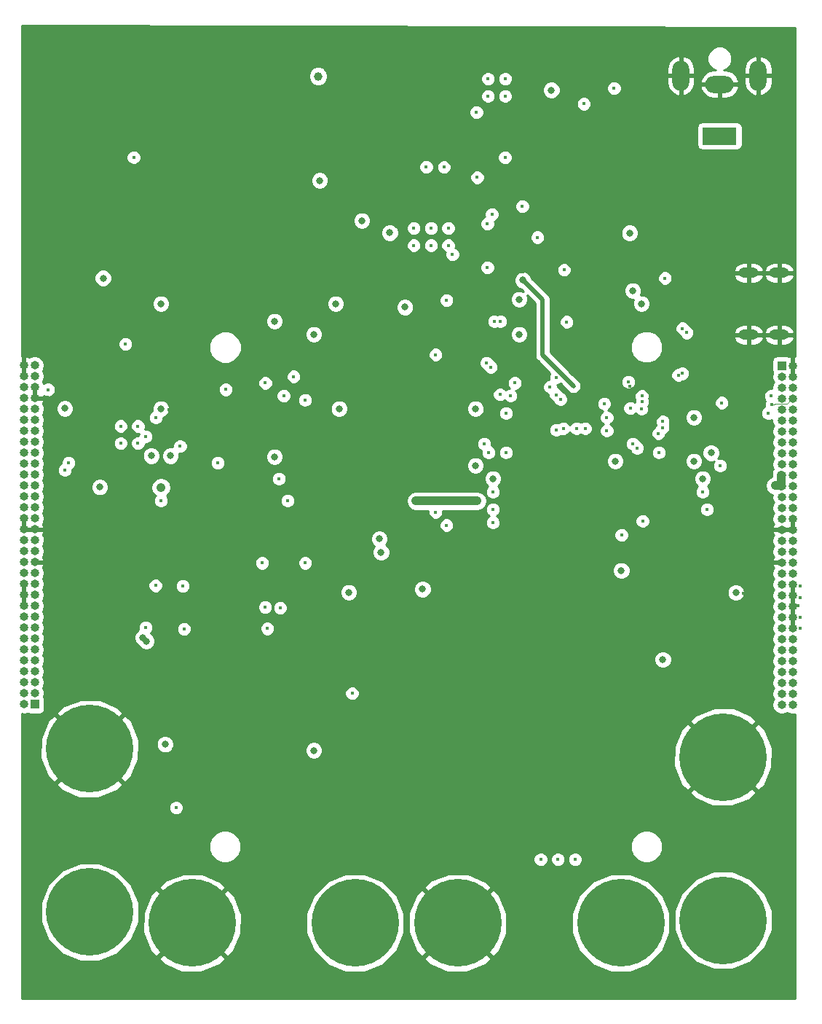
<source format=gbr>
G04 #@! TF.GenerationSoftware,KiCad,Pcbnew,(5.0.2)-1*
G04 #@! TF.CreationDate,2019-03-16T14:06:54-07:00*
G04 #@! TF.ProjectId,ModularMatrix,4d6f6475-6c61-4724-9d61-747269782e6b,rev?*
G04 #@! TF.SameCoordinates,Original*
G04 #@! TF.FileFunction,Copper,L3,Inr*
G04 #@! TF.FilePolarity,Positive*
%FSLAX46Y46*%
G04 Gerber Fmt 4.6, Leading zero omitted, Abs format (unit mm)*
G04 Created by KiCad (PCBNEW (5.0.2)-1) date 3/16/2019 2:06:54 PM*
%MOMM*%
%LPD*%
G01*
G04 APERTURE LIST*
G04 #@! TA.AperFunction,ViaPad*
%ADD10O,2.300000X1.200000*%
G04 #@! TD*
G04 #@! TA.AperFunction,ViaPad*
%ADD11R,4.000000X2.000000*%
G04 #@! TD*
G04 #@! TA.AperFunction,ViaPad*
%ADD12O,3.300000X2.000000*%
G04 #@! TD*
G04 #@! TA.AperFunction,ViaPad*
%ADD13O,2.000000X3.500000*%
G04 #@! TD*
G04 #@! TA.AperFunction,ViaPad*
%ADD14O,1.000000X1.000000*%
G04 #@! TD*
G04 #@! TA.AperFunction,ViaPad*
%ADD15R,1.000000X1.000000*%
G04 #@! TD*
G04 #@! TA.AperFunction,ViaPad*
%ADD16C,10.160000*%
G04 #@! TD*
G04 #@! TA.AperFunction,ViaPad*
%ADD17C,0.450000*%
G04 #@! TD*
G04 #@! TA.AperFunction,ViaPad*
%ADD18C,0.800000*%
G04 #@! TD*
G04 #@! TA.AperFunction,ViaPad*
%ADD19C,1.000000*%
G04 #@! TD*
G04 #@! TA.AperFunction,Conductor*
%ADD20C,0.500000*%
G04 #@! TD*
G04 #@! TA.AperFunction,Conductor*
%ADD21C,1.000000*%
G04 #@! TD*
G04 #@! TA.AperFunction,Conductor*
%ADD22C,0.090000*%
G04 #@! TD*
G04 #@! TA.AperFunction,Conductor*
%ADD23C,0.254000*%
G04 #@! TD*
G04 APERTURE END LIST*
D10*
G04 #@! TO.N,GND*
G04 #@! TO.C,J4*
X250710300Y-84807000D03*
X247160300Y-84807000D03*
X250710300Y-92007000D03*
X247160300Y-92007000D03*
G04 #@! TD*
D11*
G04 #@! TO.N,+12V*
G04 #@! TO.C,J3*
X243776500Y-68897500D03*
D12*
G04 #@! TO.N,GND*
X243776500Y-62897500D03*
D13*
X239276500Y-61897500D03*
X248276500Y-61897500D03*
G04 #@! TD*
D14*
G04 #@! TO.N,GND*
G04 #@! TO.C,J6*
X162877500Y-95542100D03*
G04 #@! TO.N,D2-*
X164147500Y-95542100D03*
G04 #@! TO.N,GND*
X162877500Y-96812100D03*
G04 #@! TO.N,D2+*
X164147500Y-96812100D03*
G04 #@! TO.N,MISO0*
X162877500Y-98082100D03*
G04 #@! TO.N,GND*
X164147500Y-98082100D03*
G04 #@! TO.N,MOSI0*
X162877500Y-99352100D03*
G04 #@! TO.N,GND*
X164147500Y-99352100D03*
G04 #@! TO.N,SCLK0*
X162877500Y-100622100D03*
G04 #@! TO.N,+12V*
X164147500Y-100622100D03*
G04 #@! TO.N,S0*
X162877500Y-101892100D03*
G04 #@! TO.N,+12V*
X164147500Y-101892100D03*
G04 #@! TO.N,S1*
X162877500Y-103162100D03*
G04 #@! TO.N,+5V*
X164147500Y-103162100D03*
G04 #@! TO.N,S2*
X162877500Y-104432100D03*
G04 #@! TO.N,+5V*
X164147500Y-104432100D03*
G04 #@! TO.N,S3*
X162877500Y-105702100D03*
G04 #@! TO.N,+5V*
X164147500Y-105702100D03*
G04 #@! TO.N,-5V*
X162877500Y-106972100D03*
X164147500Y-106972100D03*
G04 #@! TO.N,Net-(J6-Pad44)*
X162877500Y-108242100D03*
G04 #@! TO.N,HT*
X164147500Y-108242100D03*
G04 #@! TO.N,GND*
X162877500Y-109512100D03*
G04 #@! TO.N,HT*
X164147500Y-109512100D03*
G04 #@! TO.N,+1V8*
X162877500Y-110782100D03*
X164147500Y-110782100D03*
X162877500Y-112052100D03*
G04 #@! TO.N,-3V3*
X164147500Y-112052100D03*
G04 #@! TO.N,GND*
X162877500Y-113322100D03*
G04 #@! TO.N,-3V3*
X164147500Y-113322100D03*
G04 #@! TO.N,GND*
X162877500Y-114592100D03*
X164147500Y-114592100D03*
G04 #@! TO.N,+3V3*
X162877500Y-115862100D03*
X164147500Y-115862100D03*
X162877500Y-117132100D03*
X164147500Y-117132100D03*
X162877500Y-118402100D03*
G04 #@! TO.N,GND*
X164147500Y-118402100D03*
G04 #@! TO.N,+3V3*
X162877500Y-119672100D03*
G04 #@! TO.N,VAA*
X164147500Y-119672100D03*
G04 #@! TO.N,GND*
X162877500Y-120942100D03*
G04 #@! TO.N,VAA*
X164147500Y-120942100D03*
G04 #@! TO.N,GND*
X162877500Y-122212100D03*
G04 #@! TO.N,VAA*
X164147500Y-122212100D03*
G04 #@! TO.N,GND*
X162877500Y-123482100D03*
G04 #@! TO.N,Net-(J6-Pad19)*
X164147500Y-123482100D03*
G04 #@! TO.N,Net-(J6-Pad18)*
X162877500Y-124752100D03*
G04 #@! TO.N,VD*
X164147500Y-124752100D03*
X162877500Y-126022100D03*
X164147500Y-126022100D03*
X162877500Y-127292100D03*
X164147500Y-127292100D03*
G04 #@! TO.N,Net-(J6-Pad12)*
X162877500Y-128562100D03*
G04 #@! TO.N,Net-(J6-Pad11)*
X164147500Y-128562100D03*
G04 #@! TO.N,VDC*
X162877500Y-129832100D03*
X164147500Y-129832100D03*
X162877500Y-131102100D03*
G04 #@! TO.N,Net-(J6-Pad7)*
X164147500Y-131102100D03*
G04 #@! TO.N,VDC*
X162877500Y-132372100D03*
G04 #@! TO.N,LO*
X164147500Y-132372100D03*
G04 #@! TO.N,VDC*
X162877500Y-133642100D03*
G04 #@! TO.N,LO*
X164147500Y-133642100D03*
G04 #@! TO.N,VDC*
X162877500Y-134912100D03*
D15*
G04 #@! TO.N,LO*
X164147500Y-134912100D03*
G04 #@! TD*
G04 #@! TO.N,D1+*
G04 #@! TO.C,J1*
X251015500Y-95567500D03*
D14*
G04 #@! TO.N,GND*
X252285500Y-95567500D03*
G04 #@! TO.N,D1-*
X251015500Y-96837500D03*
G04 #@! TO.N,GND*
X252285500Y-96837500D03*
G04 #@! TO.N,Net-(J1-Pad5)*
X251015500Y-98107500D03*
G04 #@! TO.N,MISO0*
X252285500Y-98107500D03*
G04 #@! TO.N,GND*
X251015500Y-99377500D03*
G04 #@! TO.N,MOSI0*
X252285500Y-99377500D03*
G04 #@! TO.N,+12V*
X251015500Y-100647500D03*
G04 #@! TO.N,SCLK0*
X252285500Y-100647500D03*
G04 #@! TO.N,+12V*
X251015500Y-101917500D03*
G04 #@! TO.N,S0*
X252285500Y-101917500D03*
G04 #@! TO.N,+5V*
X251015500Y-103187500D03*
G04 #@! TO.N,S1*
X252285500Y-103187500D03*
G04 #@! TO.N,+5V*
X251015500Y-104457500D03*
G04 #@! TO.N,S2*
X252285500Y-104457500D03*
G04 #@! TO.N,+5V*
X251015500Y-105727500D03*
G04 #@! TO.N,S3*
X252285500Y-105727500D03*
G04 #@! TO.N,-5V*
X251015500Y-106997500D03*
X252285500Y-106997500D03*
G04 #@! TO.N,HT*
X251015500Y-108267500D03*
G04 #@! TO.N,Net-(J1-Pad22)*
X252285500Y-108267500D03*
G04 #@! TO.N,HT*
X251015500Y-109537500D03*
G04 #@! TO.N,GND*
X252285500Y-109537500D03*
G04 #@! TO.N,+1V8*
X251015500Y-110807500D03*
X252285500Y-110807500D03*
G04 #@! TO.N,-3V3*
X251015500Y-112077500D03*
G04 #@! TO.N,+1V8*
X252285500Y-112077500D03*
G04 #@! TO.N,-3V3*
X251015500Y-113347500D03*
G04 #@! TO.N,GND*
X252285500Y-113347500D03*
X251015500Y-114617500D03*
X252285500Y-114617500D03*
G04 #@! TO.N,+3V3*
X251015500Y-115887500D03*
X252285500Y-115887500D03*
X251015500Y-117157500D03*
X252285500Y-117157500D03*
G04 #@! TO.N,GND*
X251015500Y-118427500D03*
G04 #@! TO.N,+3V3*
X252285500Y-118427500D03*
G04 #@! TO.N,VAA*
X251015500Y-119697500D03*
G04 #@! TO.N,+3V3*
X252285500Y-119697500D03*
G04 #@! TO.N,VAA*
X251015500Y-120967500D03*
G04 #@! TO.N,GND*
X252285500Y-120967500D03*
G04 #@! TO.N,VAA*
X251015500Y-122237500D03*
G04 #@! TO.N,GND*
X252285500Y-122237500D03*
G04 #@! TO.N,Net-(J1-Pad45)*
X251015500Y-123507500D03*
G04 #@! TO.N,GND*
X252285500Y-123507500D03*
G04 #@! TO.N,VD*
X251015500Y-124777500D03*
G04 #@! TO.N,GND*
X252285500Y-124777500D03*
G04 #@! TO.N,VD*
X251015500Y-126047500D03*
G04 #@! TO.N,GND*
X252285500Y-126047500D03*
G04 #@! TO.N,VD*
X251015500Y-127317500D03*
G04 #@! TO.N,Net-(J1-Pad52)*
X252285500Y-127317500D03*
G04 #@! TO.N,Net-(J1-Pad53)*
X251015500Y-128587500D03*
G04 #@! TO.N,VDC*
X252285500Y-128587500D03*
X251015500Y-129857500D03*
X252285500Y-129857500D03*
G04 #@! TO.N,Net-(J1-Pad57)*
X251015500Y-131127500D03*
G04 #@! TO.N,VDC*
X252285500Y-131127500D03*
G04 #@! TO.N,LO*
X251015500Y-132397500D03*
G04 #@! TO.N,VDC*
X252285500Y-132397500D03*
G04 #@! TO.N,LO*
X251015500Y-133667500D03*
G04 #@! TO.N,VDC*
X252285500Y-133667500D03*
G04 #@! TO.N,LO*
X251015500Y-134937500D03*
G04 #@! TO.N,VDC*
X252285500Y-134937500D03*
G04 #@! TD*
D16*
G04 #@! TO.N,GND*
G04 #@! TO.C,J8*
X213321492Y-160318158D03*
G04 #@! TO.N,VAA*
X232291492Y-160318158D03*
G04 #@! TD*
G04 #@! TO.N,VDC*
G04 #@! TO.C,J7*
X244178160Y-160020000D03*
G04 #@! TO.N,GND*
X244178160Y-141050000D03*
G04 #@! TD*
G04 #@! TO.N,GND*
G04 #@! TO.C,J9*
X182434826Y-160318158D03*
G04 #@! TO.N,LO*
X201404826Y-160318158D03*
G04 #@! TD*
G04 #@! TO.N,VD*
G04 #@! TO.C,J10*
X170518160Y-159048158D03*
G04 #@! TO.N,GND*
X170518160Y-140078158D03*
G04 #@! TD*
D17*
G04 #@! TO.N,GND*
X172212000Y-59690000D03*
G04 #@! TO.N,*
X175641000Y-71374000D03*
X233383160Y-100524158D03*
X232367160Y-115256158D03*
G04 #@! TO.N,/USB/D0+*
X230666749Y-103128261D03*
G04 #@! TO.N,GND*
X223384065Y-68935225D03*
G04 #@! TO.N,+5V*
X231512065Y-63347225D03*
G04 #@! TO.N,*
X194246500Y-96837500D03*
G04 #@! TO.N,GND*
X224216500Y-122775500D03*
X226216500Y-120775500D03*
X212216500Y-122775500D03*
X220216500Y-120775500D03*
X224216500Y-120775500D03*
X208216500Y-122775500D03*
X226216500Y-124775500D03*
X214216500Y-122775500D03*
X208216500Y-120775500D03*
X218216500Y-122775500D03*
X214216500Y-120775500D03*
X226216500Y-122775500D03*
X218216500Y-124775500D03*
X222216500Y-122775500D03*
X220216500Y-124775500D03*
X222216500Y-124775500D03*
X208216500Y-124775500D03*
X210216500Y-124775500D03*
X212216500Y-124775500D03*
X210216500Y-120775500D03*
X212216500Y-120775500D03*
X216216500Y-120775500D03*
X210216500Y-122775500D03*
X220216500Y-122775500D03*
X216216500Y-124775500D03*
X216216500Y-122775500D03*
X222216500Y-120775500D03*
X214216500Y-124775500D03*
X224216500Y-124775500D03*
X218216500Y-120775500D03*
X212914500Y-130587500D03*
X218914500Y-130587500D03*
X206914500Y-132587500D03*
X210914500Y-132587500D03*
X212914500Y-132587500D03*
X214914500Y-132587500D03*
X216914500Y-132587500D03*
X206914500Y-130587500D03*
X208914500Y-130587500D03*
X210914500Y-130587500D03*
X214914500Y-130587500D03*
X216914500Y-130587500D03*
X208914500Y-132587500D03*
X218914500Y-132587500D03*
X204914500Y-132587500D03*
X220914500Y-132587500D03*
X222914500Y-132587500D03*
X204914500Y-130587500D03*
X220914500Y-130587500D03*
X222914500Y-130587500D03*
X187768500Y-84105500D03*
X193768500Y-84105500D03*
X181768500Y-86105500D03*
X185768500Y-86105500D03*
X187768500Y-86105500D03*
X189768500Y-86105500D03*
X191768500Y-86105500D03*
X181768500Y-84105500D03*
X183768500Y-84105500D03*
X185768500Y-84105500D03*
X189768500Y-84105500D03*
X191768500Y-84105500D03*
X183768500Y-86105500D03*
X193768500Y-86105500D03*
X179768500Y-86105500D03*
X195768500Y-86105500D03*
X197768500Y-86105500D03*
X179768500Y-84105500D03*
X195768500Y-84105500D03*
X197768500Y-84105500D03*
X208850500Y-62261500D03*
X214850500Y-62261500D03*
X202850500Y-64261500D03*
X206850500Y-64261500D03*
X208850500Y-64261500D03*
X210850500Y-64261500D03*
X212850500Y-64261500D03*
X202850500Y-62261500D03*
X204850500Y-62261500D03*
X206850500Y-62261500D03*
X210850500Y-62261500D03*
X212850500Y-62261500D03*
X204850500Y-64261500D03*
X214850500Y-64261500D03*
X200850500Y-64261500D03*
G04 #@! TO.N,*
X216850500Y-64261500D03*
X218850500Y-64261500D03*
G04 #@! TO.N,GND*
X200850500Y-62261500D03*
G04 #@! TO.N,*
X216850500Y-62261500D03*
X218850500Y-62261500D03*
G04 #@! TO.N,GND*
X241996500Y-121029500D03*
X239996500Y-123029500D03*
X241996500Y-125029500D03*
X243996500Y-125029500D03*
X241996500Y-123029500D03*
X239996500Y-125029500D03*
X243996500Y-121029500D03*
X243996500Y-123029500D03*
X237996500Y-125029500D03*
X237996500Y-121029500D03*
X239996500Y-121029500D03*
X237996500Y-123029500D03*
X187640500Y-90295500D03*
X189640500Y-94295500D03*
X189640500Y-90295500D03*
X189640500Y-92295500D03*
X183640500Y-90295500D03*
X185640500Y-90295500D03*
X168844500Y-88009500D03*
X166844500Y-90009500D03*
X168844500Y-92009500D03*
X170844500Y-92009500D03*
X168844500Y-90009500D03*
X166844500Y-92009500D03*
X170844500Y-88009500D03*
X170844500Y-90009500D03*
X166844500Y-88009500D03*
X170368500Y-62609500D03*
X168368500Y-64609500D03*
X170368500Y-66609500D03*
X172368500Y-66609500D03*
X170368500Y-64609500D03*
X168368500Y-66609500D03*
X172368500Y-62609500D03*
X172368500Y-64609500D03*
X166368500Y-66609500D03*
X166368500Y-62609500D03*
X168368500Y-62609500D03*
X166368500Y-64609500D03*
X247584500Y-78611500D03*
X245584500Y-80611500D03*
X247584500Y-82611500D03*
X249584500Y-82611500D03*
X247584500Y-80611500D03*
X245584500Y-82611500D03*
X249584500Y-78611500D03*
X249584500Y-80611500D03*
X243584500Y-82611500D03*
X243584500Y-78611500D03*
X245584500Y-78611500D03*
X243584500Y-80611500D03*
X208976500Y-66673500D03*
X206976500Y-68673500D03*
X208976500Y-70673500D03*
X210976500Y-70673500D03*
X208976500Y-68673500D03*
X206976500Y-70673500D03*
X210976500Y-66673500D03*
X210976500Y-68673500D03*
X204976500Y-70673500D03*
X204976500Y-66673500D03*
X206976500Y-66673500D03*
X204976500Y-68673500D03*
X222978500Y-136937500D03*
X222978500Y-134937500D03*
X224978500Y-134937500D03*
X226978500Y-134937500D03*
X222978500Y-138937500D03*
X224978500Y-138937500D03*
X226978500Y-138937500D03*
X224978500Y-136937500D03*
X226978500Y-136937500D03*
X224978500Y-148937500D03*
X226978500Y-146937500D03*
X224978500Y-146937500D03*
X226978500Y-150937500D03*
X226978500Y-140937500D03*
X224978500Y-144937500D03*
G04 #@! TO.N,*
X222978500Y-152937500D03*
G04 #@! TO.N,GND*
X226978500Y-144937500D03*
X222978500Y-144937500D03*
X226978500Y-148937500D03*
X224978500Y-142937500D03*
X222978500Y-148937500D03*
X222978500Y-150937500D03*
X222978500Y-140937500D03*
X222978500Y-142937500D03*
G04 #@! TO.N,*
X224978500Y-152937500D03*
X226978500Y-152937500D03*
G04 #@! TO.N,GND*
X222978500Y-146937500D03*
X224978500Y-140937500D03*
X226978500Y-142937500D03*
X224978500Y-150937500D03*
X174688500Y-91059500D03*
X176688500Y-89059500D03*
X176688500Y-95059500D03*
X174688500Y-95059500D03*
X174688500Y-89059500D03*
X176688500Y-91059500D03*
X176688500Y-93059500D03*
G04 #@! TO.N,*
X174688500Y-93059500D03*
G04 #@! TO.N,GND*
X197262500Y-67373500D03*
X197262500Y-69373500D03*
X195262500Y-69373500D03*
X195262500Y-71373500D03*
X197262500Y-71373500D03*
X195262500Y-67373500D03*
X203358500Y-66611500D03*
X203358500Y-68611500D03*
X201358500Y-68611500D03*
X201358500Y-70611500D03*
X203358500Y-70611500D03*
X201358500Y-66611500D03*
X203358500Y-72199500D03*
X203358500Y-74199500D03*
X201358500Y-74199500D03*
X201358500Y-76199500D03*
X203358500Y-76199500D03*
X201358500Y-72199500D03*
G04 #@! TO.N,*
X208216500Y-79597500D03*
X210216500Y-79597500D03*
X210216500Y-81597500D03*
X212216500Y-81597500D03*
X212216500Y-79597500D03*
X208216500Y-81597500D03*
X174134300Y-102595200D03*
X176134300Y-104595200D03*
X176134300Y-102595200D03*
X174134300Y-104595200D03*
G04 #@! TO.N,GND*
X179743100Y-100672900D03*
X202563000Y-132700300D03*
X200563000Y-130700300D03*
X202563000Y-130700300D03*
X200563000Y-132700300D03*
X173639000Y-131170200D03*
X175639000Y-133170200D03*
X175639000Y-131170200D03*
X173639000Y-133170200D03*
X197489600Y-121175300D03*
X199489600Y-123175300D03*
X199489600Y-121175300D03*
X197489600Y-123175300D03*
X197565800Y-116196900D03*
X199565800Y-118196900D03*
X199565800Y-116196900D03*
X197565800Y-118196900D03*
X173435800Y-118368600D03*
X175435800Y-120368600D03*
X175435800Y-118368600D03*
X173435800Y-120368600D03*
X174413700Y-113148900D03*
X176413700Y-115148900D03*
X176413700Y-113148900D03*
X174413700Y-115148900D03*
X241935000Y-78587600D03*
X241966500Y-80549500D03*
X239966500Y-80549500D03*
X239966500Y-82549500D03*
X241966500Y-82549500D03*
X239966500Y-78549500D03*
X236378500Y-120967500D03*
X236378500Y-122967500D03*
X234378500Y-122967500D03*
X234378500Y-124967500D03*
X236378500Y-124967500D03*
X234378500Y-120967500D03*
X199294500Y-147383500D03*
X199294500Y-149383500D03*
X197294500Y-149383500D03*
X197294500Y-151383500D03*
X199294500Y-151383500D03*
X197294500Y-147383500D03*
X200056500Y-140271500D03*
X200056500Y-142271500D03*
X198056500Y-142271500D03*
X198056500Y-144271500D03*
X200056500Y-144271500D03*
X198056500Y-140271500D03*
X168814500Y-121221500D03*
X166814500Y-123221500D03*
X166814500Y-125221500D03*
X166814500Y-121221500D03*
X172878500Y-121221500D03*
X172878500Y-123221500D03*
X170878500Y-123221500D03*
X170878500Y-125221500D03*
X172878500Y-125221500D03*
X170878500Y-121221500D03*
X195484500Y-137477500D03*
X195484500Y-139477500D03*
X193484500Y-139477500D03*
X193484500Y-141477500D03*
X195484500Y-141477500D03*
X193484500Y-137477500D03*
X205136500Y-121729500D03*
X205136500Y-123729500D03*
X203136500Y-123729500D03*
X203136500Y-125729500D03*
X205136500Y-125729500D03*
X203136500Y-121729500D03*
X235870500Y-136461500D03*
X235870500Y-138461500D03*
X233870500Y-138461500D03*
X233870500Y-140461500D03*
X235870500Y-140461500D03*
X233870500Y-136461500D03*
X229044500Y-138207500D03*
X229044500Y-140207500D03*
X229044500Y-136207500D03*
X248570500Y-121983500D03*
X248570500Y-123983500D03*
X246570500Y-123983500D03*
X246570500Y-125983500D03*
X248570500Y-125983500D03*
X246570500Y-121983500D03*
G04 #@! TO.N,+12V*
X215589063Y-73708225D03*
X227989157Y-65168131D03*
X215503065Y-66140225D03*
G04 #@! TO.N,GND*
X225278160Y-105549352D03*
X226294160Y-105549352D03*
X233357723Y-97976298D03*
X231882160Y-95929158D03*
X227310160Y-94405158D03*
X222230160Y-104057158D03*
X232856160Y-96437158D03*
X222230160Y-101517158D03*
X231882160Y-104565158D03*
X230358160Y-98469158D03*
X231882160Y-94405158D03*
X233406160Y-98977158D03*
X222230160Y-100501158D03*
X229431400Y-105598250D03*
X227979065Y-67434225D03*
X223407065Y-72006225D03*
X219845157Y-70369985D03*
X212231065Y-75562225D03*
X217819065Y-86230225D03*
X216780065Y-75539225D03*
X227448065Y-72491225D03*
X210684065Y-77063225D03*
X232020065Y-84175225D03*
X230496065Y-67411225D03*
X231512065Y-80111225D03*
X214240065Y-79095225D03*
X228464065Y-81127225D03*
X220867065Y-84706225D03*
G04 #@! TO.N,+3V3*
X227118749Y-102870261D03*
X225594749Y-102870261D03*
X228134749Y-102870261D03*
X225278160Y-99485158D03*
X226802160Y-97961158D03*
X222604565Y-80670725D03*
X211723065Y-72514225D03*
X209668065Y-72491225D03*
X220844065Y-77063225D03*
X216780065Y-79095225D03*
X217305157Y-77989985D03*
X216780065Y-84175225D03*
X218829157Y-71385985D03*
X212716065Y-82651225D03*
G04 #@! TO.N,-3V3*
X234823000Y-113626900D03*
G04 #@! TO.N,Net-(IC1-Pad25)*
X224770160Y-103041158D03*
G04 #@! TO.N,Net-(IC1-Pad3)*
X230666749Y-101604261D03*
G04 #@! TO.N,Net-(C50-Pad2)*
X230358160Y-99993158D03*
G04 #@! TO.N,Net-(IC1-Pad10)*
X224062749Y-98048261D03*
X224770160Y-96945158D03*
X224747829Y-98954827D03*
G04 #@! TO.N,+1V8*
X225693065Y-84452225D03*
G04 #@! TO.N,GND*
X230011065Y-62354225D03*
X190690500Y-137045700D03*
D18*
G04 #@! TO.N,+5V*
X177699990Y-106045540D03*
X192024000Y-106172000D03*
X217424000Y-108712000D03*
X241808000Y-108712000D03*
X242779812Y-105708158D03*
X220472000Y-87884000D03*
X233680000Y-86868000D03*
X233326075Y-80163235D03*
X220472000Y-91948000D03*
X196596006Y-91948000D03*
X192024000Y-90424000D03*
X234696000Y-88392000D03*
X224218500Y-63563500D03*
D17*
G04 #@! TO.N,GND*
X198056500Y-100647500D03*
X198056500Y-98107500D03*
X198056500Y-96837500D03*
X199326500Y-103187500D03*
X208216500Y-103187500D03*
X200596500Y-106997500D03*
X206946500Y-122237500D03*
X215836500Y-115887500D03*
X173926500Y-122237500D03*
X182816500Y-94297500D03*
X194246500Y-94297500D03*
X209486500Y-94297500D03*
X176466500Y-84137500D03*
X178701700Y-131635500D03*
X214009065Y-69212225D03*
X222440500Y-72961500D03*
X221424500Y-72961500D03*
X227520500Y-76517500D03*
X232600500Y-76263500D03*
X233616500Y-76263500D03*
X239374342Y-74545924D03*
X238358342Y-74545924D03*
X237596342Y-74545924D03*
X236580342Y-74291924D03*
X235564342Y-74291924D03*
X199072500Y-106997500D03*
X198564500Y-111569500D03*
X200088500Y-115379500D03*
X213550500Y-106489500D03*
X213550500Y-106489500D03*
X213550500Y-106489500D03*
X243522500Y-95059500D03*
X245808500Y-109283500D03*
X248094500Y-109029500D03*
X245808500Y-115379500D03*
X242760500Y-115633500D03*
X202882500Y-134937500D03*
X204882500Y-134937500D03*
X206882500Y-134937500D03*
X208882500Y-134937500D03*
X210882500Y-134937500D03*
X212882500Y-134937500D03*
X214882500Y-134937500D03*
X216882500Y-134937500D03*
X218882500Y-134937500D03*
X220882500Y-134937500D03*
X202882500Y-136937500D03*
X204882500Y-136937500D03*
X206882500Y-136937500D03*
X208882500Y-136937500D03*
X210882500Y-136937500D03*
X212882500Y-136937500D03*
X214882500Y-136937500D03*
X216882500Y-136937500D03*
X218882500Y-136937500D03*
X220882500Y-136937500D03*
X202882500Y-138937500D03*
X204882500Y-138937500D03*
X206882500Y-138937500D03*
X208882500Y-138937500D03*
X210882500Y-138937500D03*
X212882500Y-138937500D03*
X214882500Y-138937500D03*
X216882500Y-138937500D03*
X218882500Y-138937500D03*
X220882500Y-138937500D03*
X202882500Y-140937500D03*
X204882500Y-140937500D03*
X206882500Y-140937500D03*
X208882500Y-140937500D03*
X210882500Y-140937500D03*
X212882500Y-140937500D03*
X214882500Y-140937500D03*
X216882500Y-140937500D03*
X218882500Y-140937500D03*
X220882500Y-140937500D03*
X202882500Y-142937500D03*
X204882500Y-142937500D03*
X206882500Y-142937500D03*
X208882500Y-142937500D03*
X210882500Y-142937500D03*
X212882500Y-142937500D03*
X214882500Y-142937500D03*
X216882500Y-142937500D03*
X218882500Y-142937500D03*
X220882500Y-142937500D03*
X202882500Y-144937500D03*
X204882500Y-144937500D03*
X206882500Y-144937500D03*
X208882500Y-144937500D03*
X210882500Y-144937500D03*
X212882500Y-144937500D03*
X214882500Y-144937500D03*
X216882500Y-144937500D03*
X218882500Y-144937500D03*
X220882500Y-144937500D03*
X202882500Y-146937500D03*
X204882500Y-146937500D03*
X206882500Y-146937500D03*
X208882500Y-146937500D03*
X210882500Y-146937500D03*
X212882500Y-146937500D03*
X214882500Y-146937500D03*
X216882500Y-146937500D03*
X218882500Y-146937500D03*
X220882500Y-146937500D03*
X202882500Y-148937500D03*
X204882500Y-148937500D03*
X206882500Y-148937500D03*
X208882500Y-148937500D03*
X210882500Y-148937500D03*
X212882500Y-148937500D03*
X214882500Y-148937500D03*
X216882500Y-148937500D03*
X218882500Y-148937500D03*
X220882500Y-148937500D03*
X202882500Y-150937500D03*
X204882500Y-150937500D03*
X206882500Y-150937500D03*
X208882500Y-150937500D03*
X210882500Y-150937500D03*
X212882500Y-150937500D03*
X214882500Y-150937500D03*
X216882500Y-150937500D03*
X218882500Y-150937500D03*
X220882500Y-150937500D03*
X202882500Y-152937500D03*
X204882500Y-152937500D03*
X206882500Y-152937500D03*
X208882500Y-152937500D03*
X210882500Y-152937500D03*
X212882500Y-152937500D03*
X214882500Y-152937500D03*
X216882500Y-152937500D03*
X218882500Y-152937500D03*
X220882500Y-152937500D03*
X247840500Y-99720400D03*
X231749600Y-116281200D03*
X222491300Y-77571600D03*
X223227900Y-77597000D03*
X166420800Y-118262400D03*
X166027100Y-115404900D03*
X165608000Y-99237800D03*
X165836600Y-97459800D03*
X163918900Y-94310200D03*
X168630600Y-70586600D03*
X173863000Y-69189600D03*
X253174500Y-121145300D03*
X251663200Y-137477500D03*
X253174500Y-126072900D03*
X253174500Y-124853700D03*
X252933200Y-123494800D03*
X253174500Y-122529600D03*
X248297700Y-98272600D03*
X250710700Y-93903800D03*
X181800500Y-122085100D03*
X177609500Y-122415300D03*
X181457600Y-124752100D03*
X179057300Y-124790200D03*
X183476900Y-97015300D03*
X176517300Y-97764600D03*
X179311300Y-104508300D03*
X181483000Y-115138200D03*
X181521100Y-117894100D03*
X178676300Y-117995700D03*
X178650900Y-123875800D03*
X180809900Y-103187500D03*
X179095400Y-103136700D03*
X180962300Y-100647500D03*
X177787300Y-82664300D03*
X178866800Y-115074700D03*
X181546500Y-123863100D03*
X181889400Y-107302300D03*
D18*
X181940200Y-109753400D03*
X186575700Y-109613700D03*
X168313100Y-123444000D03*
X168617900Y-124866400D03*
X170802300Y-115354100D03*
X181686200Y-89865200D03*
X247243600Y-94589600D03*
D17*
X230772990Y-140207500D03*
X230772990Y-136207500D03*
X230772990Y-138207500D03*
X183222900Y-92341700D03*
X181229000Y-94399100D03*
X189077600Y-95084900D03*
X188620400Y-90119200D03*
D18*
G04 #@! TO.N,+5V*
X179298600Y-139560300D03*
X179920900Y-106045540D03*
X196596006Y-140271500D03*
D17*
G04 #@! TO.N,/USB/D00-*
X239465012Y-91256012D03*
X237172500Y-102075500D03*
X238979500Y-96676699D03*
G04 #@! TO.N,/USB/D00+*
X239959988Y-91750988D03*
X237172500Y-102775500D03*
X239429500Y-96490301D03*
D18*
G04 #@! TO.N,+3V3*
X200660000Y-121920000D03*
X202184000Y-78740000D03*
X204406500Y-117250009D03*
X204216000Y-115697000D03*
X205422500Y-80137000D03*
X220916500Y-85656225D03*
D17*
G04 #@! TO.N,-3V3*
X234823000Y-113626900D03*
X217424000Y-113792000D03*
X212026500Y-114118901D03*
X212026500Y-87984225D03*
G04 #@! TO.N,-5V*
X243840000Y-107188000D03*
X241808000Y-110236000D03*
X217424000Y-110236000D03*
X167640000Y-107696000D03*
X192532000Y-108712000D03*
X244030500Y-99885500D03*
X237426500Y-85407500D03*
G04 #@! TO.N,Net-(C1-Pad1)*
X180577200Y-146934900D03*
G04 #@! TO.N,Net-(C2-Pad1)*
X191185800Y-126123700D03*
D18*
G04 #@! TO.N,HT*
X178816000Y-109728000D03*
X208470500Y-111286000D03*
X172085000Y-85407500D03*
X171704000Y-109673110D03*
X207187800Y-88785700D03*
X215557100Y-111286000D03*
X209232500Y-121539000D03*
X245681500Y-121932700D03*
D17*
G04 #@! TO.N,+1V8*
X217424000Y-112268000D03*
X178816000Y-111252000D03*
X193548000Y-111252000D03*
X242316000Y-112268012D03*
X225996500Y-90487500D03*
X210756500Y-112585500D03*
X210756500Y-94297500D03*
D19*
G04 #@! TO.N,+12V*
X197104000Y-61976000D03*
D18*
X167640000Y-100557550D03*
X178816000Y-100584000D03*
X199136000Y-88392000D03*
X197267500Y-74077500D03*
X178816000Y-88392000D03*
X199535999Y-100584000D03*
X215392000Y-100584000D03*
X215392000Y-107188000D03*
X231648000Y-106680000D03*
X240792000Y-106680000D03*
X240792000Y-101600000D03*
G04 #@! TO.N,VAA*
X232346500Y-119380000D03*
G04 #@! TO.N,VD*
X176720500Y-127179999D03*
X177120499Y-127579998D03*
D17*
X177120499Y-127579998D03*
G04 #@! TO.N,LO*
X201041000Y-133648158D03*
D18*
G04 #@! TO.N,VDC*
X237172500Y-129719999D03*
D17*
G04 #@! TO.N,S3*
X234188000Y-105156000D03*
X216916000Y-105664000D03*
X185420000Y-106860540D03*
G04 #@! TO.N,S2*
X216408000Y-104648000D03*
X233680000Y-104648000D03*
G04 #@! TO.N,S1*
X236728000Y-105664000D03*
X218948000Y-105664000D03*
X236664500Y-103441500D03*
G04 #@! TO.N,S0*
X249428000Y-101092000D03*
X234696000Y-100584000D03*
X218948000Y-101092000D03*
G04 #@! TO.N,SCLK0*
X234738570Y-99102570D03*
X219456000Y-99060000D03*
X249741882Y-99100772D03*
G04 #@! TO.N,MISO0*
X233172000Y-97454807D03*
X219964000Y-97594901D03*
G04 #@! TO.N,S3*
X168071800Y-106860540D03*
G04 #@! TO.N,S2*
X181049868Y-104940100D03*
G04 #@! TO.N,S1*
X181495700Y-126161800D03*
X177038000Y-125996700D03*
X177038000Y-103802609D03*
G04 #@! TO.N,S0*
X181356000Y-121170700D03*
X178181000Y-121119900D03*
X178219100Y-101600000D03*
G04 #@! TO.N,SCLK0*
X190588900Y-118505000D03*
X195591400Y-118505000D03*
X195580000Y-99568000D03*
G04 #@! TO.N,MOSI0*
X190931800Y-123621800D03*
X192671700Y-123723400D03*
X186347100Y-98348800D03*
X193090800Y-99085400D03*
X218236800Y-98933000D03*
X234797600Y-99733100D03*
X249821700Y-100126800D03*
X165696900Y-98358740D03*
G04 #@! TO.N,MISO0*
X190957200Y-97594901D03*
G04 #@! TO.N,D2+*
X217163488Y-95751488D03*
X218282000Y-90424000D03*
G04 #@! TO.N,D2-*
X216668512Y-95256512D03*
X217582000Y-90424000D03*
G04 #@! TD*
D20*
G04 #@! TO.N,+3V3*
X223202500Y-87942225D02*
X220916500Y-85656225D01*
X223202500Y-94361498D02*
X223202500Y-87942225D01*
X226802160Y-97961158D02*
X223202500Y-94361498D01*
D21*
G04 #@! TO.N,HT*
X250932658Y-109518158D02*
X250952000Y-109537500D01*
X250270294Y-109518158D02*
X250932658Y-109518158D01*
X250952000Y-108267500D02*
X250952000Y-109537500D01*
X178816000Y-109728000D02*
X178828700Y-109715300D01*
X208470500Y-111286000D02*
X215557100Y-111286000D01*
D22*
G04 #@! TO.N,MOSI0*
X251785501Y-99877499D02*
X252285500Y-99377500D01*
X251651599Y-100011401D02*
X251785501Y-99877499D01*
X250255297Y-100011401D02*
X251651599Y-100011401D01*
X250139898Y-100126800D02*
X250255297Y-100011401D01*
X249821700Y-100126800D02*
X250139898Y-100126800D01*
G04 #@! TD*
D23*
G04 #@! TO.N,GND*
G36*
X252539500Y-56324142D02*
X252539500Y-94507589D01*
X252412500Y-94598365D01*
X252412500Y-95440500D01*
X252432500Y-95440500D01*
X252432500Y-95694500D01*
X252412500Y-95694500D01*
X252412500Y-96710500D01*
X252432500Y-96710500D01*
X252432500Y-96964500D01*
X252412500Y-96964500D01*
X252412500Y-96975527D01*
X252397283Y-96972500D01*
X252173717Y-96972500D01*
X252158500Y-96975527D01*
X252158500Y-96964500D01*
X252147473Y-96964500D01*
X252172735Y-96837500D01*
X252147473Y-96710500D01*
X252158500Y-96710500D01*
X252158500Y-96089822D01*
X252162940Y-96067500D01*
X252162940Y-95067500D01*
X252158500Y-95045178D01*
X252158500Y-94598365D01*
X251983623Y-94473368D01*
X251861277Y-94534833D01*
X251763265Y-94469343D01*
X251515500Y-94420060D01*
X250515500Y-94420060D01*
X250267735Y-94469343D01*
X250057691Y-94609691D01*
X249917343Y-94819735D01*
X249868060Y-95067500D01*
X249868060Y-96067500D01*
X249917343Y-96315265D01*
X249958369Y-96376664D01*
X249946354Y-96394645D01*
X249858265Y-96837500D01*
X249946354Y-97280355D01*
X250074741Y-97472500D01*
X249946354Y-97664645D01*
X249858265Y-98107500D01*
X249884774Y-98240772D01*
X249570817Y-98240772D01*
X249254731Y-98371700D01*
X249012810Y-98613621D01*
X248881882Y-98929707D01*
X248881882Y-99271837D01*
X249012810Y-99587923D01*
X249084400Y-99659513D01*
X248961700Y-99955735D01*
X248961700Y-100297865D01*
X248981650Y-100346028D01*
X248940849Y-100362928D01*
X248698928Y-100604849D01*
X248568000Y-100920935D01*
X248568000Y-101263065D01*
X248698928Y-101579151D01*
X248940849Y-101821072D01*
X249256935Y-101952000D01*
X249599065Y-101952000D01*
X249874060Y-101838093D01*
X249858265Y-101917500D01*
X249946354Y-102360355D01*
X250074741Y-102552500D01*
X249946354Y-102744645D01*
X249858265Y-103187500D01*
X249946354Y-103630355D01*
X250074741Y-103822500D01*
X249946354Y-104014645D01*
X249858265Y-104457500D01*
X249946354Y-104900355D01*
X250074741Y-105092500D01*
X249946354Y-105284645D01*
X249858265Y-105727500D01*
X249946354Y-106170355D01*
X250074741Y-106362500D01*
X249946354Y-106554645D01*
X249858265Y-106997500D01*
X249946354Y-107440355D01*
X250042991Y-107584983D01*
X249882854Y-107824646D01*
X249817000Y-108155718D01*
X249817000Y-108455987D01*
X249452005Y-108699869D01*
X249201148Y-109075303D01*
X249113059Y-109518158D01*
X249201148Y-109961013D01*
X249452005Y-110336447D01*
X249827439Y-110587304D01*
X249899224Y-110601583D01*
X249858265Y-110807500D01*
X249946354Y-111250355D01*
X250074741Y-111442500D01*
X249946354Y-111634645D01*
X249858265Y-112077500D01*
X249946354Y-112520355D01*
X250074741Y-112712500D01*
X249946354Y-112904645D01*
X249858265Y-113347500D01*
X249946354Y-113790355D01*
X250082699Y-113994410D01*
X250028373Y-114057291D01*
X249921381Y-114315626D01*
X250047546Y-114490500D01*
X250888500Y-114490500D01*
X250888500Y-114479473D01*
X250903717Y-114482500D01*
X251127283Y-114482500D01*
X251142500Y-114479473D01*
X251142500Y-114490500D01*
X252158500Y-114490500D01*
X252158500Y-113474500D01*
X252147473Y-113474500D01*
X252172735Y-113347500D01*
X252147473Y-113220500D01*
X252158500Y-113220500D01*
X252158500Y-113209473D01*
X252173717Y-113212500D01*
X252397283Y-113212500D01*
X252412500Y-113209473D01*
X252412500Y-113220500D01*
X252432500Y-113220500D01*
X252432500Y-113474500D01*
X252412500Y-113474500D01*
X252412500Y-114490500D01*
X252432500Y-114490500D01*
X252432500Y-114744500D01*
X252412500Y-114744500D01*
X252412500Y-114755527D01*
X252397283Y-114752500D01*
X252173717Y-114752500D01*
X252158500Y-114755527D01*
X252158500Y-114744500D01*
X251142500Y-114744500D01*
X251142500Y-114755527D01*
X251127283Y-114752500D01*
X250903717Y-114752500D01*
X250888500Y-114755527D01*
X250888500Y-114744500D01*
X250047546Y-114744500D01*
X249921381Y-114919374D01*
X250028373Y-115177709D01*
X250082699Y-115240590D01*
X249946354Y-115444645D01*
X249858265Y-115887500D01*
X249946354Y-116330355D01*
X250074741Y-116522500D01*
X249946354Y-116714645D01*
X249858265Y-117157500D01*
X249946354Y-117600355D01*
X250082699Y-117804410D01*
X250028373Y-117867291D01*
X249921381Y-118125626D01*
X250047546Y-118300500D01*
X250888500Y-118300500D01*
X250888500Y-118289473D01*
X250903717Y-118292500D01*
X251127283Y-118292500D01*
X251142500Y-118289473D01*
X251142500Y-118300500D01*
X251153527Y-118300500D01*
X251128265Y-118427500D01*
X251153527Y-118554500D01*
X251142500Y-118554500D01*
X251142500Y-118565527D01*
X251127283Y-118562500D01*
X250903717Y-118562500D01*
X250888500Y-118565527D01*
X250888500Y-118554500D01*
X250047546Y-118554500D01*
X249921381Y-118729374D01*
X250028373Y-118987709D01*
X250082699Y-119050590D01*
X249946354Y-119254645D01*
X249858265Y-119697500D01*
X249946354Y-120140355D01*
X250074741Y-120332500D01*
X249946354Y-120524645D01*
X249858265Y-120967500D01*
X249946354Y-121410355D01*
X250074741Y-121602500D01*
X249946354Y-121794645D01*
X249858265Y-122237500D01*
X249946354Y-122680355D01*
X250074741Y-122872500D01*
X249946354Y-123064645D01*
X249858265Y-123507500D01*
X249946354Y-123950355D01*
X250074741Y-124142500D01*
X249946354Y-124334645D01*
X249858265Y-124777500D01*
X249946354Y-125220355D01*
X250074741Y-125412500D01*
X249946354Y-125604645D01*
X249858265Y-126047500D01*
X249946354Y-126490355D01*
X250074741Y-126682500D01*
X249946354Y-126874645D01*
X249858265Y-127317500D01*
X249946354Y-127760355D01*
X250074741Y-127952500D01*
X249946354Y-128144645D01*
X249858265Y-128587500D01*
X249946354Y-129030355D01*
X250074741Y-129222500D01*
X249946354Y-129414645D01*
X249858265Y-129857500D01*
X249946354Y-130300355D01*
X250074741Y-130492500D01*
X249946354Y-130684645D01*
X249858265Y-131127500D01*
X249946354Y-131570355D01*
X250074741Y-131762500D01*
X249946354Y-131954645D01*
X249858265Y-132397500D01*
X249946354Y-132840355D01*
X250074741Y-133032500D01*
X249946354Y-133224645D01*
X249858265Y-133667500D01*
X249946354Y-134110355D01*
X250074741Y-134302500D01*
X249946354Y-134494645D01*
X249858265Y-134937500D01*
X249946354Y-135380355D01*
X250197211Y-135755789D01*
X250572645Y-136006646D01*
X250903717Y-136072500D01*
X251127283Y-136072500D01*
X251458355Y-136006646D01*
X251650500Y-135878259D01*
X251842645Y-136006646D01*
X252173717Y-136072500D01*
X252397283Y-136072500D01*
X252539500Y-136044211D01*
X252539500Y-169100500D01*
X162623500Y-169100500D01*
X162623500Y-157911374D01*
X164803160Y-157911374D01*
X164803160Y-160184942D01*
X165673217Y-162285445D01*
X167280873Y-163893101D01*
X169381376Y-164763158D01*
X171654944Y-164763158D01*
X172495505Y-164414986D01*
X178517603Y-164414986D01*
X179113382Y-165105799D01*
X181198363Y-166012423D01*
X183471584Y-166052147D01*
X185586968Y-165218923D01*
X185756270Y-165105799D01*
X186352049Y-164414986D01*
X182434826Y-160497763D01*
X178517603Y-164414986D01*
X172495505Y-164414986D01*
X173755447Y-163893101D01*
X175363103Y-162285445D01*
X175748540Y-161354916D01*
X176700837Y-161354916D01*
X177534061Y-163470300D01*
X177647185Y-163639602D01*
X178337998Y-164235381D01*
X182255221Y-160318158D01*
X182614431Y-160318158D01*
X186531654Y-164235381D01*
X187222467Y-163639602D01*
X188129091Y-161554621D01*
X188168815Y-159281400D01*
X188129416Y-159181374D01*
X195689826Y-159181374D01*
X195689826Y-161454942D01*
X196559883Y-163555445D01*
X198167539Y-165163101D01*
X200268042Y-166033158D01*
X202541610Y-166033158D01*
X204642113Y-165163101D01*
X205390228Y-164414986D01*
X209404269Y-164414986D01*
X210000048Y-165105799D01*
X212085029Y-166012423D01*
X214358250Y-166052147D01*
X216473634Y-165218923D01*
X216642936Y-165105799D01*
X217238715Y-164414986D01*
X213321492Y-160497763D01*
X209404269Y-164414986D01*
X205390228Y-164414986D01*
X206249769Y-163555445D01*
X207119826Y-161454942D01*
X207119826Y-161354916D01*
X207587503Y-161354916D01*
X208420727Y-163470300D01*
X208533851Y-163639602D01*
X209224664Y-164235381D01*
X213141887Y-160318158D01*
X213501097Y-160318158D01*
X217418320Y-164235381D01*
X218109133Y-163639602D01*
X219015757Y-161554621D01*
X219055481Y-159281400D01*
X219016082Y-159181374D01*
X226576492Y-159181374D01*
X226576492Y-161454942D01*
X227446549Y-163555445D01*
X229054205Y-165163101D01*
X231154708Y-166033158D01*
X233428276Y-166033158D01*
X235528779Y-165163101D01*
X237136435Y-163555445D01*
X238006492Y-161454942D01*
X238006492Y-159181374D01*
X237882991Y-158883216D01*
X238463160Y-158883216D01*
X238463160Y-161156784D01*
X239333217Y-163257287D01*
X240940873Y-164864943D01*
X243041376Y-165735000D01*
X245314944Y-165735000D01*
X247415447Y-164864943D01*
X249023103Y-163257287D01*
X249893160Y-161156784D01*
X249893160Y-158883216D01*
X249023103Y-156782713D01*
X247415447Y-155175057D01*
X245314944Y-154305000D01*
X243041376Y-154305000D01*
X240940873Y-155175057D01*
X239333217Y-156782713D01*
X238463160Y-158883216D01*
X237882991Y-158883216D01*
X237136435Y-157080871D01*
X235528779Y-155473215D01*
X233428276Y-154603158D01*
X231154708Y-154603158D01*
X229054205Y-155473215D01*
X227446549Y-157080871D01*
X226576492Y-159181374D01*
X219016082Y-159181374D01*
X218222257Y-157166016D01*
X218109133Y-156996714D01*
X217418320Y-156400935D01*
X213501097Y-160318158D01*
X213141887Y-160318158D01*
X209224664Y-156400935D01*
X208533851Y-156996714D01*
X207627227Y-159081695D01*
X207587503Y-161354916D01*
X207119826Y-161354916D01*
X207119826Y-159181374D01*
X206249769Y-157080871D01*
X205390228Y-156221330D01*
X209404269Y-156221330D01*
X213321492Y-160138553D01*
X217238715Y-156221330D01*
X216642936Y-155530517D01*
X214557955Y-154623893D01*
X212284734Y-154584169D01*
X210169350Y-155417393D01*
X210000048Y-155530517D01*
X209404269Y-156221330D01*
X205390228Y-156221330D01*
X204642113Y-155473215D01*
X202541610Y-154603158D01*
X200268042Y-154603158D01*
X198167539Y-155473215D01*
X196559883Y-157080871D01*
X195689826Y-159181374D01*
X188129416Y-159181374D01*
X187335591Y-157166016D01*
X187222467Y-156996714D01*
X186531654Y-156400935D01*
X182614431Y-160318158D01*
X182255221Y-160318158D01*
X178337998Y-156400935D01*
X177647185Y-156996714D01*
X176740561Y-159081695D01*
X176700837Y-161354916D01*
X175748540Y-161354916D01*
X176233160Y-160184942D01*
X176233160Y-157911374D01*
X175533121Y-156221330D01*
X178517603Y-156221330D01*
X182434826Y-160138553D01*
X186352049Y-156221330D01*
X185756270Y-155530517D01*
X183671289Y-154623893D01*
X181398068Y-154584169D01*
X179282684Y-155417393D01*
X179113382Y-155530517D01*
X178517603Y-156221330D01*
X175533121Y-156221330D01*
X175363103Y-155810871D01*
X173755447Y-154203215D01*
X171654944Y-153333158D01*
X169381376Y-153333158D01*
X167280873Y-154203215D01*
X165673217Y-155810871D01*
X164803160Y-157911374D01*
X162623500Y-157911374D01*
X162623500Y-151065750D01*
X184373200Y-151065750D01*
X184373200Y-151815650D01*
X184660174Y-152508467D01*
X185190433Y-153038726D01*
X185883250Y-153325700D01*
X186633150Y-153325700D01*
X187325967Y-153038726D01*
X187598258Y-152766435D01*
X222118500Y-152766435D01*
X222118500Y-153108565D01*
X222249428Y-153424651D01*
X222491349Y-153666572D01*
X222807435Y-153797500D01*
X223149565Y-153797500D01*
X223465651Y-153666572D01*
X223707572Y-153424651D01*
X223838500Y-153108565D01*
X223838500Y-152766435D01*
X224118500Y-152766435D01*
X224118500Y-153108565D01*
X224249428Y-153424651D01*
X224491349Y-153666572D01*
X224807435Y-153797500D01*
X225149565Y-153797500D01*
X225465651Y-153666572D01*
X225707572Y-153424651D01*
X225838500Y-153108565D01*
X225838500Y-152766435D01*
X226118500Y-152766435D01*
X226118500Y-153108565D01*
X226249428Y-153424651D01*
X226491349Y-153666572D01*
X226807435Y-153797500D01*
X227149565Y-153797500D01*
X227465651Y-153666572D01*
X227707572Y-153424651D01*
X227838500Y-153108565D01*
X227838500Y-152766435D01*
X227707572Y-152450349D01*
X227465651Y-152208428D01*
X227149565Y-152077500D01*
X226807435Y-152077500D01*
X226491349Y-152208428D01*
X226249428Y-152450349D01*
X226118500Y-152766435D01*
X225838500Y-152766435D01*
X225707572Y-152450349D01*
X225465651Y-152208428D01*
X225149565Y-152077500D01*
X224807435Y-152077500D01*
X224491349Y-152208428D01*
X224249428Y-152450349D01*
X224118500Y-152766435D01*
X223838500Y-152766435D01*
X223707572Y-152450349D01*
X223465651Y-152208428D01*
X223149565Y-152077500D01*
X222807435Y-152077500D01*
X222491349Y-152208428D01*
X222249428Y-152450349D01*
X222118500Y-152766435D01*
X187598258Y-152766435D01*
X187856226Y-152508467D01*
X188143200Y-151815650D01*
X188143200Y-151072550D01*
X233398600Y-151072550D01*
X233398600Y-151822450D01*
X233685574Y-152515267D01*
X234215833Y-153045526D01*
X234908650Y-153332500D01*
X235658550Y-153332500D01*
X236351367Y-153045526D01*
X236881626Y-152515267D01*
X237168600Y-151822450D01*
X237168600Y-151072550D01*
X236881626Y-150379733D01*
X236351367Y-149849474D01*
X235658550Y-149562500D01*
X234908650Y-149562500D01*
X234215833Y-149849474D01*
X233685574Y-150379733D01*
X233398600Y-151072550D01*
X188143200Y-151072550D01*
X188143200Y-151065750D01*
X187856226Y-150372933D01*
X187325967Y-149842674D01*
X186633150Y-149555700D01*
X185883250Y-149555700D01*
X185190433Y-149842674D01*
X184660174Y-150372933D01*
X184373200Y-151065750D01*
X162623500Y-151065750D01*
X162623500Y-146763835D01*
X179717200Y-146763835D01*
X179717200Y-147105965D01*
X179848128Y-147422051D01*
X180090049Y-147663972D01*
X180406135Y-147794900D01*
X180748265Y-147794900D01*
X181064351Y-147663972D01*
X181306272Y-147422051D01*
X181437200Y-147105965D01*
X181437200Y-146763835D01*
X181306272Y-146447749D01*
X181064351Y-146205828D01*
X180748265Y-146074900D01*
X180406135Y-146074900D01*
X180090049Y-146205828D01*
X179848128Y-146447749D01*
X179717200Y-146763835D01*
X162623500Y-146763835D01*
X162623500Y-144174986D01*
X166600937Y-144174986D01*
X167196716Y-144865799D01*
X169281697Y-145772423D01*
X171554918Y-145812147D01*
X173244025Y-145146828D01*
X240260937Y-145146828D01*
X240856716Y-145837641D01*
X242941697Y-146744265D01*
X245214918Y-146783989D01*
X247330302Y-145950765D01*
X247499604Y-145837641D01*
X248095383Y-145146828D01*
X244178160Y-141229605D01*
X240260937Y-145146828D01*
X173244025Y-145146828D01*
X173670302Y-144978923D01*
X173839604Y-144865799D01*
X174435383Y-144174986D01*
X170518160Y-140257763D01*
X166600937Y-144174986D01*
X162623500Y-144174986D01*
X162623500Y-141114916D01*
X164784171Y-141114916D01*
X165617395Y-143230300D01*
X165730519Y-143399602D01*
X166421332Y-143995381D01*
X170338555Y-140078158D01*
X170697765Y-140078158D01*
X174614988Y-143995381D01*
X175305801Y-143399602D01*
X175876672Y-142086758D01*
X238444171Y-142086758D01*
X239277395Y-144202142D01*
X239390519Y-144371444D01*
X240081332Y-144967223D01*
X243998555Y-141050000D01*
X244357765Y-141050000D01*
X248274988Y-144967223D01*
X248965801Y-144371444D01*
X249872425Y-142286463D01*
X249912149Y-140013242D01*
X249078925Y-137897858D01*
X248965801Y-137728556D01*
X248274988Y-137132777D01*
X244357765Y-141050000D01*
X243998555Y-141050000D01*
X240081332Y-137132777D01*
X239390519Y-137728556D01*
X238483895Y-139813537D01*
X238444171Y-142086758D01*
X175876672Y-142086758D01*
X176212425Y-141314621D01*
X176246678Y-139354426D01*
X178263600Y-139354426D01*
X178263600Y-139766174D01*
X178421169Y-140146580D01*
X178712320Y-140437731D01*
X179092726Y-140595300D01*
X179504474Y-140595300D01*
X179884880Y-140437731D01*
X180176031Y-140146580D01*
X180209563Y-140065626D01*
X195561006Y-140065626D01*
X195561006Y-140477374D01*
X195718575Y-140857780D01*
X196009726Y-141148931D01*
X196390132Y-141306500D01*
X196801880Y-141306500D01*
X197182286Y-141148931D01*
X197473437Y-140857780D01*
X197631006Y-140477374D01*
X197631006Y-140065626D01*
X197473437Y-139685220D01*
X197182286Y-139394069D01*
X196801880Y-139236500D01*
X196390132Y-139236500D01*
X196009726Y-139394069D01*
X195718575Y-139685220D01*
X195561006Y-140065626D01*
X180209563Y-140065626D01*
X180333600Y-139766174D01*
X180333600Y-139354426D01*
X180176031Y-138974020D01*
X179884880Y-138682869D01*
X179504474Y-138525300D01*
X179092726Y-138525300D01*
X178712320Y-138682869D01*
X178421169Y-138974020D01*
X178263600Y-139354426D01*
X176246678Y-139354426D01*
X176252149Y-139041400D01*
X175429622Y-136953172D01*
X240260937Y-136953172D01*
X244178160Y-140870395D01*
X248095383Y-136953172D01*
X247499604Y-136262359D01*
X245414623Y-135355735D01*
X243141402Y-135316011D01*
X241026018Y-136149235D01*
X240856716Y-136262359D01*
X240260937Y-136953172D01*
X175429622Y-136953172D01*
X175418925Y-136926016D01*
X175305801Y-136756714D01*
X174614988Y-136160935D01*
X170697765Y-140078158D01*
X170338555Y-140078158D01*
X166421332Y-136160935D01*
X165730519Y-136756714D01*
X164823895Y-138841695D01*
X164784171Y-141114916D01*
X162623500Y-141114916D01*
X162623500Y-136018811D01*
X162765717Y-136047100D01*
X162989283Y-136047100D01*
X163320355Y-135981246D01*
X163338336Y-135969231D01*
X163399735Y-136010257D01*
X163647500Y-136059540D01*
X164647500Y-136059540D01*
X164895265Y-136010257D01*
X164938556Y-135981330D01*
X166600937Y-135981330D01*
X170518160Y-139898553D01*
X174435383Y-135981330D01*
X173839604Y-135290517D01*
X171754623Y-134383893D01*
X169481402Y-134344169D01*
X167366018Y-135177393D01*
X167196716Y-135290517D01*
X166600937Y-135981330D01*
X164938556Y-135981330D01*
X165105309Y-135869909D01*
X165245657Y-135659865D01*
X165294940Y-135412100D01*
X165294940Y-134412100D01*
X165245657Y-134164335D01*
X165204631Y-134102936D01*
X165216646Y-134084955D01*
X165304735Y-133642100D01*
X165271914Y-133477093D01*
X200181000Y-133477093D01*
X200181000Y-133819223D01*
X200311928Y-134135309D01*
X200553849Y-134377230D01*
X200869935Y-134508158D01*
X201212065Y-134508158D01*
X201528151Y-134377230D01*
X201770072Y-134135309D01*
X201901000Y-133819223D01*
X201901000Y-133477093D01*
X201770072Y-133161007D01*
X201528151Y-132919086D01*
X201212065Y-132788158D01*
X200869935Y-132788158D01*
X200553849Y-132919086D01*
X200311928Y-133161007D01*
X200181000Y-133477093D01*
X165271914Y-133477093D01*
X165216646Y-133199245D01*
X165088259Y-133007100D01*
X165216646Y-132814955D01*
X165304735Y-132372100D01*
X165216646Y-131929245D01*
X165088259Y-131737100D01*
X165216646Y-131544955D01*
X165304735Y-131102100D01*
X165216646Y-130659245D01*
X165088259Y-130467100D01*
X165216646Y-130274955D01*
X165304735Y-129832100D01*
X165241487Y-129514125D01*
X236137500Y-129514125D01*
X236137500Y-129925873D01*
X236295069Y-130306279D01*
X236586220Y-130597430D01*
X236966626Y-130754999D01*
X237378374Y-130754999D01*
X237758780Y-130597430D01*
X238049931Y-130306279D01*
X238207500Y-129925873D01*
X238207500Y-129514125D01*
X238049931Y-129133719D01*
X237758780Y-128842568D01*
X237378374Y-128684999D01*
X236966626Y-128684999D01*
X236586220Y-128842568D01*
X236295069Y-129133719D01*
X236137500Y-129514125D01*
X165241487Y-129514125D01*
X165216646Y-129389245D01*
X165088259Y-129197100D01*
X165216646Y-129004955D01*
X165304735Y-128562100D01*
X165216646Y-128119245D01*
X165088259Y-127927100D01*
X165216646Y-127734955D01*
X165304735Y-127292100D01*
X165241487Y-126974125D01*
X175685500Y-126974125D01*
X175685500Y-127385873D01*
X175843069Y-127766279D01*
X176134220Y-128057430D01*
X176211187Y-128089311D01*
X176243068Y-128166278D01*
X176534219Y-128457429D01*
X176914625Y-128614998D01*
X177326373Y-128614998D01*
X177706779Y-128457429D01*
X177997930Y-128166278D01*
X178155499Y-127785872D01*
X178155499Y-127374124D01*
X177997930Y-126993718D01*
X177706779Y-126702567D01*
X177629812Y-126670686D01*
X177615292Y-126635631D01*
X177767072Y-126483851D01*
X177898000Y-126167765D01*
X177898000Y-125990735D01*
X180635700Y-125990735D01*
X180635700Y-126332865D01*
X180766628Y-126648951D01*
X181008549Y-126890872D01*
X181324635Y-127021800D01*
X181666765Y-127021800D01*
X181982851Y-126890872D01*
X182224772Y-126648951D01*
X182355700Y-126332865D01*
X182355700Y-125990735D01*
X182339919Y-125952635D01*
X190325800Y-125952635D01*
X190325800Y-126294765D01*
X190456728Y-126610851D01*
X190698649Y-126852772D01*
X191014735Y-126983700D01*
X191356865Y-126983700D01*
X191672951Y-126852772D01*
X191914872Y-126610851D01*
X192045800Y-126294765D01*
X192045800Y-125952635D01*
X191914872Y-125636549D01*
X191672951Y-125394628D01*
X191356865Y-125263700D01*
X191014735Y-125263700D01*
X190698649Y-125394628D01*
X190456728Y-125636549D01*
X190325800Y-125952635D01*
X182339919Y-125952635D01*
X182224772Y-125674649D01*
X181982851Y-125432728D01*
X181666765Y-125301800D01*
X181324635Y-125301800D01*
X181008549Y-125432728D01*
X180766628Y-125674649D01*
X180635700Y-125990735D01*
X177898000Y-125990735D01*
X177898000Y-125825635D01*
X177767072Y-125509549D01*
X177525151Y-125267628D01*
X177209065Y-125136700D01*
X176866935Y-125136700D01*
X176550849Y-125267628D01*
X176308928Y-125509549D01*
X176178000Y-125825635D01*
X176178000Y-126167765D01*
X176219249Y-126267348D01*
X176134220Y-126302568D01*
X175843069Y-126593719D01*
X175685500Y-126974125D01*
X165241487Y-126974125D01*
X165216646Y-126849245D01*
X165088259Y-126657100D01*
X165216646Y-126464955D01*
X165304735Y-126022100D01*
X165216646Y-125579245D01*
X165088259Y-125387100D01*
X165216646Y-125194955D01*
X165304735Y-124752100D01*
X165216646Y-124309245D01*
X165088259Y-124117100D01*
X165216646Y-123924955D01*
X165304735Y-123482100D01*
X165298497Y-123450735D01*
X190071800Y-123450735D01*
X190071800Y-123792865D01*
X190202728Y-124108951D01*
X190444649Y-124350872D01*
X190760735Y-124481800D01*
X191102865Y-124481800D01*
X191418951Y-124350872D01*
X191660872Y-124108951D01*
X191791800Y-123792865D01*
X191791800Y-123552335D01*
X191811700Y-123552335D01*
X191811700Y-123894465D01*
X191942628Y-124210551D01*
X192184549Y-124452472D01*
X192500635Y-124583400D01*
X192842765Y-124583400D01*
X193158851Y-124452472D01*
X193400772Y-124210551D01*
X193531700Y-123894465D01*
X193531700Y-123552335D01*
X193400772Y-123236249D01*
X193158851Y-122994328D01*
X192842765Y-122863400D01*
X192500635Y-122863400D01*
X192184549Y-122994328D01*
X191942628Y-123236249D01*
X191811700Y-123552335D01*
X191791800Y-123552335D01*
X191791800Y-123450735D01*
X191660872Y-123134649D01*
X191418951Y-122892728D01*
X191102865Y-122761800D01*
X190760735Y-122761800D01*
X190444649Y-122892728D01*
X190202728Y-123134649D01*
X190071800Y-123450735D01*
X165298497Y-123450735D01*
X165216646Y-123039245D01*
X165088259Y-122847100D01*
X165216646Y-122654955D01*
X165304735Y-122212100D01*
X165216646Y-121769245D01*
X165088259Y-121577100D01*
X165216646Y-121384955D01*
X165303395Y-120948835D01*
X177321000Y-120948835D01*
X177321000Y-121290965D01*
X177451928Y-121607051D01*
X177693849Y-121848972D01*
X178009935Y-121979900D01*
X178352065Y-121979900D01*
X178668151Y-121848972D01*
X178910072Y-121607051D01*
X179041000Y-121290965D01*
X179041000Y-120999635D01*
X180496000Y-120999635D01*
X180496000Y-121341765D01*
X180626928Y-121657851D01*
X180868849Y-121899772D01*
X181184935Y-122030700D01*
X181527065Y-122030700D01*
X181843151Y-121899772D01*
X182028797Y-121714126D01*
X199625000Y-121714126D01*
X199625000Y-122125874D01*
X199782569Y-122506280D01*
X200073720Y-122797431D01*
X200454126Y-122955000D01*
X200865874Y-122955000D01*
X201246280Y-122797431D01*
X201537431Y-122506280D01*
X201695000Y-122125874D01*
X201695000Y-121714126D01*
X201537431Y-121333720D01*
X201536837Y-121333126D01*
X208197500Y-121333126D01*
X208197500Y-121744874D01*
X208355069Y-122125280D01*
X208646220Y-122416431D01*
X209026626Y-122574000D01*
X209438374Y-122574000D01*
X209818780Y-122416431D01*
X210109931Y-122125280D01*
X210267500Y-121744874D01*
X210267500Y-121726826D01*
X244646500Y-121726826D01*
X244646500Y-122138574D01*
X244804069Y-122518980D01*
X245095220Y-122810131D01*
X245475626Y-122967700D01*
X245887374Y-122967700D01*
X246267780Y-122810131D01*
X246558931Y-122518980D01*
X246716500Y-122138574D01*
X246716500Y-121726826D01*
X246558931Y-121346420D01*
X246267780Y-121055269D01*
X245887374Y-120897700D01*
X245475626Y-120897700D01*
X245095220Y-121055269D01*
X244804069Y-121346420D01*
X244646500Y-121726826D01*
X210267500Y-121726826D01*
X210267500Y-121333126D01*
X210109931Y-120952720D01*
X209818780Y-120661569D01*
X209438374Y-120504000D01*
X209026626Y-120504000D01*
X208646220Y-120661569D01*
X208355069Y-120952720D01*
X208197500Y-121333126D01*
X201536837Y-121333126D01*
X201246280Y-121042569D01*
X200865874Y-120885000D01*
X200454126Y-120885000D01*
X200073720Y-121042569D01*
X199782569Y-121333720D01*
X199625000Y-121714126D01*
X182028797Y-121714126D01*
X182085072Y-121657851D01*
X182216000Y-121341765D01*
X182216000Y-120999635D01*
X182085072Y-120683549D01*
X181843151Y-120441628D01*
X181527065Y-120310700D01*
X181184935Y-120310700D01*
X180868849Y-120441628D01*
X180626928Y-120683549D01*
X180496000Y-120999635D01*
X179041000Y-120999635D01*
X179041000Y-120948835D01*
X178910072Y-120632749D01*
X178668151Y-120390828D01*
X178352065Y-120259900D01*
X178009935Y-120259900D01*
X177693849Y-120390828D01*
X177451928Y-120632749D01*
X177321000Y-120948835D01*
X165303395Y-120948835D01*
X165304735Y-120942100D01*
X165216646Y-120499245D01*
X165088259Y-120307100D01*
X165216646Y-120114955D01*
X165304735Y-119672100D01*
X165216646Y-119229245D01*
X165080301Y-119025190D01*
X165134627Y-118962309D01*
X165241619Y-118703974D01*
X165115454Y-118529100D01*
X164274500Y-118529100D01*
X164274500Y-118540127D01*
X164259283Y-118537100D01*
X164035717Y-118537100D01*
X164020500Y-118540127D01*
X164020500Y-118529100D01*
X164009473Y-118529100D01*
X164034735Y-118402100D01*
X164021177Y-118333935D01*
X189728900Y-118333935D01*
X189728900Y-118676065D01*
X189859828Y-118992151D01*
X190101749Y-119234072D01*
X190417835Y-119365000D01*
X190759965Y-119365000D01*
X191076051Y-119234072D01*
X191317972Y-118992151D01*
X191448900Y-118676065D01*
X191448900Y-118333935D01*
X194731400Y-118333935D01*
X194731400Y-118676065D01*
X194862328Y-118992151D01*
X195104249Y-119234072D01*
X195420335Y-119365000D01*
X195762465Y-119365000D01*
X196078551Y-119234072D01*
X196138497Y-119174126D01*
X231311500Y-119174126D01*
X231311500Y-119585874D01*
X231469069Y-119966280D01*
X231760220Y-120257431D01*
X232140626Y-120415000D01*
X232552374Y-120415000D01*
X232932780Y-120257431D01*
X233223931Y-119966280D01*
X233381500Y-119585874D01*
X233381500Y-119174126D01*
X233223931Y-118793720D01*
X232932780Y-118502569D01*
X232552374Y-118345000D01*
X232140626Y-118345000D01*
X231760220Y-118502569D01*
X231469069Y-118793720D01*
X231311500Y-119174126D01*
X196138497Y-119174126D01*
X196320472Y-118992151D01*
X196451400Y-118676065D01*
X196451400Y-118333935D01*
X196320472Y-118017849D01*
X196078551Y-117775928D01*
X195762465Y-117645000D01*
X195420335Y-117645000D01*
X195104249Y-117775928D01*
X194862328Y-118017849D01*
X194731400Y-118333935D01*
X191448900Y-118333935D01*
X191317972Y-118017849D01*
X191076051Y-117775928D01*
X190759965Y-117645000D01*
X190417835Y-117645000D01*
X190101749Y-117775928D01*
X189859828Y-118017849D01*
X189728900Y-118333935D01*
X164021177Y-118333935D01*
X164009473Y-118275100D01*
X164020500Y-118275100D01*
X164020500Y-118264073D01*
X164035717Y-118267100D01*
X164259283Y-118267100D01*
X164274500Y-118264073D01*
X164274500Y-118275100D01*
X165115454Y-118275100D01*
X165241619Y-118100226D01*
X165134627Y-117841891D01*
X165080301Y-117779010D01*
X165216646Y-117574955D01*
X165304735Y-117132100D01*
X165216646Y-116689245D01*
X165088259Y-116497100D01*
X165216646Y-116304955D01*
X165304735Y-115862100D01*
X165230944Y-115491126D01*
X203181000Y-115491126D01*
X203181000Y-115902874D01*
X203338569Y-116283280D01*
X203624044Y-116568755D01*
X203529069Y-116663729D01*
X203371500Y-117044135D01*
X203371500Y-117455883D01*
X203529069Y-117836289D01*
X203820220Y-118127440D01*
X204200626Y-118285009D01*
X204612374Y-118285009D01*
X204992780Y-118127440D01*
X205283931Y-117836289D01*
X205441500Y-117455883D01*
X205441500Y-117044135D01*
X205283931Y-116663729D01*
X204998457Y-116378255D01*
X205093431Y-116283280D01*
X205251000Y-115902874D01*
X205251000Y-115491126D01*
X205093431Y-115110720D01*
X205067804Y-115085093D01*
X231507160Y-115085093D01*
X231507160Y-115427223D01*
X231638088Y-115743309D01*
X231880009Y-115985230D01*
X232196095Y-116116158D01*
X232538225Y-116116158D01*
X232854311Y-115985230D01*
X233096232Y-115743309D01*
X233227160Y-115427223D01*
X233227160Y-115085093D01*
X233096232Y-114769007D01*
X232854311Y-114527086D01*
X232538225Y-114396158D01*
X232196095Y-114396158D01*
X231880009Y-114527086D01*
X231638088Y-114769007D01*
X231507160Y-115085093D01*
X205067804Y-115085093D01*
X204802280Y-114819569D01*
X204421874Y-114662000D01*
X204010126Y-114662000D01*
X203629720Y-114819569D01*
X203338569Y-115110720D01*
X203181000Y-115491126D01*
X165230944Y-115491126D01*
X165216646Y-115419245D01*
X165080301Y-115215190D01*
X165134627Y-115152309D01*
X165241619Y-114893974D01*
X165115454Y-114719100D01*
X164274500Y-114719100D01*
X164274500Y-114730127D01*
X164259283Y-114727100D01*
X164035717Y-114727100D01*
X164020500Y-114730127D01*
X164020500Y-114719100D01*
X163004500Y-114719100D01*
X163004500Y-114730127D01*
X162989283Y-114727100D01*
X162765717Y-114727100D01*
X162750500Y-114730127D01*
X162750500Y-114719100D01*
X162730500Y-114719100D01*
X162730500Y-114465100D01*
X162750500Y-114465100D01*
X162750500Y-113449100D01*
X162730500Y-113449100D01*
X162730500Y-113195100D01*
X162750500Y-113195100D01*
X162750500Y-113184073D01*
X162765717Y-113187100D01*
X162989283Y-113187100D01*
X163004500Y-113184073D01*
X163004500Y-113195100D01*
X163015527Y-113195100D01*
X162990265Y-113322100D01*
X163015527Y-113449100D01*
X163004500Y-113449100D01*
X163004500Y-114465100D01*
X164020500Y-114465100D01*
X164020500Y-114454073D01*
X164035717Y-114457100D01*
X164259283Y-114457100D01*
X164274500Y-114454073D01*
X164274500Y-114465100D01*
X165115454Y-114465100D01*
X165241619Y-114290226D01*
X165134627Y-114031891D01*
X165080301Y-113969010D01*
X165094448Y-113947836D01*
X211166500Y-113947836D01*
X211166500Y-114289966D01*
X211297428Y-114606052D01*
X211539349Y-114847973D01*
X211855435Y-114978901D01*
X212197565Y-114978901D01*
X212513651Y-114847973D01*
X212755572Y-114606052D01*
X212886500Y-114289966D01*
X212886500Y-113947836D01*
X212755572Y-113631750D01*
X212513651Y-113389829D01*
X212197565Y-113258901D01*
X211855435Y-113258901D01*
X211539349Y-113389829D01*
X211297428Y-113631750D01*
X211166500Y-113947836D01*
X165094448Y-113947836D01*
X165216646Y-113764955D01*
X165304735Y-113322100D01*
X165216646Y-112879245D01*
X165088259Y-112687100D01*
X165216646Y-112494955D01*
X165304735Y-112052100D01*
X165216646Y-111609245D01*
X165088259Y-111417100D01*
X165216646Y-111224955D01*
X165304735Y-110782100D01*
X165216646Y-110339245D01*
X165088259Y-110147100D01*
X165216646Y-109954955D01*
X165304735Y-109512100D01*
X165295812Y-109467236D01*
X170669000Y-109467236D01*
X170669000Y-109878984D01*
X170826569Y-110259390D01*
X171117720Y-110550541D01*
X171498126Y-110708110D01*
X171909874Y-110708110D01*
X172290280Y-110550541D01*
X172581431Y-110259390D01*
X172739000Y-109878984D01*
X172739000Y-109728000D01*
X177658765Y-109728000D01*
X177746854Y-110170854D01*
X177997712Y-110546288D01*
X178182211Y-110669566D01*
X178086928Y-110764849D01*
X177956000Y-111080935D01*
X177956000Y-111423065D01*
X178086928Y-111739151D01*
X178328849Y-111981072D01*
X178644935Y-112112000D01*
X178987065Y-112112000D01*
X179303151Y-111981072D01*
X179545072Y-111739151D01*
X179676000Y-111423065D01*
X179676000Y-111080935D01*
X192688000Y-111080935D01*
X192688000Y-111423065D01*
X192818928Y-111739151D01*
X193060849Y-111981072D01*
X193376935Y-112112000D01*
X193719065Y-112112000D01*
X194035151Y-111981072D01*
X194277072Y-111739151D01*
X194408000Y-111423065D01*
X194408000Y-111286000D01*
X207313265Y-111286000D01*
X207401354Y-111728855D01*
X207652211Y-112104289D01*
X208027645Y-112355146D01*
X208358717Y-112421000D01*
X209896500Y-112421000D01*
X209896500Y-112756565D01*
X210027428Y-113072651D01*
X210269349Y-113314572D01*
X210585435Y-113445500D01*
X210927565Y-113445500D01*
X211243651Y-113314572D01*
X211485572Y-113072651D01*
X211616500Y-112756565D01*
X211616500Y-112421000D01*
X215668883Y-112421000D01*
X215999955Y-112355146D01*
X216375389Y-112104289D01*
X216380302Y-112096935D01*
X216564000Y-112096935D01*
X216564000Y-112439065D01*
X216694928Y-112755151D01*
X216936849Y-112997072D01*
X217016344Y-113030000D01*
X216936849Y-113062928D01*
X216694928Y-113304849D01*
X216564000Y-113620935D01*
X216564000Y-113963065D01*
X216694928Y-114279151D01*
X216936849Y-114521072D01*
X217252935Y-114652000D01*
X217595065Y-114652000D01*
X217911151Y-114521072D01*
X218153072Y-114279151D01*
X218284000Y-113963065D01*
X218284000Y-113620935D01*
X218215613Y-113455835D01*
X233963000Y-113455835D01*
X233963000Y-113797965D01*
X234093928Y-114114051D01*
X234335849Y-114355972D01*
X234651935Y-114486900D01*
X234994065Y-114486900D01*
X235310151Y-114355972D01*
X235552072Y-114114051D01*
X235683000Y-113797965D01*
X235683000Y-113455835D01*
X235552072Y-113139749D01*
X235310151Y-112897828D01*
X234994065Y-112766900D01*
X234651935Y-112766900D01*
X234335849Y-112897828D01*
X234093928Y-113139749D01*
X233963000Y-113455835D01*
X218215613Y-113455835D01*
X218153072Y-113304849D01*
X217911151Y-113062928D01*
X217831656Y-113030000D01*
X217911151Y-112997072D01*
X218153072Y-112755151D01*
X218284000Y-112439065D01*
X218284000Y-112096947D01*
X241456000Y-112096947D01*
X241456000Y-112439077D01*
X241586928Y-112755163D01*
X241828849Y-112997084D01*
X242144935Y-113128012D01*
X242487065Y-113128012D01*
X242803151Y-112997084D01*
X243045072Y-112755163D01*
X243176000Y-112439077D01*
X243176000Y-112096947D01*
X243045072Y-111780861D01*
X242803151Y-111538940D01*
X242487065Y-111408012D01*
X242144935Y-111408012D01*
X241828849Y-111538940D01*
X241586928Y-111780861D01*
X241456000Y-112096947D01*
X218284000Y-112096947D01*
X218284000Y-112096935D01*
X218153072Y-111780849D01*
X217911151Y-111538928D01*
X217595065Y-111408000D01*
X217252935Y-111408000D01*
X216936849Y-111538928D01*
X216694928Y-111780849D01*
X216564000Y-112096935D01*
X216380302Y-112096935D01*
X216626246Y-111728855D01*
X216714335Y-111286000D01*
X216626246Y-110843145D01*
X216375389Y-110467711D01*
X215999955Y-110216854D01*
X215668883Y-110151000D01*
X208358717Y-110151000D01*
X208027645Y-110216854D01*
X207652211Y-110467711D01*
X207401354Y-110843145D01*
X207313265Y-111286000D01*
X194408000Y-111286000D01*
X194408000Y-111080935D01*
X194277072Y-110764849D01*
X194035151Y-110522928D01*
X193719065Y-110392000D01*
X193376935Y-110392000D01*
X193060849Y-110522928D01*
X192818928Y-110764849D01*
X192688000Y-111080935D01*
X179676000Y-111080935D01*
X179545072Y-110764849D01*
X179449789Y-110669566D01*
X179539523Y-110609608D01*
X179710309Y-110438823D01*
X179897846Y-110158154D01*
X179985935Y-109715300D01*
X179897846Y-109272446D01*
X179646989Y-108897011D01*
X179271554Y-108646154D01*
X178828700Y-108558065D01*
X178385846Y-108646154D01*
X178105177Y-108833691D01*
X177934392Y-109004477D01*
X177746854Y-109285146D01*
X177658765Y-109728000D01*
X172739000Y-109728000D01*
X172739000Y-109467236D01*
X172581431Y-109086830D01*
X172290280Y-108795679D01*
X171909874Y-108638110D01*
X171498126Y-108638110D01*
X171117720Y-108795679D01*
X170826569Y-109086830D01*
X170669000Y-109467236D01*
X165295812Y-109467236D01*
X165216646Y-109069245D01*
X165088259Y-108877100D01*
X165216646Y-108684955D01*
X165304735Y-108242100D01*
X165216646Y-107799245D01*
X165088259Y-107607100D01*
X165143159Y-107524935D01*
X166780000Y-107524935D01*
X166780000Y-107867065D01*
X166910928Y-108183151D01*
X167152849Y-108425072D01*
X167468935Y-108556000D01*
X167811065Y-108556000D01*
X167847434Y-108540935D01*
X191672000Y-108540935D01*
X191672000Y-108883065D01*
X191802928Y-109199151D01*
X192044849Y-109441072D01*
X192360935Y-109572000D01*
X192703065Y-109572000D01*
X193019151Y-109441072D01*
X193261072Y-109199151D01*
X193392000Y-108883065D01*
X193392000Y-108540935D01*
X193377582Y-108506126D01*
X216389000Y-108506126D01*
X216389000Y-108917874D01*
X216546569Y-109298280D01*
X216837720Y-109589431D01*
X216849476Y-109594301D01*
X216694928Y-109748849D01*
X216564000Y-110064935D01*
X216564000Y-110407065D01*
X216694928Y-110723151D01*
X216936849Y-110965072D01*
X217252935Y-111096000D01*
X217595065Y-111096000D01*
X217911151Y-110965072D01*
X218153072Y-110723151D01*
X218284000Y-110407065D01*
X218284000Y-110064935D01*
X218153072Y-109748849D01*
X217998524Y-109594301D01*
X218010280Y-109589431D01*
X218301431Y-109298280D01*
X218459000Y-108917874D01*
X218459000Y-108506126D01*
X240773000Y-108506126D01*
X240773000Y-108917874D01*
X240930569Y-109298280D01*
X241221720Y-109589431D01*
X241233476Y-109594301D01*
X241078928Y-109748849D01*
X240948000Y-110064935D01*
X240948000Y-110407065D01*
X241078928Y-110723151D01*
X241320849Y-110965072D01*
X241636935Y-111096000D01*
X241979065Y-111096000D01*
X242295151Y-110965072D01*
X242537072Y-110723151D01*
X242668000Y-110407065D01*
X242668000Y-110064935D01*
X242537072Y-109748849D01*
X242382524Y-109594301D01*
X242394280Y-109589431D01*
X242685431Y-109298280D01*
X242843000Y-108917874D01*
X242843000Y-108506126D01*
X242685431Y-108125720D01*
X242394280Y-107834569D01*
X242013874Y-107677000D01*
X241602126Y-107677000D01*
X241221720Y-107834569D01*
X240930569Y-108125720D01*
X240773000Y-108506126D01*
X218459000Y-108506126D01*
X218301431Y-108125720D01*
X218010280Y-107834569D01*
X217629874Y-107677000D01*
X217218126Y-107677000D01*
X216837720Y-107834569D01*
X216546569Y-108125720D01*
X216389000Y-108506126D01*
X193377582Y-108506126D01*
X193261072Y-108224849D01*
X193019151Y-107982928D01*
X192703065Y-107852000D01*
X192360935Y-107852000D01*
X192044849Y-107982928D01*
X191802928Y-108224849D01*
X191672000Y-108540935D01*
X167847434Y-108540935D01*
X168127151Y-108425072D01*
X168369072Y-108183151D01*
X168500000Y-107867065D01*
X168500000Y-107614030D01*
X168558951Y-107589612D01*
X168800872Y-107347691D01*
X168931800Y-107031605D01*
X168931800Y-106689475D01*
X168800872Y-106373389D01*
X168558951Y-106131468D01*
X168242865Y-106000540D01*
X167900735Y-106000540D01*
X167584649Y-106131468D01*
X167342728Y-106373389D01*
X167211800Y-106689475D01*
X167211800Y-106942510D01*
X167152849Y-106966928D01*
X166910928Y-107208849D01*
X166780000Y-107524935D01*
X165143159Y-107524935D01*
X165216646Y-107414955D01*
X165304735Y-106972100D01*
X165216646Y-106529245D01*
X165088259Y-106337100D01*
X165216646Y-106144955D01*
X165277371Y-105839666D01*
X176664990Y-105839666D01*
X176664990Y-106251414D01*
X176822559Y-106631820D01*
X177113710Y-106922971D01*
X177494116Y-107080540D01*
X177905864Y-107080540D01*
X178286270Y-106922971D01*
X178577421Y-106631820D01*
X178734990Y-106251414D01*
X178734990Y-105839666D01*
X178885900Y-105839666D01*
X178885900Y-106251414D01*
X179043469Y-106631820D01*
X179334620Y-106922971D01*
X179715026Y-107080540D01*
X180126774Y-107080540D01*
X180507180Y-106922971D01*
X180740676Y-106689475D01*
X184560000Y-106689475D01*
X184560000Y-107031605D01*
X184690928Y-107347691D01*
X184932849Y-107589612D01*
X185248935Y-107720540D01*
X185591065Y-107720540D01*
X185907151Y-107589612D01*
X186149072Y-107347691D01*
X186280000Y-107031605D01*
X186280000Y-106689475D01*
X186149072Y-106373389D01*
X185907151Y-106131468D01*
X185591065Y-106000540D01*
X185248935Y-106000540D01*
X184932849Y-106131468D01*
X184690928Y-106373389D01*
X184560000Y-106689475D01*
X180740676Y-106689475D01*
X180798331Y-106631820D01*
X180955900Y-106251414D01*
X180955900Y-105966126D01*
X190989000Y-105966126D01*
X190989000Y-106377874D01*
X191146569Y-106758280D01*
X191437720Y-107049431D01*
X191818126Y-107207000D01*
X192229874Y-107207000D01*
X192610280Y-107049431D01*
X192677585Y-106982126D01*
X214357000Y-106982126D01*
X214357000Y-107393874D01*
X214514569Y-107774280D01*
X214805720Y-108065431D01*
X215186126Y-108223000D01*
X215597874Y-108223000D01*
X215978280Y-108065431D01*
X216269431Y-107774280D01*
X216427000Y-107393874D01*
X216427000Y-106982126D01*
X216269431Y-106601720D01*
X215978280Y-106310569D01*
X215597874Y-106153000D01*
X215186126Y-106153000D01*
X214805720Y-106310569D01*
X214514569Y-106601720D01*
X214357000Y-106982126D01*
X192677585Y-106982126D01*
X192901431Y-106758280D01*
X193059000Y-106377874D01*
X193059000Y-105966126D01*
X192901431Y-105585720D01*
X192610280Y-105294569D01*
X192229874Y-105137000D01*
X191818126Y-105137000D01*
X191437720Y-105294569D01*
X191146569Y-105585720D01*
X190989000Y-105966126D01*
X180955900Y-105966126D01*
X180955900Y-105839666D01*
X180939511Y-105800100D01*
X181220933Y-105800100D01*
X181537019Y-105669172D01*
X181778940Y-105427251D01*
X181909868Y-105111165D01*
X181909868Y-104769035D01*
X181788876Y-104476935D01*
X215548000Y-104476935D01*
X215548000Y-104819065D01*
X215678928Y-105135151D01*
X215920849Y-105377072D01*
X216077171Y-105441823D01*
X216056000Y-105492935D01*
X216056000Y-105835065D01*
X216186928Y-106151151D01*
X216428849Y-106393072D01*
X216744935Y-106524000D01*
X217087065Y-106524000D01*
X217403151Y-106393072D01*
X217645072Y-106151151D01*
X217776000Y-105835065D01*
X217776000Y-105492935D01*
X218088000Y-105492935D01*
X218088000Y-105835065D01*
X218218928Y-106151151D01*
X218460849Y-106393072D01*
X218776935Y-106524000D01*
X219119065Y-106524000D01*
X219239470Y-106474126D01*
X230613000Y-106474126D01*
X230613000Y-106885874D01*
X230770569Y-107266280D01*
X231061720Y-107557431D01*
X231442126Y-107715000D01*
X231853874Y-107715000D01*
X232234280Y-107557431D01*
X232525431Y-107266280D01*
X232683000Y-106885874D01*
X232683000Y-106474126D01*
X232525431Y-106093720D01*
X232234280Y-105802569D01*
X231853874Y-105645000D01*
X231442126Y-105645000D01*
X231061720Y-105802569D01*
X230770569Y-106093720D01*
X230613000Y-106474126D01*
X219239470Y-106474126D01*
X219435151Y-106393072D01*
X219677072Y-106151151D01*
X219808000Y-105835065D01*
X219808000Y-105492935D01*
X219677072Y-105176849D01*
X219435151Y-104934928D01*
X219119065Y-104804000D01*
X218776935Y-104804000D01*
X218460849Y-104934928D01*
X218218928Y-105176849D01*
X218088000Y-105492935D01*
X217776000Y-105492935D01*
X217645072Y-105176849D01*
X217403151Y-104934928D01*
X217246829Y-104870177D01*
X217268000Y-104819065D01*
X217268000Y-104476935D01*
X232820000Y-104476935D01*
X232820000Y-104819065D01*
X232950928Y-105135151D01*
X233192849Y-105377072D01*
X233380995Y-105455005D01*
X233458928Y-105643151D01*
X233700849Y-105885072D01*
X234016935Y-106016000D01*
X234359065Y-106016000D01*
X234675151Y-105885072D01*
X234917072Y-105643151D01*
X234979293Y-105492935D01*
X235868000Y-105492935D01*
X235868000Y-105835065D01*
X235998928Y-106151151D01*
X236240849Y-106393072D01*
X236556935Y-106524000D01*
X236899065Y-106524000D01*
X237019470Y-106474126D01*
X239757000Y-106474126D01*
X239757000Y-106885874D01*
X239914569Y-107266280D01*
X240205720Y-107557431D01*
X240586126Y-107715000D01*
X240997874Y-107715000D01*
X241378280Y-107557431D01*
X241669431Y-107266280D01*
X241827000Y-106885874D01*
X241827000Y-106474126D01*
X241669431Y-106093720D01*
X241378280Y-105802569D01*
X240997874Y-105645000D01*
X240586126Y-105645000D01*
X240205720Y-105802569D01*
X239914569Y-106093720D01*
X239757000Y-106474126D01*
X237019470Y-106474126D01*
X237215151Y-106393072D01*
X237457072Y-106151151D01*
X237588000Y-105835065D01*
X237588000Y-105502284D01*
X241744812Y-105502284D01*
X241744812Y-105914032D01*
X241902381Y-106294438D01*
X242193532Y-106585589D01*
X242573938Y-106743158D01*
X242985686Y-106743158D01*
X243127261Y-106684516D01*
X243110928Y-106700849D01*
X242980000Y-107016935D01*
X242980000Y-107359065D01*
X243110928Y-107675151D01*
X243352849Y-107917072D01*
X243668935Y-108048000D01*
X244011065Y-108048000D01*
X244327151Y-107917072D01*
X244569072Y-107675151D01*
X244700000Y-107359065D01*
X244700000Y-107016935D01*
X244569072Y-106700849D01*
X244327151Y-106458928D01*
X244011065Y-106328000D01*
X243668935Y-106328000D01*
X243591681Y-106360000D01*
X243657243Y-106294438D01*
X243814812Y-105914032D01*
X243814812Y-105502284D01*
X243657243Y-105121878D01*
X243366092Y-104830727D01*
X242985686Y-104673158D01*
X242573938Y-104673158D01*
X242193532Y-104830727D01*
X241902381Y-105121878D01*
X241744812Y-105502284D01*
X237588000Y-105502284D01*
X237588000Y-105492935D01*
X237457072Y-105176849D01*
X237215151Y-104934928D01*
X236899065Y-104804000D01*
X236556935Y-104804000D01*
X236240849Y-104934928D01*
X235998928Y-105176849D01*
X235868000Y-105492935D01*
X234979293Y-105492935D01*
X235048000Y-105327065D01*
X235048000Y-104984935D01*
X234917072Y-104668849D01*
X234675151Y-104426928D01*
X234487005Y-104348995D01*
X234409072Y-104160849D01*
X234167151Y-103918928D01*
X233851065Y-103788000D01*
X233508935Y-103788000D01*
X233192849Y-103918928D01*
X232950928Y-104160849D01*
X232820000Y-104476935D01*
X217268000Y-104476935D01*
X217137072Y-104160849D01*
X216895151Y-103918928D01*
X216579065Y-103788000D01*
X216236935Y-103788000D01*
X215920849Y-103918928D01*
X215678928Y-104160849D01*
X215548000Y-104476935D01*
X181788876Y-104476935D01*
X181778940Y-104452949D01*
X181537019Y-104211028D01*
X181220933Y-104080100D01*
X180878803Y-104080100D01*
X180562717Y-104211028D01*
X180320796Y-104452949D01*
X180189868Y-104769035D01*
X180189868Y-105036674D01*
X180126774Y-105010540D01*
X179715026Y-105010540D01*
X179334620Y-105168109D01*
X179043469Y-105459260D01*
X178885900Y-105839666D01*
X178734990Y-105839666D01*
X178577421Y-105459260D01*
X178286270Y-105168109D01*
X177905864Y-105010540D01*
X177494116Y-105010540D01*
X177113710Y-105168109D01*
X176822559Y-105459260D01*
X176664990Y-105839666D01*
X165277371Y-105839666D01*
X165304735Y-105702100D01*
X165216646Y-105259245D01*
X165088259Y-105067100D01*
X165216646Y-104874955D01*
X165304735Y-104432100D01*
X165303151Y-104424135D01*
X173274300Y-104424135D01*
X173274300Y-104766265D01*
X173405228Y-105082351D01*
X173647149Y-105324272D01*
X173963235Y-105455200D01*
X174305365Y-105455200D01*
X174621451Y-105324272D01*
X174863372Y-105082351D01*
X174994300Y-104766265D01*
X174994300Y-104424135D01*
X174863372Y-104108049D01*
X174621451Y-103866128D01*
X174305365Y-103735200D01*
X173963235Y-103735200D01*
X173647149Y-103866128D01*
X173405228Y-104108049D01*
X173274300Y-104424135D01*
X165303151Y-104424135D01*
X165216646Y-103989245D01*
X165088259Y-103797100D01*
X165216646Y-103604955D01*
X165304735Y-103162100D01*
X165216646Y-102719245D01*
X165088259Y-102527100D01*
X165157057Y-102424135D01*
X173274300Y-102424135D01*
X173274300Y-102766265D01*
X173405228Y-103082351D01*
X173647149Y-103324272D01*
X173963235Y-103455200D01*
X174305365Y-103455200D01*
X174621451Y-103324272D01*
X174863372Y-103082351D01*
X174994300Y-102766265D01*
X174994300Y-102424135D01*
X175274300Y-102424135D01*
X175274300Y-102766265D01*
X175405228Y-103082351D01*
X175647149Y-103324272D01*
X175963235Y-103455200D01*
X176251045Y-103455200D01*
X176178000Y-103631544D01*
X176178000Y-103735200D01*
X175963235Y-103735200D01*
X175647149Y-103866128D01*
X175405228Y-104108049D01*
X175274300Y-104424135D01*
X175274300Y-104766265D01*
X175405228Y-105082351D01*
X175647149Y-105324272D01*
X175963235Y-105455200D01*
X176305365Y-105455200D01*
X176621451Y-105324272D01*
X176863372Y-105082351D01*
X176994300Y-104766265D01*
X176994300Y-104662609D01*
X177209065Y-104662609D01*
X177525151Y-104531681D01*
X177767072Y-104289760D01*
X177898000Y-103973674D01*
X177898000Y-103631544D01*
X177767072Y-103315458D01*
X177525151Y-103073537D01*
X177209065Y-102942609D01*
X176921255Y-102942609D01*
X176951292Y-102870093D01*
X223910160Y-102870093D01*
X223910160Y-103212223D01*
X224041088Y-103528309D01*
X224283009Y-103770230D01*
X224599095Y-103901158D01*
X224941225Y-103901158D01*
X225257311Y-103770230D01*
X225334303Y-103693238D01*
X225423684Y-103730261D01*
X225765814Y-103730261D01*
X226081900Y-103599333D01*
X226323821Y-103357412D01*
X226356749Y-103277917D01*
X226389677Y-103357412D01*
X226631598Y-103599333D01*
X226947684Y-103730261D01*
X227289814Y-103730261D01*
X227605900Y-103599333D01*
X227626749Y-103578484D01*
X227647598Y-103599333D01*
X227963684Y-103730261D01*
X228305814Y-103730261D01*
X228621900Y-103599333D01*
X228863821Y-103357412D01*
X228994749Y-103041326D01*
X228994749Y-102699196D01*
X228863821Y-102383110D01*
X228621900Y-102141189D01*
X228305814Y-102010261D01*
X227963684Y-102010261D01*
X227647598Y-102141189D01*
X227626749Y-102162038D01*
X227605900Y-102141189D01*
X227289814Y-102010261D01*
X226947684Y-102010261D01*
X226631598Y-102141189D01*
X226389677Y-102383110D01*
X226356749Y-102462605D01*
X226323821Y-102383110D01*
X226081900Y-102141189D01*
X225765814Y-102010261D01*
X225423684Y-102010261D01*
X225107598Y-102141189D01*
X225030606Y-102218181D01*
X224941225Y-102181158D01*
X224599095Y-102181158D01*
X224283009Y-102312086D01*
X224041088Y-102554007D01*
X223910160Y-102870093D01*
X176951292Y-102870093D01*
X176994300Y-102766265D01*
X176994300Y-102424135D01*
X176863372Y-102108049D01*
X176621451Y-101866128D01*
X176305365Y-101735200D01*
X175963235Y-101735200D01*
X175647149Y-101866128D01*
X175405228Y-102108049D01*
X175274300Y-102424135D01*
X174994300Y-102424135D01*
X174863372Y-102108049D01*
X174621451Y-101866128D01*
X174305365Y-101735200D01*
X173963235Y-101735200D01*
X173647149Y-101866128D01*
X173405228Y-102108049D01*
X173274300Y-102424135D01*
X165157057Y-102424135D01*
X165216646Y-102334955D01*
X165304735Y-101892100D01*
X165216646Y-101449245D01*
X165088259Y-101257100D01*
X165216646Y-101064955D01*
X165304735Y-100622100D01*
X165250945Y-100351676D01*
X166605000Y-100351676D01*
X166605000Y-100763424D01*
X166762569Y-101143830D01*
X167053720Y-101434981D01*
X167434126Y-101592550D01*
X167845874Y-101592550D01*
X168226280Y-101434981D01*
X168232326Y-101428935D01*
X177359100Y-101428935D01*
X177359100Y-101771065D01*
X177490028Y-102087151D01*
X177731949Y-102329072D01*
X178048035Y-102460000D01*
X178390165Y-102460000D01*
X178706251Y-102329072D01*
X178948172Y-102087151D01*
X179079100Y-101771065D01*
X179079100Y-101595296D01*
X179402280Y-101461431D01*
X179693431Y-101170280D01*
X179851000Y-100789874D01*
X179851000Y-100378126D01*
X179693431Y-99997720D01*
X179402280Y-99706569D01*
X179021874Y-99549000D01*
X178610126Y-99549000D01*
X178229720Y-99706569D01*
X177938569Y-99997720D01*
X177781000Y-100378126D01*
X177781000Y-100789874D01*
X177802473Y-100841716D01*
X177731949Y-100870928D01*
X177490028Y-101112849D01*
X177359100Y-101428935D01*
X168232326Y-101428935D01*
X168517431Y-101143830D01*
X168675000Y-100763424D01*
X168675000Y-100351676D01*
X168517431Y-99971270D01*
X168226280Y-99680119D01*
X167845874Y-99522550D01*
X167434126Y-99522550D01*
X167053720Y-99680119D01*
X166762569Y-99971270D01*
X166605000Y-100351676D01*
X165250945Y-100351676D01*
X165216646Y-100179245D01*
X165080301Y-99975190D01*
X165134627Y-99912309D01*
X165241619Y-99653974D01*
X165115454Y-99479100D01*
X164274500Y-99479100D01*
X164274500Y-99490127D01*
X164259283Y-99487100D01*
X164035717Y-99487100D01*
X164020500Y-99490127D01*
X164020500Y-99479100D01*
X164009473Y-99479100D01*
X164034735Y-99352100D01*
X164009473Y-99225100D01*
X164020500Y-99225100D01*
X164020500Y-98209100D01*
X164009473Y-98209100D01*
X164034735Y-98082100D01*
X164009473Y-97955100D01*
X164020500Y-97955100D01*
X164020500Y-97944073D01*
X164035717Y-97947100D01*
X164259283Y-97947100D01*
X164274500Y-97944073D01*
X164274500Y-97955100D01*
X164294500Y-97955100D01*
X164294500Y-98209100D01*
X164274500Y-98209100D01*
X164274500Y-99225100D01*
X165115454Y-99225100D01*
X165213409Y-99089328D01*
X165525835Y-99218740D01*
X165867965Y-99218740D01*
X166184051Y-99087812D01*
X166425972Y-98845891D01*
X166556900Y-98529805D01*
X166556900Y-98187675D01*
X166552783Y-98177735D01*
X185487100Y-98177735D01*
X185487100Y-98519865D01*
X185618028Y-98835951D01*
X185859949Y-99077872D01*
X186176035Y-99208800D01*
X186518165Y-99208800D01*
X186834251Y-99077872D01*
X186997788Y-98914335D01*
X192230800Y-98914335D01*
X192230800Y-99256465D01*
X192361728Y-99572551D01*
X192603649Y-99814472D01*
X192919735Y-99945400D01*
X193261865Y-99945400D01*
X193577951Y-99814472D01*
X193819872Y-99572551D01*
X193892615Y-99396935D01*
X194720000Y-99396935D01*
X194720000Y-99739065D01*
X194850928Y-100055151D01*
X195092849Y-100297072D01*
X195408935Y-100428000D01*
X195751065Y-100428000D01*
X195871470Y-100378126D01*
X198500999Y-100378126D01*
X198500999Y-100789874D01*
X198658568Y-101170280D01*
X198949719Y-101461431D01*
X199330125Y-101619000D01*
X199741873Y-101619000D01*
X200122279Y-101461431D01*
X200413430Y-101170280D01*
X200570999Y-100789874D01*
X200570999Y-100378126D01*
X214357000Y-100378126D01*
X214357000Y-100789874D01*
X214514569Y-101170280D01*
X214805720Y-101461431D01*
X215186126Y-101619000D01*
X215597874Y-101619000D01*
X215978280Y-101461431D01*
X216269431Y-101170280D01*
X216372712Y-100920935D01*
X218088000Y-100920935D01*
X218088000Y-101263065D01*
X218218928Y-101579151D01*
X218460849Y-101821072D01*
X218776935Y-101952000D01*
X219119065Y-101952000D01*
X219435151Y-101821072D01*
X219677072Y-101579151D01*
X219808000Y-101263065D01*
X219808000Y-100920935D01*
X219677072Y-100604849D01*
X219435151Y-100362928D01*
X219119065Y-100232000D01*
X218776935Y-100232000D01*
X218460849Y-100362928D01*
X218218928Y-100604849D01*
X218088000Y-100920935D01*
X216372712Y-100920935D01*
X216427000Y-100789874D01*
X216427000Y-100378126D01*
X216269431Y-99997720D01*
X215978280Y-99706569D01*
X215597874Y-99549000D01*
X215186126Y-99549000D01*
X214805720Y-99706569D01*
X214514569Y-99997720D01*
X214357000Y-100378126D01*
X200570999Y-100378126D01*
X200413430Y-99997720D01*
X200122279Y-99706569D01*
X199741873Y-99549000D01*
X199330125Y-99549000D01*
X198949719Y-99706569D01*
X198658568Y-99997720D01*
X198500999Y-100378126D01*
X195871470Y-100378126D01*
X196067151Y-100297072D01*
X196309072Y-100055151D01*
X196440000Y-99739065D01*
X196440000Y-99396935D01*
X196309072Y-99080849D01*
X196067151Y-98838928D01*
X195881275Y-98761935D01*
X217376800Y-98761935D01*
X217376800Y-99104065D01*
X217507728Y-99420151D01*
X217749649Y-99662072D01*
X218065735Y-99793000D01*
X218407865Y-99793000D01*
X218723951Y-99662072D01*
X218782900Y-99603123D01*
X218968849Y-99789072D01*
X219284935Y-99920000D01*
X219627065Y-99920000D01*
X219943151Y-99789072D01*
X220185072Y-99547151D01*
X220316000Y-99231065D01*
X220316000Y-98888935D01*
X220185072Y-98572849D01*
X220067124Y-98454901D01*
X220135065Y-98454901D01*
X220451151Y-98323973D01*
X220693072Y-98082052D01*
X220824000Y-97765966D01*
X220824000Y-97423836D01*
X220693072Y-97107750D01*
X220451151Y-96865829D01*
X220135065Y-96734901D01*
X219792935Y-96734901D01*
X219476849Y-96865829D01*
X219234928Y-97107750D01*
X219104000Y-97423836D01*
X219104000Y-97765966D01*
X219234928Y-98082052D01*
X219352876Y-98200000D01*
X219284935Y-98200000D01*
X218968849Y-98330928D01*
X218909900Y-98389877D01*
X218723951Y-98203928D01*
X218407865Y-98073000D01*
X218065735Y-98073000D01*
X217749649Y-98203928D01*
X217507728Y-98445849D01*
X217376800Y-98761935D01*
X195881275Y-98761935D01*
X195751065Y-98708000D01*
X195408935Y-98708000D01*
X195092849Y-98838928D01*
X194850928Y-99080849D01*
X194720000Y-99396935D01*
X193892615Y-99396935D01*
X193950800Y-99256465D01*
X193950800Y-98914335D01*
X193819872Y-98598249D01*
X193577951Y-98356328D01*
X193261865Y-98225400D01*
X192919735Y-98225400D01*
X192603649Y-98356328D01*
X192361728Y-98598249D01*
X192230800Y-98914335D01*
X186997788Y-98914335D01*
X187076172Y-98835951D01*
X187207100Y-98519865D01*
X187207100Y-98177735D01*
X187076172Y-97861649D01*
X186834251Y-97619728D01*
X186518165Y-97488800D01*
X186176035Y-97488800D01*
X185859949Y-97619728D01*
X185618028Y-97861649D01*
X185487100Y-98177735D01*
X166552783Y-98177735D01*
X166425972Y-97871589D01*
X166184051Y-97629668D01*
X165867965Y-97498740D01*
X165525835Y-97498740D01*
X165209749Y-97629668D01*
X165188192Y-97651225D01*
X165134627Y-97521891D01*
X165080301Y-97459010D01*
X165103803Y-97423836D01*
X190097200Y-97423836D01*
X190097200Y-97765966D01*
X190228128Y-98082052D01*
X190470049Y-98323973D01*
X190786135Y-98454901D01*
X191128265Y-98454901D01*
X191444351Y-98323973D01*
X191686272Y-98082052D01*
X191817200Y-97765966D01*
X191817200Y-97423836D01*
X191686272Y-97107750D01*
X191444351Y-96865829D01*
X191128265Y-96734901D01*
X190786135Y-96734901D01*
X190470049Y-96865829D01*
X190228128Y-97107750D01*
X190097200Y-97423836D01*
X165103803Y-97423836D01*
X165216646Y-97254955D01*
X165304735Y-96812100D01*
X165275761Y-96666435D01*
X193386500Y-96666435D01*
X193386500Y-97008565D01*
X193517428Y-97324651D01*
X193759349Y-97566572D01*
X194075435Y-97697500D01*
X194417565Y-97697500D01*
X194733651Y-97566572D01*
X194975572Y-97324651D01*
X195106500Y-97008565D01*
X195106500Y-96666435D01*
X194975572Y-96350349D01*
X194733651Y-96108428D01*
X194417565Y-95977500D01*
X194075435Y-95977500D01*
X193759349Y-96108428D01*
X193517428Y-96350349D01*
X193386500Y-96666435D01*
X165275761Y-96666435D01*
X165216646Y-96369245D01*
X165088259Y-96177100D01*
X165216646Y-95984955D01*
X165304735Y-95542100D01*
X165216646Y-95099245D01*
X164965789Y-94723811D01*
X164590355Y-94472954D01*
X164259283Y-94407100D01*
X164035717Y-94407100D01*
X163704645Y-94472954D01*
X163500553Y-94609324D01*
X163179377Y-94447968D01*
X163004500Y-94572965D01*
X163004500Y-95415100D01*
X163015527Y-95415100D01*
X162990265Y-95542100D01*
X163015527Y-95669100D01*
X163004500Y-95669100D01*
X163004500Y-96685100D01*
X163015527Y-96685100D01*
X162990265Y-96812100D01*
X163015527Y-96939100D01*
X163004500Y-96939100D01*
X163004500Y-96950127D01*
X162989283Y-96947100D01*
X162765717Y-96947100D01*
X162750500Y-96950127D01*
X162750500Y-96939100D01*
X162730500Y-96939100D01*
X162730500Y-96685100D01*
X162750500Y-96685100D01*
X162750500Y-95669100D01*
X162730500Y-95669100D01*
X162730500Y-95415100D01*
X162750500Y-95415100D01*
X162750500Y-94572965D01*
X162623500Y-94482189D01*
X162623500Y-92888435D01*
X173828500Y-92888435D01*
X173828500Y-93230565D01*
X173959428Y-93546651D01*
X174201349Y-93788572D01*
X174517435Y-93919500D01*
X174859565Y-93919500D01*
X175175651Y-93788572D01*
X175417572Y-93546651D01*
X175548500Y-93230565D01*
X175548500Y-93072550D01*
X184398600Y-93072550D01*
X184398600Y-93822450D01*
X184685574Y-94515267D01*
X185215833Y-95045526D01*
X185908650Y-95332500D01*
X186658550Y-95332500D01*
X187351367Y-95045526D01*
X187881626Y-94515267D01*
X188042685Y-94126435D01*
X209896500Y-94126435D01*
X209896500Y-94468565D01*
X210027428Y-94784651D01*
X210269349Y-95026572D01*
X210585435Y-95157500D01*
X210927565Y-95157500D01*
X211101515Y-95085447D01*
X215808512Y-95085447D01*
X215808512Y-95427577D01*
X215939440Y-95743663D01*
X216181361Y-95985584D01*
X216360298Y-96059702D01*
X216434416Y-96238639D01*
X216676337Y-96480560D01*
X216992423Y-96611488D01*
X217334553Y-96611488D01*
X217650639Y-96480560D01*
X217892560Y-96238639D01*
X218023488Y-95922553D01*
X218023488Y-95580423D01*
X217892560Y-95264337D01*
X217650639Y-95022416D01*
X217471702Y-94948298D01*
X217397584Y-94769361D01*
X217155663Y-94527440D01*
X216839577Y-94396512D01*
X216497447Y-94396512D01*
X216181361Y-94527440D01*
X215939440Y-94769361D01*
X215808512Y-95085447D01*
X211101515Y-95085447D01*
X211243651Y-95026572D01*
X211485572Y-94784651D01*
X211616500Y-94468565D01*
X211616500Y-94126435D01*
X211485572Y-93810349D01*
X211243651Y-93568428D01*
X210927565Y-93437500D01*
X210585435Y-93437500D01*
X210269349Y-93568428D01*
X210027428Y-93810349D01*
X209896500Y-94126435D01*
X188042685Y-94126435D01*
X188168600Y-93822450D01*
X188168600Y-93072550D01*
X187881626Y-92379733D01*
X187351367Y-91849474D01*
X187092206Y-91742126D01*
X195561006Y-91742126D01*
X195561006Y-92153874D01*
X195718575Y-92534280D01*
X196009726Y-92825431D01*
X196390132Y-92983000D01*
X196801880Y-92983000D01*
X197182286Y-92825431D01*
X197473437Y-92534280D01*
X197631006Y-92153874D01*
X197631006Y-91742126D01*
X219437000Y-91742126D01*
X219437000Y-92153874D01*
X219594569Y-92534280D01*
X219885720Y-92825431D01*
X220266126Y-92983000D01*
X220677874Y-92983000D01*
X221058280Y-92825431D01*
X221349431Y-92534280D01*
X221507000Y-92153874D01*
X221507000Y-91742126D01*
X221349431Y-91361720D01*
X221058280Y-91070569D01*
X220677874Y-90913000D01*
X220266126Y-90913000D01*
X219885720Y-91070569D01*
X219594569Y-91361720D01*
X219437000Y-91742126D01*
X197631006Y-91742126D01*
X197473437Y-91361720D01*
X197182286Y-91070569D01*
X196801880Y-90913000D01*
X196390132Y-90913000D01*
X196009726Y-91070569D01*
X195718575Y-91361720D01*
X195561006Y-91742126D01*
X187092206Y-91742126D01*
X186658550Y-91562500D01*
X185908650Y-91562500D01*
X185215833Y-91849474D01*
X184685574Y-92379733D01*
X184398600Y-93072550D01*
X175548500Y-93072550D01*
X175548500Y-92888435D01*
X175417572Y-92572349D01*
X175175651Y-92330428D01*
X174859565Y-92199500D01*
X174517435Y-92199500D01*
X174201349Y-92330428D01*
X173959428Y-92572349D01*
X173828500Y-92888435D01*
X162623500Y-92888435D01*
X162623500Y-90218126D01*
X190989000Y-90218126D01*
X190989000Y-90629874D01*
X191146569Y-91010280D01*
X191437720Y-91301431D01*
X191818126Y-91459000D01*
X192229874Y-91459000D01*
X192610280Y-91301431D01*
X192901431Y-91010280D01*
X193059000Y-90629874D01*
X193059000Y-90252935D01*
X216722000Y-90252935D01*
X216722000Y-90595065D01*
X216852928Y-90911151D01*
X217094849Y-91153072D01*
X217410935Y-91284000D01*
X217753065Y-91284000D01*
X217932000Y-91209882D01*
X218110935Y-91284000D01*
X218453065Y-91284000D01*
X218769151Y-91153072D01*
X219011072Y-90911151D01*
X219142000Y-90595065D01*
X219142000Y-90252935D01*
X219011072Y-89936849D01*
X218769151Y-89694928D01*
X218453065Y-89564000D01*
X218110935Y-89564000D01*
X217932000Y-89638118D01*
X217753065Y-89564000D01*
X217410935Y-89564000D01*
X217094849Y-89694928D01*
X216852928Y-89936849D01*
X216722000Y-90252935D01*
X193059000Y-90252935D01*
X193059000Y-90218126D01*
X192901431Y-89837720D01*
X192610280Y-89546569D01*
X192229874Y-89389000D01*
X191818126Y-89389000D01*
X191437720Y-89546569D01*
X191146569Y-89837720D01*
X190989000Y-90218126D01*
X162623500Y-90218126D01*
X162623500Y-88186126D01*
X177781000Y-88186126D01*
X177781000Y-88597874D01*
X177938569Y-88978280D01*
X178229720Y-89269431D01*
X178610126Y-89427000D01*
X179021874Y-89427000D01*
X179402280Y-89269431D01*
X179693431Y-88978280D01*
X179851000Y-88597874D01*
X179851000Y-88186126D01*
X198101000Y-88186126D01*
X198101000Y-88597874D01*
X198258569Y-88978280D01*
X198549720Y-89269431D01*
X198930126Y-89427000D01*
X199341874Y-89427000D01*
X199722280Y-89269431D01*
X200013431Y-88978280D01*
X200171000Y-88597874D01*
X200171000Y-88579826D01*
X206152800Y-88579826D01*
X206152800Y-88991574D01*
X206310369Y-89371980D01*
X206601520Y-89663131D01*
X206981926Y-89820700D01*
X207393674Y-89820700D01*
X207774080Y-89663131D01*
X208065231Y-89371980D01*
X208222800Y-88991574D01*
X208222800Y-88579826D01*
X208065231Y-88199420D01*
X207774080Y-87908269D01*
X207544467Y-87813160D01*
X211166500Y-87813160D01*
X211166500Y-88155290D01*
X211297428Y-88471376D01*
X211539349Y-88713297D01*
X211855435Y-88844225D01*
X212197565Y-88844225D01*
X212513651Y-88713297D01*
X212755572Y-88471376D01*
X212886500Y-88155290D01*
X212886500Y-87813160D01*
X212830567Y-87678126D01*
X219437000Y-87678126D01*
X219437000Y-88089874D01*
X219594569Y-88470280D01*
X219885720Y-88761431D01*
X220266126Y-88919000D01*
X220677874Y-88919000D01*
X221058280Y-88761431D01*
X221349431Y-88470280D01*
X221507000Y-88089874D01*
X221507000Y-87678126D01*
X221379847Y-87371150D01*
X222317501Y-88308805D01*
X222317500Y-94274337D01*
X222300163Y-94361498D01*
X222317500Y-94448659D01*
X222317500Y-94448662D01*
X222368848Y-94706807D01*
X222564451Y-94999547D01*
X222638347Y-95048923D01*
X224044259Y-96454836D01*
X224041088Y-96458007D01*
X223910160Y-96774093D01*
X223910160Y-97116223D01*
X223939999Y-97188261D01*
X223891684Y-97188261D01*
X223575598Y-97319189D01*
X223333677Y-97561110D01*
X223202749Y-97877196D01*
X223202749Y-98219326D01*
X223333677Y-98535412D01*
X223575598Y-98777333D01*
X223887829Y-98906664D01*
X223887829Y-99125892D01*
X224018757Y-99441978D01*
X224260678Y-99683899D01*
X224464614Y-99768373D01*
X224549088Y-99972309D01*
X224791009Y-100214230D01*
X225107095Y-100345158D01*
X225449225Y-100345158D01*
X225765311Y-100214230D01*
X226007232Y-99972309D01*
X226069453Y-99822093D01*
X229498160Y-99822093D01*
X229498160Y-100164223D01*
X229629088Y-100480309D01*
X229871009Y-100722230D01*
X230187095Y-100853158D01*
X230232785Y-100853158D01*
X230179598Y-100875189D01*
X229937677Y-101117110D01*
X229806749Y-101433196D01*
X229806749Y-101775326D01*
X229937677Y-102091412D01*
X230179598Y-102333333D01*
X230259093Y-102366261D01*
X230179598Y-102399189D01*
X229937677Y-102641110D01*
X229806749Y-102957196D01*
X229806749Y-103299326D01*
X229937677Y-103615412D01*
X230179598Y-103857333D01*
X230495684Y-103988261D01*
X230837814Y-103988261D01*
X231153900Y-103857333D01*
X231395821Y-103615412D01*
X231526749Y-103299326D01*
X231526749Y-103270435D01*
X235804500Y-103270435D01*
X235804500Y-103612565D01*
X235935428Y-103928651D01*
X236177349Y-104170572D01*
X236493435Y-104301500D01*
X236835565Y-104301500D01*
X237151651Y-104170572D01*
X237393572Y-103928651D01*
X237524500Y-103612565D01*
X237524500Y-103560554D01*
X237659651Y-103504572D01*
X237901572Y-103262651D01*
X238032500Y-102946565D01*
X238032500Y-102604435D01*
X237958382Y-102425500D01*
X238032500Y-102246565D01*
X238032500Y-101904435D01*
X237901572Y-101588349D01*
X237707349Y-101394126D01*
X239757000Y-101394126D01*
X239757000Y-101805874D01*
X239914569Y-102186280D01*
X240205720Y-102477431D01*
X240586126Y-102635000D01*
X240997874Y-102635000D01*
X241378280Y-102477431D01*
X241669431Y-102186280D01*
X241827000Y-101805874D01*
X241827000Y-101394126D01*
X241669431Y-101013720D01*
X241378280Y-100722569D01*
X240997874Y-100565000D01*
X240586126Y-100565000D01*
X240205720Y-100722569D01*
X239914569Y-101013720D01*
X239757000Y-101394126D01*
X237707349Y-101394126D01*
X237659651Y-101346428D01*
X237343565Y-101215500D01*
X237001435Y-101215500D01*
X236685349Y-101346428D01*
X236443428Y-101588349D01*
X236312500Y-101904435D01*
X236312500Y-102246565D01*
X236386618Y-102425500D01*
X236312500Y-102604435D01*
X236312500Y-102656446D01*
X236177349Y-102712428D01*
X235935428Y-102954349D01*
X235804500Y-103270435D01*
X231526749Y-103270435D01*
X231526749Y-102957196D01*
X231395821Y-102641110D01*
X231153900Y-102399189D01*
X231074405Y-102366261D01*
X231153900Y-102333333D01*
X231395821Y-102091412D01*
X231526749Y-101775326D01*
X231526749Y-101433196D01*
X231395821Y-101117110D01*
X231153900Y-100875189D01*
X230837814Y-100744261D01*
X230792124Y-100744261D01*
X230845311Y-100722230D01*
X231087232Y-100480309D01*
X231139926Y-100353093D01*
X232523160Y-100353093D01*
X232523160Y-100695223D01*
X232654088Y-101011309D01*
X232896009Y-101253230D01*
X233212095Y-101384158D01*
X233554225Y-101384158D01*
X233870311Y-101253230D01*
X234009659Y-101113882D01*
X234208849Y-101313072D01*
X234524935Y-101444000D01*
X234867065Y-101444000D01*
X235183151Y-101313072D01*
X235425072Y-101071151D01*
X235556000Y-100755065D01*
X235556000Y-100412935D01*
X235490974Y-100255949D01*
X235526672Y-100220251D01*
X235657600Y-99904165D01*
X235657600Y-99714435D01*
X243170500Y-99714435D01*
X243170500Y-100056565D01*
X243301428Y-100372651D01*
X243543349Y-100614572D01*
X243859435Y-100745500D01*
X244201565Y-100745500D01*
X244517651Y-100614572D01*
X244759572Y-100372651D01*
X244890500Y-100056565D01*
X244890500Y-99714435D01*
X244759572Y-99398349D01*
X244517651Y-99156428D01*
X244201565Y-99025500D01*
X243859435Y-99025500D01*
X243543349Y-99156428D01*
X243301428Y-99398349D01*
X243170500Y-99714435D01*
X235657600Y-99714435D01*
X235657600Y-99562035D01*
X235568355Y-99346580D01*
X235598570Y-99273635D01*
X235598570Y-98931505D01*
X235467642Y-98615419D01*
X235225721Y-98373498D01*
X234909635Y-98242570D01*
X234567505Y-98242570D01*
X234251419Y-98373498D01*
X234009498Y-98615419D01*
X233878570Y-98931505D01*
X233878570Y-99273635D01*
X233967815Y-99489090D01*
X233937600Y-99562035D01*
X233937600Y-99862375D01*
X233870311Y-99795086D01*
X233554225Y-99664158D01*
X233212095Y-99664158D01*
X232896009Y-99795086D01*
X232654088Y-100037007D01*
X232523160Y-100353093D01*
X231139926Y-100353093D01*
X231218160Y-100164223D01*
X231218160Y-99822093D01*
X231087232Y-99506007D01*
X230845311Y-99264086D01*
X230529225Y-99133158D01*
X230187095Y-99133158D01*
X229871009Y-99264086D01*
X229629088Y-99506007D01*
X229498160Y-99822093D01*
X226069453Y-99822093D01*
X226138160Y-99656223D01*
X226138160Y-99314093D01*
X226007232Y-98998007D01*
X225765311Y-98756086D01*
X225561375Y-98671612D01*
X225476901Y-98467676D01*
X225234980Y-98225755D01*
X224922749Y-98096424D01*
X224922749Y-97877196D01*
X224892910Y-97805158D01*
X224941225Y-97805158D01*
X225257311Y-97674230D01*
X225260482Y-97671059D01*
X226238005Y-98648582D01*
X226456850Y-98794810D01*
X226802160Y-98863495D01*
X227147469Y-98794810D01*
X227440209Y-98599207D01*
X227635812Y-98306467D01*
X227704497Y-97961158D01*
X227635812Y-97615848D01*
X227489584Y-97397003D01*
X227376323Y-97283742D01*
X232312000Y-97283742D01*
X232312000Y-97625872D01*
X232442928Y-97941958D01*
X232684849Y-98183879D01*
X233000935Y-98314807D01*
X233343065Y-98314807D01*
X233659151Y-98183879D01*
X233901072Y-97941958D01*
X234032000Y-97625872D01*
X234032000Y-97283742D01*
X233901072Y-96967656D01*
X233659151Y-96725735D01*
X233343065Y-96594807D01*
X233000935Y-96594807D01*
X232684849Y-96725735D01*
X232442928Y-96967656D01*
X232312000Y-97283742D01*
X227376323Y-97283742D01*
X226598215Y-96505634D01*
X238119500Y-96505634D01*
X238119500Y-96847764D01*
X238250428Y-97163850D01*
X238492349Y-97405771D01*
X238808435Y-97536699D01*
X239150565Y-97536699D01*
X239466651Y-97405771D01*
X239522121Y-97350301D01*
X239600565Y-97350301D01*
X239916651Y-97219373D01*
X240158572Y-96977452D01*
X240289500Y-96661366D01*
X240289500Y-96319236D01*
X240158572Y-96003150D01*
X239916651Y-95761229D01*
X239600565Y-95630301D01*
X239258435Y-95630301D01*
X238942349Y-95761229D01*
X238886879Y-95816699D01*
X238808435Y-95816699D01*
X238492349Y-95947627D01*
X238250428Y-96189548D01*
X238119500Y-96505634D01*
X226598215Y-96505634D01*
X224087500Y-93994920D01*
X224087500Y-93047150D01*
X233395200Y-93047150D01*
X233395200Y-93797050D01*
X233682174Y-94489867D01*
X234212433Y-95020126D01*
X234905250Y-95307100D01*
X235655150Y-95307100D01*
X236347967Y-95020126D01*
X236878226Y-94489867D01*
X237165200Y-93797050D01*
X237165200Y-93047150D01*
X236878226Y-92354333D01*
X236347967Y-91824074D01*
X235655150Y-91537100D01*
X234905250Y-91537100D01*
X234212433Y-91824074D01*
X233682174Y-92354333D01*
X233395200Y-93047150D01*
X224087500Y-93047150D01*
X224087500Y-90316435D01*
X225136500Y-90316435D01*
X225136500Y-90658565D01*
X225267428Y-90974651D01*
X225509349Y-91216572D01*
X225825435Y-91347500D01*
X226167565Y-91347500D01*
X226483651Y-91216572D01*
X226615276Y-91084947D01*
X238605012Y-91084947D01*
X238605012Y-91427077D01*
X238735940Y-91743163D01*
X238977861Y-91985084D01*
X239156798Y-92059202D01*
X239230916Y-92238139D01*
X239472837Y-92480060D01*
X239788923Y-92610988D01*
X240131053Y-92610988D01*
X240447139Y-92480060D01*
X240602590Y-92324609D01*
X245416838Y-92324609D01*
X245420708Y-92362281D01*
X245647220Y-92790474D01*
X246020353Y-93099390D01*
X246483300Y-93242000D01*
X247033300Y-93242000D01*
X247033300Y-92134000D01*
X247287300Y-92134000D01*
X247287300Y-93242000D01*
X247837300Y-93242000D01*
X248300247Y-93099390D01*
X248673380Y-92790474D01*
X248899892Y-92362281D01*
X248903762Y-92324609D01*
X248966838Y-92324609D01*
X248970708Y-92362281D01*
X249197220Y-92790474D01*
X249570353Y-93099390D01*
X250033300Y-93242000D01*
X250583300Y-93242000D01*
X250583300Y-92134000D01*
X250837300Y-92134000D01*
X250837300Y-93242000D01*
X251387300Y-93242000D01*
X251850247Y-93099390D01*
X252223380Y-92790474D01*
X252449892Y-92362281D01*
X252453762Y-92324609D01*
X252329031Y-92134000D01*
X250837300Y-92134000D01*
X250583300Y-92134000D01*
X249091569Y-92134000D01*
X248966838Y-92324609D01*
X248903762Y-92324609D01*
X248779031Y-92134000D01*
X247287300Y-92134000D01*
X247033300Y-92134000D01*
X245541569Y-92134000D01*
X245416838Y-92324609D01*
X240602590Y-92324609D01*
X240689060Y-92238139D01*
X240819988Y-91922053D01*
X240819988Y-91689391D01*
X245416838Y-91689391D01*
X245541569Y-91880000D01*
X247033300Y-91880000D01*
X247033300Y-90772000D01*
X247287300Y-90772000D01*
X247287300Y-91880000D01*
X248779031Y-91880000D01*
X248903762Y-91689391D01*
X248966838Y-91689391D01*
X249091569Y-91880000D01*
X250583300Y-91880000D01*
X250583300Y-90772000D01*
X250837300Y-90772000D01*
X250837300Y-91880000D01*
X252329031Y-91880000D01*
X252453762Y-91689391D01*
X252449892Y-91651719D01*
X252223380Y-91223526D01*
X251850247Y-90914610D01*
X251387300Y-90772000D01*
X250837300Y-90772000D01*
X250583300Y-90772000D01*
X250033300Y-90772000D01*
X249570353Y-90914610D01*
X249197220Y-91223526D01*
X248970708Y-91651719D01*
X248966838Y-91689391D01*
X248903762Y-91689391D01*
X248899892Y-91651719D01*
X248673380Y-91223526D01*
X248300247Y-90914610D01*
X247837300Y-90772000D01*
X247287300Y-90772000D01*
X247033300Y-90772000D01*
X246483300Y-90772000D01*
X246020353Y-90914610D01*
X245647220Y-91223526D01*
X245420708Y-91651719D01*
X245416838Y-91689391D01*
X240819988Y-91689391D01*
X240819988Y-91579923D01*
X240689060Y-91263837D01*
X240447139Y-91021916D01*
X240268202Y-90947798D01*
X240194084Y-90768861D01*
X239952163Y-90526940D01*
X239636077Y-90396012D01*
X239293947Y-90396012D01*
X238977861Y-90526940D01*
X238735940Y-90768861D01*
X238605012Y-91084947D01*
X226615276Y-91084947D01*
X226725572Y-90974651D01*
X226856500Y-90658565D01*
X226856500Y-90316435D01*
X226725572Y-90000349D01*
X226483651Y-89758428D01*
X226167565Y-89627500D01*
X225825435Y-89627500D01*
X225509349Y-89758428D01*
X225267428Y-90000349D01*
X225136500Y-90316435D01*
X224087500Y-90316435D01*
X224087500Y-88029384D01*
X224104837Y-87942224D01*
X224087500Y-87855064D01*
X224087500Y-87855060D01*
X224036152Y-87596915D01*
X223840549Y-87304176D01*
X223766656Y-87254802D01*
X223173980Y-86662126D01*
X232645000Y-86662126D01*
X232645000Y-87073874D01*
X232802569Y-87454280D01*
X233093720Y-87745431D01*
X233474126Y-87903000D01*
X233778274Y-87903000D01*
X233661000Y-88186126D01*
X233661000Y-88597874D01*
X233818569Y-88978280D01*
X234109720Y-89269431D01*
X234490126Y-89427000D01*
X234901874Y-89427000D01*
X235282280Y-89269431D01*
X235573431Y-88978280D01*
X235731000Y-88597874D01*
X235731000Y-88186126D01*
X235573431Y-87805720D01*
X235282280Y-87514569D01*
X234901874Y-87357000D01*
X234597726Y-87357000D01*
X234715000Y-87073874D01*
X234715000Y-86662126D01*
X234557431Y-86281720D01*
X234266280Y-85990569D01*
X233885874Y-85833000D01*
X233474126Y-85833000D01*
X233093720Y-85990569D01*
X232802569Y-86281720D01*
X232645000Y-86662126D01*
X223173980Y-86662126D01*
X221943931Y-85432078D01*
X221793931Y-85069945D01*
X221502780Y-84778794D01*
X221122374Y-84621225D01*
X220710626Y-84621225D01*
X220330220Y-84778794D01*
X220039069Y-85069945D01*
X219881500Y-85450351D01*
X219881500Y-85862099D01*
X220039069Y-86242505D01*
X220330220Y-86533656D01*
X220692353Y-86683656D01*
X220984850Y-86976153D01*
X220677874Y-86849000D01*
X220266126Y-86849000D01*
X219885720Y-87006569D01*
X219594569Y-87297720D01*
X219437000Y-87678126D01*
X212830567Y-87678126D01*
X212755572Y-87497074D01*
X212513651Y-87255153D01*
X212197565Y-87124225D01*
X211855435Y-87124225D01*
X211539349Y-87255153D01*
X211297428Y-87497074D01*
X211166500Y-87813160D01*
X207544467Y-87813160D01*
X207393674Y-87750700D01*
X206981926Y-87750700D01*
X206601520Y-87908269D01*
X206310369Y-88199420D01*
X206152800Y-88579826D01*
X200171000Y-88579826D01*
X200171000Y-88186126D01*
X200013431Y-87805720D01*
X199722280Y-87514569D01*
X199341874Y-87357000D01*
X198930126Y-87357000D01*
X198549720Y-87514569D01*
X198258569Y-87805720D01*
X198101000Y-88186126D01*
X179851000Y-88186126D01*
X179693431Y-87805720D01*
X179402280Y-87514569D01*
X179021874Y-87357000D01*
X178610126Y-87357000D01*
X178229720Y-87514569D01*
X177938569Y-87805720D01*
X177781000Y-88186126D01*
X162623500Y-88186126D01*
X162623500Y-85201626D01*
X171050000Y-85201626D01*
X171050000Y-85613374D01*
X171207569Y-85993780D01*
X171498720Y-86284931D01*
X171879126Y-86442500D01*
X172290874Y-86442500D01*
X172671280Y-86284931D01*
X172962431Y-85993780D01*
X173120000Y-85613374D01*
X173120000Y-85201626D01*
X172962431Y-84821220D01*
X172671280Y-84530069D01*
X172290874Y-84372500D01*
X171879126Y-84372500D01*
X171498720Y-84530069D01*
X171207569Y-84821220D01*
X171050000Y-85201626D01*
X162623500Y-85201626D01*
X162623500Y-84004160D01*
X215920065Y-84004160D01*
X215920065Y-84346290D01*
X216050993Y-84662376D01*
X216292914Y-84904297D01*
X216609000Y-85035225D01*
X216951130Y-85035225D01*
X217267216Y-84904297D01*
X217509137Y-84662376D01*
X217640065Y-84346290D01*
X217640065Y-84281160D01*
X224833065Y-84281160D01*
X224833065Y-84623290D01*
X224963993Y-84939376D01*
X225205914Y-85181297D01*
X225522000Y-85312225D01*
X225864130Y-85312225D01*
X226047101Y-85236435D01*
X236566500Y-85236435D01*
X236566500Y-85578565D01*
X236697428Y-85894651D01*
X236939349Y-86136572D01*
X237255435Y-86267500D01*
X237597565Y-86267500D01*
X237913651Y-86136572D01*
X238155572Y-85894651D01*
X238286500Y-85578565D01*
X238286500Y-85236435D01*
X238240180Y-85124609D01*
X245416838Y-85124609D01*
X245420708Y-85162281D01*
X245647220Y-85590474D01*
X246020353Y-85899390D01*
X246483300Y-86042000D01*
X247033300Y-86042000D01*
X247033300Y-84934000D01*
X247287300Y-84934000D01*
X247287300Y-86042000D01*
X247837300Y-86042000D01*
X248300247Y-85899390D01*
X248673380Y-85590474D01*
X248899892Y-85162281D01*
X248903762Y-85124609D01*
X248966838Y-85124609D01*
X248970708Y-85162281D01*
X249197220Y-85590474D01*
X249570353Y-85899390D01*
X250033300Y-86042000D01*
X250583300Y-86042000D01*
X250583300Y-84934000D01*
X250837300Y-84934000D01*
X250837300Y-86042000D01*
X251387300Y-86042000D01*
X251850247Y-85899390D01*
X252223380Y-85590474D01*
X252449892Y-85162281D01*
X252453762Y-85124609D01*
X252329031Y-84934000D01*
X250837300Y-84934000D01*
X250583300Y-84934000D01*
X249091569Y-84934000D01*
X248966838Y-85124609D01*
X248903762Y-85124609D01*
X248779031Y-84934000D01*
X247287300Y-84934000D01*
X247033300Y-84934000D01*
X245541569Y-84934000D01*
X245416838Y-85124609D01*
X238240180Y-85124609D01*
X238155572Y-84920349D01*
X237913651Y-84678428D01*
X237597565Y-84547500D01*
X237255435Y-84547500D01*
X236939349Y-84678428D01*
X236697428Y-84920349D01*
X236566500Y-85236435D01*
X226047101Y-85236435D01*
X226180216Y-85181297D01*
X226422137Y-84939376D01*
X226553065Y-84623290D01*
X226553065Y-84489391D01*
X245416838Y-84489391D01*
X245541569Y-84680000D01*
X247033300Y-84680000D01*
X247033300Y-83572000D01*
X247287300Y-83572000D01*
X247287300Y-84680000D01*
X248779031Y-84680000D01*
X248903762Y-84489391D01*
X248966838Y-84489391D01*
X249091569Y-84680000D01*
X250583300Y-84680000D01*
X250583300Y-83572000D01*
X250837300Y-83572000D01*
X250837300Y-84680000D01*
X252329031Y-84680000D01*
X252453762Y-84489391D01*
X252449892Y-84451719D01*
X252223380Y-84023526D01*
X251850247Y-83714610D01*
X251387300Y-83572000D01*
X250837300Y-83572000D01*
X250583300Y-83572000D01*
X250033300Y-83572000D01*
X249570353Y-83714610D01*
X249197220Y-84023526D01*
X248970708Y-84451719D01*
X248966838Y-84489391D01*
X248903762Y-84489391D01*
X248899892Y-84451719D01*
X248673380Y-84023526D01*
X248300247Y-83714610D01*
X247837300Y-83572000D01*
X247287300Y-83572000D01*
X247033300Y-83572000D01*
X246483300Y-83572000D01*
X246020353Y-83714610D01*
X245647220Y-84023526D01*
X245420708Y-84451719D01*
X245416838Y-84489391D01*
X226553065Y-84489391D01*
X226553065Y-84281160D01*
X226422137Y-83965074D01*
X226180216Y-83723153D01*
X225864130Y-83592225D01*
X225522000Y-83592225D01*
X225205914Y-83723153D01*
X224963993Y-83965074D01*
X224833065Y-84281160D01*
X217640065Y-84281160D01*
X217640065Y-84004160D01*
X217509137Y-83688074D01*
X217267216Y-83446153D01*
X216951130Y-83315225D01*
X216609000Y-83315225D01*
X216292914Y-83446153D01*
X216050993Y-83688074D01*
X215920065Y-84004160D01*
X162623500Y-84004160D01*
X162623500Y-81426435D01*
X207356500Y-81426435D01*
X207356500Y-81768565D01*
X207487428Y-82084651D01*
X207729349Y-82326572D01*
X208045435Y-82457500D01*
X208387565Y-82457500D01*
X208703651Y-82326572D01*
X208945572Y-82084651D01*
X209076500Y-81768565D01*
X209076500Y-81426435D01*
X209356500Y-81426435D01*
X209356500Y-81768565D01*
X209487428Y-82084651D01*
X209729349Y-82326572D01*
X210045435Y-82457500D01*
X210387565Y-82457500D01*
X210703651Y-82326572D01*
X210945572Y-82084651D01*
X211076500Y-81768565D01*
X211076500Y-81426435D01*
X211356500Y-81426435D01*
X211356500Y-81768565D01*
X211487428Y-82084651D01*
X211729349Y-82326572D01*
X211891809Y-82393866D01*
X211856065Y-82480160D01*
X211856065Y-82822290D01*
X211986993Y-83138376D01*
X212228914Y-83380297D01*
X212545000Y-83511225D01*
X212887130Y-83511225D01*
X213203216Y-83380297D01*
X213445137Y-83138376D01*
X213576065Y-82822290D01*
X213576065Y-82480160D01*
X213445137Y-82164074D01*
X213203216Y-81922153D01*
X213040756Y-81854859D01*
X213076500Y-81768565D01*
X213076500Y-81426435D01*
X212945572Y-81110349D01*
X212703651Y-80868428D01*
X212387565Y-80737500D01*
X212045435Y-80737500D01*
X211729349Y-80868428D01*
X211487428Y-81110349D01*
X211356500Y-81426435D01*
X211076500Y-81426435D01*
X210945572Y-81110349D01*
X210703651Y-80868428D01*
X210387565Y-80737500D01*
X210045435Y-80737500D01*
X209729349Y-80868428D01*
X209487428Y-81110349D01*
X209356500Y-81426435D01*
X209076500Y-81426435D01*
X208945572Y-81110349D01*
X208703651Y-80868428D01*
X208387565Y-80737500D01*
X208045435Y-80737500D01*
X207729349Y-80868428D01*
X207487428Y-81110349D01*
X207356500Y-81426435D01*
X162623500Y-81426435D01*
X162623500Y-79931126D01*
X204387500Y-79931126D01*
X204387500Y-80342874D01*
X204545069Y-80723280D01*
X204836220Y-81014431D01*
X205216626Y-81172000D01*
X205628374Y-81172000D01*
X206008780Y-81014431D01*
X206299931Y-80723280D01*
X206392557Y-80499660D01*
X221744565Y-80499660D01*
X221744565Y-80841790D01*
X221875493Y-81157876D01*
X222117414Y-81399797D01*
X222433500Y-81530725D01*
X222775630Y-81530725D01*
X223091716Y-81399797D01*
X223333637Y-81157876D01*
X223464565Y-80841790D01*
X223464565Y-80499660D01*
X223333637Y-80183574D01*
X223107424Y-79957361D01*
X232291075Y-79957361D01*
X232291075Y-80369109D01*
X232448644Y-80749515D01*
X232739795Y-81040666D01*
X233120201Y-81198235D01*
X233531949Y-81198235D01*
X233912355Y-81040666D01*
X234203506Y-80749515D01*
X234361075Y-80369109D01*
X234361075Y-79957361D01*
X234203506Y-79576955D01*
X233912355Y-79285804D01*
X233531949Y-79128235D01*
X233120201Y-79128235D01*
X232739795Y-79285804D01*
X232448644Y-79576955D01*
X232291075Y-79957361D01*
X223107424Y-79957361D01*
X223091716Y-79941653D01*
X222775630Y-79810725D01*
X222433500Y-79810725D01*
X222117414Y-79941653D01*
X221875493Y-80183574D01*
X221744565Y-80499660D01*
X206392557Y-80499660D01*
X206457500Y-80342874D01*
X206457500Y-79931126D01*
X206299931Y-79550720D01*
X206175646Y-79426435D01*
X207356500Y-79426435D01*
X207356500Y-79768565D01*
X207487428Y-80084651D01*
X207729349Y-80326572D01*
X208045435Y-80457500D01*
X208387565Y-80457500D01*
X208703651Y-80326572D01*
X208945572Y-80084651D01*
X209076500Y-79768565D01*
X209076500Y-79426435D01*
X209356500Y-79426435D01*
X209356500Y-79768565D01*
X209487428Y-80084651D01*
X209729349Y-80326572D01*
X210045435Y-80457500D01*
X210387565Y-80457500D01*
X210703651Y-80326572D01*
X210945572Y-80084651D01*
X211076500Y-79768565D01*
X211076500Y-79426435D01*
X211356500Y-79426435D01*
X211356500Y-79768565D01*
X211487428Y-80084651D01*
X211729349Y-80326572D01*
X212045435Y-80457500D01*
X212387565Y-80457500D01*
X212703651Y-80326572D01*
X212945572Y-80084651D01*
X213076500Y-79768565D01*
X213076500Y-79426435D01*
X212945572Y-79110349D01*
X212759383Y-78924160D01*
X215920065Y-78924160D01*
X215920065Y-79266290D01*
X216050993Y-79582376D01*
X216292914Y-79824297D01*
X216609000Y-79955225D01*
X216951130Y-79955225D01*
X217267216Y-79824297D01*
X217509137Y-79582376D01*
X217640065Y-79266290D01*
X217640065Y-78924160D01*
X217589846Y-78802920D01*
X217792308Y-78719057D01*
X218034229Y-78477136D01*
X218165157Y-78161050D01*
X218165157Y-77818920D01*
X218034229Y-77502834D01*
X217792308Y-77260913D01*
X217476222Y-77129985D01*
X217134092Y-77129985D01*
X216818006Y-77260913D01*
X216576085Y-77502834D01*
X216445157Y-77818920D01*
X216445157Y-78161050D01*
X216495376Y-78282290D01*
X216292914Y-78366153D01*
X216050993Y-78608074D01*
X215920065Y-78924160D01*
X212759383Y-78924160D01*
X212703651Y-78868428D01*
X212387565Y-78737500D01*
X212045435Y-78737500D01*
X211729349Y-78868428D01*
X211487428Y-79110349D01*
X211356500Y-79426435D01*
X211076500Y-79426435D01*
X210945572Y-79110349D01*
X210703651Y-78868428D01*
X210387565Y-78737500D01*
X210045435Y-78737500D01*
X209729349Y-78868428D01*
X209487428Y-79110349D01*
X209356500Y-79426435D01*
X209076500Y-79426435D01*
X208945572Y-79110349D01*
X208703651Y-78868428D01*
X208387565Y-78737500D01*
X208045435Y-78737500D01*
X207729349Y-78868428D01*
X207487428Y-79110349D01*
X207356500Y-79426435D01*
X206175646Y-79426435D01*
X206008780Y-79259569D01*
X205628374Y-79102000D01*
X205216626Y-79102000D01*
X204836220Y-79259569D01*
X204545069Y-79550720D01*
X204387500Y-79931126D01*
X162623500Y-79931126D01*
X162623500Y-78534126D01*
X201149000Y-78534126D01*
X201149000Y-78945874D01*
X201306569Y-79326280D01*
X201597720Y-79617431D01*
X201978126Y-79775000D01*
X202389874Y-79775000D01*
X202770280Y-79617431D01*
X203061431Y-79326280D01*
X203219000Y-78945874D01*
X203219000Y-78534126D01*
X203061431Y-78153720D01*
X202770280Y-77862569D01*
X202389874Y-77705000D01*
X201978126Y-77705000D01*
X201597720Y-77862569D01*
X201306569Y-78153720D01*
X201149000Y-78534126D01*
X162623500Y-78534126D01*
X162623500Y-76892160D01*
X219984065Y-76892160D01*
X219984065Y-77234290D01*
X220114993Y-77550376D01*
X220356914Y-77792297D01*
X220673000Y-77923225D01*
X221015130Y-77923225D01*
X221331216Y-77792297D01*
X221573137Y-77550376D01*
X221704065Y-77234290D01*
X221704065Y-76892160D01*
X221573137Y-76576074D01*
X221331216Y-76334153D01*
X221015130Y-76203225D01*
X220673000Y-76203225D01*
X220356914Y-76334153D01*
X220114993Y-76576074D01*
X219984065Y-76892160D01*
X162623500Y-76892160D01*
X162623500Y-73871626D01*
X196232500Y-73871626D01*
X196232500Y-74283374D01*
X196390069Y-74663780D01*
X196681220Y-74954931D01*
X197061626Y-75112500D01*
X197473374Y-75112500D01*
X197853780Y-74954931D01*
X198144931Y-74663780D01*
X198302500Y-74283374D01*
X198302500Y-73871626D01*
X198163960Y-73537160D01*
X214729063Y-73537160D01*
X214729063Y-73879290D01*
X214859991Y-74195376D01*
X215101912Y-74437297D01*
X215417998Y-74568225D01*
X215760128Y-74568225D01*
X216076214Y-74437297D01*
X216318135Y-74195376D01*
X216449063Y-73879290D01*
X216449063Y-73537160D01*
X216318135Y-73221074D01*
X216076214Y-72979153D01*
X215760128Y-72848225D01*
X215417998Y-72848225D01*
X215101912Y-72979153D01*
X214859991Y-73221074D01*
X214729063Y-73537160D01*
X198163960Y-73537160D01*
X198144931Y-73491220D01*
X197853780Y-73200069D01*
X197473374Y-73042500D01*
X197061626Y-73042500D01*
X196681220Y-73200069D01*
X196390069Y-73491220D01*
X196232500Y-73871626D01*
X162623500Y-73871626D01*
X162623500Y-72320160D01*
X208808065Y-72320160D01*
X208808065Y-72662290D01*
X208938993Y-72978376D01*
X209180914Y-73220297D01*
X209497000Y-73351225D01*
X209839130Y-73351225D01*
X210155216Y-73220297D01*
X210397137Y-72978376D01*
X210528065Y-72662290D01*
X210528065Y-72343160D01*
X210863065Y-72343160D01*
X210863065Y-72685290D01*
X210993993Y-73001376D01*
X211235914Y-73243297D01*
X211552000Y-73374225D01*
X211894130Y-73374225D01*
X212210216Y-73243297D01*
X212452137Y-73001376D01*
X212583065Y-72685290D01*
X212583065Y-72343160D01*
X212452137Y-72027074D01*
X212210216Y-71785153D01*
X211894130Y-71654225D01*
X211552000Y-71654225D01*
X211235914Y-71785153D01*
X210993993Y-72027074D01*
X210863065Y-72343160D01*
X210528065Y-72343160D01*
X210528065Y-72320160D01*
X210397137Y-72004074D01*
X210155216Y-71762153D01*
X209839130Y-71631225D01*
X209497000Y-71631225D01*
X209180914Y-71762153D01*
X208938993Y-72004074D01*
X208808065Y-72320160D01*
X162623500Y-72320160D01*
X162623500Y-71202935D01*
X174781000Y-71202935D01*
X174781000Y-71545065D01*
X174911928Y-71861151D01*
X175153849Y-72103072D01*
X175469935Y-72234000D01*
X175812065Y-72234000D01*
X176128151Y-72103072D01*
X176370072Y-71861151D01*
X176501000Y-71545065D01*
X176501000Y-71214920D01*
X217969157Y-71214920D01*
X217969157Y-71557050D01*
X218100085Y-71873136D01*
X218342006Y-72115057D01*
X218658092Y-72245985D01*
X219000222Y-72245985D01*
X219316308Y-72115057D01*
X219558229Y-71873136D01*
X219689157Y-71557050D01*
X219689157Y-71214920D01*
X219558229Y-70898834D01*
X219316308Y-70656913D01*
X219000222Y-70525985D01*
X218658092Y-70525985D01*
X218342006Y-70656913D01*
X218100085Y-70898834D01*
X217969157Y-71214920D01*
X176501000Y-71214920D01*
X176501000Y-71202935D01*
X176370072Y-70886849D01*
X176128151Y-70644928D01*
X175812065Y-70514000D01*
X175469935Y-70514000D01*
X175153849Y-70644928D01*
X174911928Y-70886849D01*
X174781000Y-71202935D01*
X162623500Y-71202935D01*
X162623500Y-67897500D01*
X241129060Y-67897500D01*
X241129060Y-69897500D01*
X241178343Y-70145265D01*
X241318691Y-70355309D01*
X241528735Y-70495657D01*
X241776500Y-70544940D01*
X245776500Y-70544940D01*
X246024265Y-70495657D01*
X246234309Y-70355309D01*
X246374657Y-70145265D01*
X246423940Y-69897500D01*
X246423940Y-67897500D01*
X246374657Y-67649735D01*
X246234309Y-67439691D01*
X246024265Y-67299343D01*
X245776500Y-67250060D01*
X241776500Y-67250060D01*
X241528735Y-67299343D01*
X241318691Y-67439691D01*
X241178343Y-67649735D01*
X241129060Y-67897500D01*
X162623500Y-67897500D01*
X162623500Y-65969160D01*
X214643065Y-65969160D01*
X214643065Y-66311290D01*
X214773993Y-66627376D01*
X215015914Y-66869297D01*
X215332000Y-67000225D01*
X215674130Y-67000225D01*
X215990216Y-66869297D01*
X216232137Y-66627376D01*
X216363065Y-66311290D01*
X216363065Y-65969160D01*
X216232137Y-65653074D01*
X215990216Y-65411153D01*
X215674130Y-65280225D01*
X215332000Y-65280225D01*
X215015914Y-65411153D01*
X214773993Y-65653074D01*
X214643065Y-65969160D01*
X162623500Y-65969160D01*
X162623500Y-64090435D01*
X215990500Y-64090435D01*
X215990500Y-64432565D01*
X216121428Y-64748651D01*
X216363349Y-64990572D01*
X216679435Y-65121500D01*
X217021565Y-65121500D01*
X217337651Y-64990572D01*
X217579572Y-64748651D01*
X217710500Y-64432565D01*
X217710500Y-64090435D01*
X217990500Y-64090435D01*
X217990500Y-64432565D01*
X218121428Y-64748651D01*
X218363349Y-64990572D01*
X218679435Y-65121500D01*
X219021565Y-65121500D01*
X219321973Y-64997066D01*
X227129157Y-64997066D01*
X227129157Y-65339196D01*
X227260085Y-65655282D01*
X227502006Y-65897203D01*
X227818092Y-66028131D01*
X228160222Y-66028131D01*
X228476308Y-65897203D01*
X228718229Y-65655282D01*
X228849157Y-65339196D01*
X228849157Y-64997066D01*
X228718229Y-64680980D01*
X228476308Y-64439059D01*
X228160222Y-64308131D01*
X227818092Y-64308131D01*
X227502006Y-64439059D01*
X227260085Y-64680980D01*
X227129157Y-64997066D01*
X219321973Y-64997066D01*
X219337651Y-64990572D01*
X219579572Y-64748651D01*
X219710500Y-64432565D01*
X219710500Y-64090435D01*
X219579572Y-63774349D01*
X219337651Y-63532428D01*
X219021565Y-63401500D01*
X218679435Y-63401500D01*
X218363349Y-63532428D01*
X218121428Y-63774349D01*
X217990500Y-64090435D01*
X217710500Y-64090435D01*
X217579572Y-63774349D01*
X217337651Y-63532428D01*
X217021565Y-63401500D01*
X216679435Y-63401500D01*
X216363349Y-63532428D01*
X216121428Y-63774349D01*
X215990500Y-64090435D01*
X162623500Y-64090435D01*
X162623500Y-63357626D01*
X223183500Y-63357626D01*
X223183500Y-63769374D01*
X223341069Y-64149780D01*
X223632220Y-64440931D01*
X224012626Y-64598500D01*
X224424374Y-64598500D01*
X224804780Y-64440931D01*
X225095931Y-64149780D01*
X225253500Y-63769374D01*
X225253500Y-63357626D01*
X225178335Y-63176160D01*
X230652065Y-63176160D01*
X230652065Y-63518290D01*
X230782993Y-63834376D01*
X231024914Y-64076297D01*
X231341000Y-64207225D01*
X231683130Y-64207225D01*
X231999216Y-64076297D01*
X232241137Y-63834376D01*
X232372065Y-63518290D01*
X232372065Y-63176160D01*
X232241137Y-62860074D01*
X231999216Y-62618153D01*
X231683130Y-62487225D01*
X231341000Y-62487225D01*
X231024914Y-62618153D01*
X230782993Y-62860074D01*
X230652065Y-63176160D01*
X225178335Y-63176160D01*
X225095931Y-62977220D01*
X224804780Y-62686069D01*
X224424374Y-62528500D01*
X224012626Y-62528500D01*
X223632220Y-62686069D01*
X223341069Y-62977220D01*
X223183500Y-63357626D01*
X162623500Y-63357626D01*
X162623500Y-61750234D01*
X195969000Y-61750234D01*
X195969000Y-62201766D01*
X196141793Y-62618926D01*
X196461074Y-62938207D01*
X196878234Y-63111000D01*
X197329766Y-63111000D01*
X197746926Y-62938207D01*
X198066207Y-62618926D01*
X198239000Y-62201766D01*
X198239000Y-62090435D01*
X215990500Y-62090435D01*
X215990500Y-62432565D01*
X216121428Y-62748651D01*
X216363349Y-62990572D01*
X216679435Y-63121500D01*
X217021565Y-63121500D01*
X217337651Y-62990572D01*
X217579572Y-62748651D01*
X217710500Y-62432565D01*
X217710500Y-62090435D01*
X217990500Y-62090435D01*
X217990500Y-62432565D01*
X218121428Y-62748651D01*
X218363349Y-62990572D01*
X218679435Y-63121500D01*
X219021565Y-63121500D01*
X219337651Y-62990572D01*
X219579572Y-62748651D01*
X219710500Y-62432565D01*
X219710500Y-62090435D01*
X219683189Y-62024500D01*
X237641500Y-62024500D01*
X237641500Y-62774500D01*
X237814558Y-63390520D01*
X238210183Y-63893422D01*
X238768145Y-64206644D01*
X238896066Y-64237624D01*
X239149500Y-64118277D01*
X239149500Y-62024500D01*
X239403500Y-62024500D01*
X239403500Y-64118277D01*
X239656934Y-64237624D01*
X239784855Y-64206644D01*
X240342817Y-63893422D01*
X240738442Y-63390520D01*
X240770070Y-63277934D01*
X241536376Y-63277934D01*
X241567356Y-63405855D01*
X241880578Y-63963817D01*
X242383480Y-64359442D01*
X242999500Y-64532500D01*
X243649500Y-64532500D01*
X243649500Y-63024500D01*
X243903500Y-63024500D01*
X243903500Y-64532500D01*
X244553500Y-64532500D01*
X245169520Y-64359442D01*
X245672422Y-63963817D01*
X245985644Y-63405855D01*
X246016624Y-63277934D01*
X245897277Y-63024500D01*
X243903500Y-63024500D01*
X243649500Y-63024500D01*
X241655723Y-63024500D01*
X241536376Y-63277934D01*
X240770070Y-63277934D01*
X240911500Y-62774500D01*
X240911500Y-62517066D01*
X241536376Y-62517066D01*
X241655723Y-62770500D01*
X243649500Y-62770500D01*
X243649500Y-62750500D01*
X243903500Y-62750500D01*
X243903500Y-62770500D01*
X245897277Y-62770500D01*
X246016624Y-62517066D01*
X245985644Y-62389145D01*
X245780944Y-62024500D01*
X246641500Y-62024500D01*
X246641500Y-62774500D01*
X246814558Y-63390520D01*
X247210183Y-63893422D01*
X247768145Y-64206644D01*
X247896066Y-64237624D01*
X248149500Y-64118277D01*
X248149500Y-62024500D01*
X248403500Y-62024500D01*
X248403500Y-64118277D01*
X248656934Y-64237624D01*
X248784855Y-64206644D01*
X249342817Y-63893422D01*
X249738442Y-63390520D01*
X249911500Y-62774500D01*
X249911500Y-62024500D01*
X248403500Y-62024500D01*
X248149500Y-62024500D01*
X246641500Y-62024500D01*
X245780944Y-62024500D01*
X245672422Y-61831183D01*
X245169520Y-61435558D01*
X244553500Y-61262500D01*
X244230934Y-61262500D01*
X244589362Y-61114034D01*
X244682896Y-61020500D01*
X246641500Y-61020500D01*
X246641500Y-61770500D01*
X248149500Y-61770500D01*
X248149500Y-59676723D01*
X248403500Y-59676723D01*
X248403500Y-61770500D01*
X249911500Y-61770500D01*
X249911500Y-61020500D01*
X249738442Y-60404480D01*
X249342817Y-59901578D01*
X248784855Y-59588356D01*
X248656934Y-59557376D01*
X248403500Y-59676723D01*
X248149500Y-59676723D01*
X247896066Y-59557376D01*
X247768145Y-59588356D01*
X247210183Y-59901578D01*
X246814558Y-60404480D01*
X246641500Y-61020500D01*
X244682896Y-61020500D01*
X244993034Y-60710362D01*
X245211500Y-60182939D01*
X245211500Y-59612061D01*
X244993034Y-59084638D01*
X244589362Y-58680966D01*
X244061939Y-58462500D01*
X243491061Y-58462500D01*
X242963638Y-58680966D01*
X242559966Y-59084638D01*
X242341500Y-59612061D01*
X242341500Y-60182939D01*
X242559966Y-60710362D01*
X242963638Y-61114034D01*
X243322066Y-61262500D01*
X242999500Y-61262500D01*
X242383480Y-61435558D01*
X241880578Y-61831183D01*
X241567356Y-62389145D01*
X241536376Y-62517066D01*
X240911500Y-62517066D01*
X240911500Y-62024500D01*
X239403500Y-62024500D01*
X239149500Y-62024500D01*
X237641500Y-62024500D01*
X219683189Y-62024500D01*
X219579572Y-61774349D01*
X219337651Y-61532428D01*
X219021565Y-61401500D01*
X218679435Y-61401500D01*
X218363349Y-61532428D01*
X218121428Y-61774349D01*
X217990500Y-62090435D01*
X217710500Y-62090435D01*
X217579572Y-61774349D01*
X217337651Y-61532428D01*
X217021565Y-61401500D01*
X216679435Y-61401500D01*
X216363349Y-61532428D01*
X216121428Y-61774349D01*
X215990500Y-62090435D01*
X198239000Y-62090435D01*
X198239000Y-61750234D01*
X198066207Y-61333074D01*
X197753633Y-61020500D01*
X237641500Y-61020500D01*
X237641500Y-61770500D01*
X239149500Y-61770500D01*
X239149500Y-59676723D01*
X239403500Y-59676723D01*
X239403500Y-61770500D01*
X240911500Y-61770500D01*
X240911500Y-61020500D01*
X240738442Y-60404480D01*
X240342817Y-59901578D01*
X239784855Y-59588356D01*
X239656934Y-59557376D01*
X239403500Y-59676723D01*
X239149500Y-59676723D01*
X238896066Y-59557376D01*
X238768145Y-59588356D01*
X238210183Y-59901578D01*
X237814558Y-60404480D01*
X237641500Y-61020500D01*
X197753633Y-61020500D01*
X197746926Y-61013793D01*
X197329766Y-60841000D01*
X196878234Y-60841000D01*
X196461074Y-61013793D01*
X196141793Y-61333074D01*
X195969000Y-61750234D01*
X162623500Y-61750234D01*
X162623500Y-56070858D01*
X252539500Y-56324142D01*
X252539500Y-56324142D01*
G37*
X252539500Y-56324142D02*
X252539500Y-94507589D01*
X252412500Y-94598365D01*
X252412500Y-95440500D01*
X252432500Y-95440500D01*
X252432500Y-95694500D01*
X252412500Y-95694500D01*
X252412500Y-96710500D01*
X252432500Y-96710500D01*
X252432500Y-96964500D01*
X252412500Y-96964500D01*
X252412500Y-96975527D01*
X252397283Y-96972500D01*
X252173717Y-96972500D01*
X252158500Y-96975527D01*
X252158500Y-96964500D01*
X252147473Y-96964500D01*
X252172735Y-96837500D01*
X252147473Y-96710500D01*
X252158500Y-96710500D01*
X252158500Y-96089822D01*
X252162940Y-96067500D01*
X252162940Y-95067500D01*
X252158500Y-95045178D01*
X252158500Y-94598365D01*
X251983623Y-94473368D01*
X251861277Y-94534833D01*
X251763265Y-94469343D01*
X251515500Y-94420060D01*
X250515500Y-94420060D01*
X250267735Y-94469343D01*
X250057691Y-94609691D01*
X249917343Y-94819735D01*
X249868060Y-95067500D01*
X249868060Y-96067500D01*
X249917343Y-96315265D01*
X249958369Y-96376664D01*
X249946354Y-96394645D01*
X249858265Y-96837500D01*
X249946354Y-97280355D01*
X250074741Y-97472500D01*
X249946354Y-97664645D01*
X249858265Y-98107500D01*
X249884774Y-98240772D01*
X249570817Y-98240772D01*
X249254731Y-98371700D01*
X249012810Y-98613621D01*
X248881882Y-98929707D01*
X248881882Y-99271837D01*
X249012810Y-99587923D01*
X249084400Y-99659513D01*
X248961700Y-99955735D01*
X248961700Y-100297865D01*
X248981650Y-100346028D01*
X248940849Y-100362928D01*
X248698928Y-100604849D01*
X248568000Y-100920935D01*
X248568000Y-101263065D01*
X248698928Y-101579151D01*
X248940849Y-101821072D01*
X249256935Y-101952000D01*
X249599065Y-101952000D01*
X249874060Y-101838093D01*
X249858265Y-101917500D01*
X249946354Y-102360355D01*
X250074741Y-102552500D01*
X249946354Y-102744645D01*
X249858265Y-103187500D01*
X249946354Y-103630355D01*
X250074741Y-103822500D01*
X249946354Y-104014645D01*
X249858265Y-104457500D01*
X249946354Y-104900355D01*
X250074741Y-105092500D01*
X249946354Y-105284645D01*
X249858265Y-105727500D01*
X249946354Y-106170355D01*
X250074741Y-106362500D01*
X249946354Y-106554645D01*
X249858265Y-106997500D01*
X249946354Y-107440355D01*
X250042991Y-107584983D01*
X249882854Y-107824646D01*
X249817000Y-108155718D01*
X249817000Y-108455987D01*
X249452005Y-108699869D01*
X249201148Y-109075303D01*
X249113059Y-109518158D01*
X249201148Y-109961013D01*
X249452005Y-110336447D01*
X249827439Y-110587304D01*
X249899224Y-110601583D01*
X249858265Y-110807500D01*
X249946354Y-111250355D01*
X250074741Y-111442500D01*
X249946354Y-111634645D01*
X249858265Y-112077500D01*
X249946354Y-112520355D01*
X250074741Y-112712500D01*
X249946354Y-112904645D01*
X249858265Y-113347500D01*
X249946354Y-113790355D01*
X250082699Y-113994410D01*
X250028373Y-114057291D01*
X249921381Y-114315626D01*
X250047546Y-114490500D01*
X250888500Y-114490500D01*
X250888500Y-114479473D01*
X250903717Y-114482500D01*
X251127283Y-114482500D01*
X251142500Y-114479473D01*
X251142500Y-114490500D01*
X252158500Y-114490500D01*
X252158500Y-113474500D01*
X252147473Y-113474500D01*
X252172735Y-113347500D01*
X252147473Y-113220500D01*
X252158500Y-113220500D01*
X252158500Y-113209473D01*
X252173717Y-113212500D01*
X252397283Y-113212500D01*
X252412500Y-113209473D01*
X252412500Y-113220500D01*
X252432500Y-113220500D01*
X252432500Y-113474500D01*
X252412500Y-113474500D01*
X252412500Y-114490500D01*
X252432500Y-114490500D01*
X252432500Y-114744500D01*
X252412500Y-114744500D01*
X252412500Y-114755527D01*
X252397283Y-114752500D01*
X252173717Y-114752500D01*
X252158500Y-114755527D01*
X252158500Y-114744500D01*
X251142500Y-114744500D01*
X251142500Y-114755527D01*
X251127283Y-114752500D01*
X250903717Y-114752500D01*
X250888500Y-114755527D01*
X250888500Y-114744500D01*
X250047546Y-114744500D01*
X249921381Y-114919374D01*
X250028373Y-115177709D01*
X250082699Y-115240590D01*
X249946354Y-115444645D01*
X249858265Y-115887500D01*
X249946354Y-116330355D01*
X250074741Y-116522500D01*
X249946354Y-116714645D01*
X249858265Y-117157500D01*
X249946354Y-117600355D01*
X250082699Y-117804410D01*
X250028373Y-117867291D01*
X249921381Y-118125626D01*
X250047546Y-118300500D01*
X250888500Y-118300500D01*
X250888500Y-118289473D01*
X250903717Y-118292500D01*
X251127283Y-118292500D01*
X251142500Y-118289473D01*
X251142500Y-118300500D01*
X251153527Y-118300500D01*
X251128265Y-118427500D01*
X251153527Y-118554500D01*
X251142500Y-118554500D01*
X251142500Y-118565527D01*
X251127283Y-118562500D01*
X250903717Y-118562500D01*
X250888500Y-118565527D01*
X250888500Y-118554500D01*
X250047546Y-118554500D01*
X249921381Y-118729374D01*
X250028373Y-118987709D01*
X250082699Y-119050590D01*
X249946354Y-119254645D01*
X249858265Y-119697500D01*
X249946354Y-120140355D01*
X250074741Y-120332500D01*
X249946354Y-120524645D01*
X249858265Y-120967500D01*
X249946354Y-121410355D01*
X250074741Y-121602500D01*
X249946354Y-121794645D01*
X249858265Y-122237500D01*
X249946354Y-122680355D01*
X250074741Y-122872500D01*
X249946354Y-123064645D01*
X249858265Y-123507500D01*
X249946354Y-123950355D01*
X250074741Y-124142500D01*
X249946354Y-124334645D01*
X249858265Y-124777500D01*
X249946354Y-125220355D01*
X250074741Y-125412500D01*
X249946354Y-125604645D01*
X249858265Y-126047500D01*
X249946354Y-126490355D01*
X250074741Y-126682500D01*
X249946354Y-126874645D01*
X249858265Y-127317500D01*
X249946354Y-127760355D01*
X250074741Y-127952500D01*
X249946354Y-128144645D01*
X249858265Y-128587500D01*
X249946354Y-129030355D01*
X250074741Y-129222500D01*
X249946354Y-129414645D01*
X249858265Y-129857500D01*
X249946354Y-130300355D01*
X250074741Y-130492500D01*
X249946354Y-130684645D01*
X249858265Y-131127500D01*
X249946354Y-131570355D01*
X250074741Y-131762500D01*
X249946354Y-131954645D01*
X249858265Y-132397500D01*
X249946354Y-132840355D01*
X250074741Y-133032500D01*
X249946354Y-133224645D01*
X249858265Y-133667500D01*
X249946354Y-134110355D01*
X250074741Y-134302500D01*
X249946354Y-134494645D01*
X249858265Y-134937500D01*
X249946354Y-135380355D01*
X250197211Y-135755789D01*
X250572645Y-136006646D01*
X250903717Y-136072500D01*
X251127283Y-136072500D01*
X251458355Y-136006646D01*
X251650500Y-135878259D01*
X251842645Y-136006646D01*
X252173717Y-136072500D01*
X252397283Y-136072500D01*
X252539500Y-136044211D01*
X252539500Y-169100500D01*
X162623500Y-169100500D01*
X162623500Y-157911374D01*
X164803160Y-157911374D01*
X164803160Y-160184942D01*
X165673217Y-162285445D01*
X167280873Y-163893101D01*
X169381376Y-164763158D01*
X171654944Y-164763158D01*
X172495505Y-164414986D01*
X178517603Y-164414986D01*
X179113382Y-165105799D01*
X181198363Y-166012423D01*
X183471584Y-166052147D01*
X185586968Y-165218923D01*
X185756270Y-165105799D01*
X186352049Y-164414986D01*
X182434826Y-160497763D01*
X178517603Y-164414986D01*
X172495505Y-164414986D01*
X173755447Y-163893101D01*
X175363103Y-162285445D01*
X175748540Y-161354916D01*
X176700837Y-161354916D01*
X177534061Y-163470300D01*
X177647185Y-163639602D01*
X178337998Y-164235381D01*
X182255221Y-160318158D01*
X182614431Y-160318158D01*
X186531654Y-164235381D01*
X187222467Y-163639602D01*
X188129091Y-161554621D01*
X188168815Y-159281400D01*
X188129416Y-159181374D01*
X195689826Y-159181374D01*
X195689826Y-161454942D01*
X196559883Y-163555445D01*
X198167539Y-165163101D01*
X200268042Y-166033158D01*
X202541610Y-166033158D01*
X204642113Y-165163101D01*
X205390228Y-164414986D01*
X209404269Y-164414986D01*
X210000048Y-165105799D01*
X212085029Y-166012423D01*
X214358250Y-166052147D01*
X216473634Y-165218923D01*
X216642936Y-165105799D01*
X217238715Y-164414986D01*
X213321492Y-160497763D01*
X209404269Y-164414986D01*
X205390228Y-164414986D01*
X206249769Y-163555445D01*
X207119826Y-161454942D01*
X207119826Y-161354916D01*
X207587503Y-161354916D01*
X208420727Y-163470300D01*
X208533851Y-163639602D01*
X209224664Y-164235381D01*
X213141887Y-160318158D01*
X213501097Y-160318158D01*
X217418320Y-164235381D01*
X218109133Y-163639602D01*
X219015757Y-161554621D01*
X219055481Y-159281400D01*
X219016082Y-159181374D01*
X226576492Y-159181374D01*
X226576492Y-161454942D01*
X227446549Y-163555445D01*
X229054205Y-165163101D01*
X231154708Y-166033158D01*
X233428276Y-166033158D01*
X235528779Y-165163101D01*
X237136435Y-163555445D01*
X238006492Y-161454942D01*
X238006492Y-159181374D01*
X237882991Y-158883216D01*
X238463160Y-158883216D01*
X238463160Y-161156784D01*
X239333217Y-163257287D01*
X240940873Y-164864943D01*
X243041376Y-165735000D01*
X245314944Y-165735000D01*
X247415447Y-164864943D01*
X249023103Y-163257287D01*
X249893160Y-161156784D01*
X249893160Y-158883216D01*
X249023103Y-156782713D01*
X247415447Y-155175057D01*
X245314944Y-154305000D01*
X243041376Y-154305000D01*
X240940873Y-155175057D01*
X239333217Y-156782713D01*
X238463160Y-158883216D01*
X237882991Y-158883216D01*
X237136435Y-157080871D01*
X235528779Y-155473215D01*
X233428276Y-154603158D01*
X231154708Y-154603158D01*
X229054205Y-155473215D01*
X227446549Y-157080871D01*
X226576492Y-159181374D01*
X219016082Y-159181374D01*
X218222257Y-157166016D01*
X218109133Y-156996714D01*
X217418320Y-156400935D01*
X213501097Y-160318158D01*
X213141887Y-160318158D01*
X209224664Y-156400935D01*
X208533851Y-156996714D01*
X207627227Y-159081695D01*
X207587503Y-161354916D01*
X207119826Y-161354916D01*
X207119826Y-159181374D01*
X206249769Y-157080871D01*
X205390228Y-156221330D01*
X209404269Y-156221330D01*
X213321492Y-160138553D01*
X217238715Y-156221330D01*
X216642936Y-155530517D01*
X214557955Y-154623893D01*
X212284734Y-154584169D01*
X210169350Y-155417393D01*
X210000048Y-155530517D01*
X209404269Y-156221330D01*
X205390228Y-156221330D01*
X204642113Y-155473215D01*
X202541610Y-154603158D01*
X200268042Y-154603158D01*
X198167539Y-155473215D01*
X196559883Y-157080871D01*
X195689826Y-159181374D01*
X188129416Y-159181374D01*
X187335591Y-157166016D01*
X187222467Y-156996714D01*
X186531654Y-156400935D01*
X182614431Y-160318158D01*
X182255221Y-160318158D01*
X178337998Y-156400935D01*
X177647185Y-156996714D01*
X176740561Y-159081695D01*
X176700837Y-161354916D01*
X175748540Y-161354916D01*
X176233160Y-160184942D01*
X176233160Y-157911374D01*
X175533121Y-156221330D01*
X178517603Y-156221330D01*
X182434826Y-160138553D01*
X186352049Y-156221330D01*
X185756270Y-155530517D01*
X183671289Y-154623893D01*
X181398068Y-154584169D01*
X179282684Y-155417393D01*
X179113382Y-155530517D01*
X178517603Y-156221330D01*
X175533121Y-156221330D01*
X175363103Y-155810871D01*
X173755447Y-154203215D01*
X171654944Y-153333158D01*
X169381376Y-153333158D01*
X167280873Y-154203215D01*
X165673217Y-155810871D01*
X164803160Y-157911374D01*
X162623500Y-157911374D01*
X162623500Y-151065750D01*
X184373200Y-151065750D01*
X184373200Y-151815650D01*
X184660174Y-152508467D01*
X185190433Y-153038726D01*
X185883250Y-153325700D01*
X186633150Y-153325700D01*
X187325967Y-153038726D01*
X187598258Y-152766435D01*
X222118500Y-152766435D01*
X222118500Y-153108565D01*
X222249428Y-153424651D01*
X222491349Y-153666572D01*
X222807435Y-153797500D01*
X223149565Y-153797500D01*
X223465651Y-153666572D01*
X223707572Y-153424651D01*
X223838500Y-153108565D01*
X223838500Y-152766435D01*
X224118500Y-152766435D01*
X224118500Y-153108565D01*
X224249428Y-153424651D01*
X224491349Y-153666572D01*
X224807435Y-153797500D01*
X225149565Y-153797500D01*
X225465651Y-153666572D01*
X225707572Y-153424651D01*
X225838500Y-153108565D01*
X225838500Y-152766435D01*
X226118500Y-152766435D01*
X226118500Y-153108565D01*
X226249428Y-153424651D01*
X226491349Y-153666572D01*
X226807435Y-153797500D01*
X227149565Y-153797500D01*
X227465651Y-153666572D01*
X227707572Y-153424651D01*
X227838500Y-153108565D01*
X227838500Y-152766435D01*
X227707572Y-152450349D01*
X227465651Y-152208428D01*
X227149565Y-152077500D01*
X226807435Y-152077500D01*
X226491349Y-152208428D01*
X226249428Y-152450349D01*
X226118500Y-152766435D01*
X225838500Y-152766435D01*
X225707572Y-152450349D01*
X225465651Y-152208428D01*
X225149565Y-152077500D01*
X224807435Y-152077500D01*
X224491349Y-152208428D01*
X224249428Y-152450349D01*
X224118500Y-152766435D01*
X223838500Y-152766435D01*
X223707572Y-152450349D01*
X223465651Y-152208428D01*
X223149565Y-152077500D01*
X222807435Y-152077500D01*
X222491349Y-152208428D01*
X222249428Y-152450349D01*
X222118500Y-152766435D01*
X187598258Y-152766435D01*
X187856226Y-152508467D01*
X188143200Y-151815650D01*
X188143200Y-151072550D01*
X233398600Y-151072550D01*
X233398600Y-151822450D01*
X233685574Y-152515267D01*
X234215833Y-153045526D01*
X234908650Y-153332500D01*
X235658550Y-153332500D01*
X236351367Y-153045526D01*
X236881626Y-152515267D01*
X237168600Y-151822450D01*
X237168600Y-151072550D01*
X236881626Y-150379733D01*
X236351367Y-149849474D01*
X235658550Y-149562500D01*
X234908650Y-149562500D01*
X234215833Y-149849474D01*
X233685574Y-150379733D01*
X233398600Y-151072550D01*
X188143200Y-151072550D01*
X188143200Y-151065750D01*
X187856226Y-150372933D01*
X187325967Y-149842674D01*
X186633150Y-149555700D01*
X185883250Y-149555700D01*
X185190433Y-149842674D01*
X184660174Y-150372933D01*
X184373200Y-151065750D01*
X162623500Y-151065750D01*
X162623500Y-146763835D01*
X179717200Y-146763835D01*
X179717200Y-147105965D01*
X179848128Y-147422051D01*
X180090049Y-147663972D01*
X180406135Y-147794900D01*
X180748265Y-147794900D01*
X181064351Y-147663972D01*
X181306272Y-147422051D01*
X181437200Y-147105965D01*
X181437200Y-146763835D01*
X181306272Y-146447749D01*
X181064351Y-146205828D01*
X180748265Y-146074900D01*
X180406135Y-146074900D01*
X180090049Y-146205828D01*
X179848128Y-146447749D01*
X179717200Y-146763835D01*
X162623500Y-146763835D01*
X162623500Y-144174986D01*
X166600937Y-144174986D01*
X167196716Y-144865799D01*
X169281697Y-145772423D01*
X171554918Y-145812147D01*
X173244025Y-145146828D01*
X240260937Y-145146828D01*
X240856716Y-145837641D01*
X242941697Y-146744265D01*
X245214918Y-146783989D01*
X247330302Y-145950765D01*
X247499604Y-145837641D01*
X248095383Y-145146828D01*
X244178160Y-141229605D01*
X240260937Y-145146828D01*
X173244025Y-145146828D01*
X173670302Y-144978923D01*
X173839604Y-144865799D01*
X174435383Y-144174986D01*
X170518160Y-140257763D01*
X166600937Y-144174986D01*
X162623500Y-144174986D01*
X162623500Y-141114916D01*
X164784171Y-141114916D01*
X165617395Y-143230300D01*
X165730519Y-143399602D01*
X166421332Y-143995381D01*
X170338555Y-140078158D01*
X170697765Y-140078158D01*
X174614988Y-143995381D01*
X175305801Y-143399602D01*
X175876672Y-142086758D01*
X238444171Y-142086758D01*
X239277395Y-144202142D01*
X239390519Y-144371444D01*
X240081332Y-144967223D01*
X243998555Y-141050000D01*
X244357765Y-141050000D01*
X248274988Y-144967223D01*
X248965801Y-144371444D01*
X249872425Y-142286463D01*
X249912149Y-140013242D01*
X249078925Y-137897858D01*
X248965801Y-137728556D01*
X248274988Y-137132777D01*
X244357765Y-141050000D01*
X243998555Y-141050000D01*
X240081332Y-137132777D01*
X239390519Y-137728556D01*
X238483895Y-139813537D01*
X238444171Y-142086758D01*
X175876672Y-142086758D01*
X176212425Y-141314621D01*
X176246678Y-139354426D01*
X178263600Y-139354426D01*
X178263600Y-139766174D01*
X178421169Y-140146580D01*
X178712320Y-140437731D01*
X179092726Y-140595300D01*
X179504474Y-140595300D01*
X179884880Y-140437731D01*
X180176031Y-140146580D01*
X180209563Y-140065626D01*
X195561006Y-140065626D01*
X195561006Y-140477374D01*
X195718575Y-140857780D01*
X196009726Y-141148931D01*
X196390132Y-141306500D01*
X196801880Y-141306500D01*
X197182286Y-141148931D01*
X197473437Y-140857780D01*
X197631006Y-140477374D01*
X197631006Y-140065626D01*
X197473437Y-139685220D01*
X197182286Y-139394069D01*
X196801880Y-139236500D01*
X196390132Y-139236500D01*
X196009726Y-139394069D01*
X195718575Y-139685220D01*
X195561006Y-140065626D01*
X180209563Y-140065626D01*
X180333600Y-139766174D01*
X180333600Y-139354426D01*
X180176031Y-138974020D01*
X179884880Y-138682869D01*
X179504474Y-138525300D01*
X179092726Y-138525300D01*
X178712320Y-138682869D01*
X178421169Y-138974020D01*
X178263600Y-139354426D01*
X176246678Y-139354426D01*
X176252149Y-139041400D01*
X175429622Y-136953172D01*
X240260937Y-136953172D01*
X244178160Y-140870395D01*
X248095383Y-136953172D01*
X247499604Y-136262359D01*
X245414623Y-135355735D01*
X243141402Y-135316011D01*
X241026018Y-136149235D01*
X240856716Y-136262359D01*
X240260937Y-136953172D01*
X175429622Y-136953172D01*
X175418925Y-136926016D01*
X175305801Y-136756714D01*
X174614988Y-136160935D01*
X170697765Y-140078158D01*
X170338555Y-140078158D01*
X166421332Y-136160935D01*
X165730519Y-136756714D01*
X164823895Y-138841695D01*
X164784171Y-141114916D01*
X162623500Y-141114916D01*
X162623500Y-136018811D01*
X162765717Y-136047100D01*
X162989283Y-136047100D01*
X163320355Y-135981246D01*
X163338336Y-135969231D01*
X163399735Y-136010257D01*
X163647500Y-136059540D01*
X164647500Y-136059540D01*
X164895265Y-136010257D01*
X164938556Y-135981330D01*
X166600937Y-135981330D01*
X170518160Y-139898553D01*
X174435383Y-135981330D01*
X173839604Y-135290517D01*
X171754623Y-134383893D01*
X169481402Y-134344169D01*
X167366018Y-135177393D01*
X167196716Y-135290517D01*
X166600937Y-135981330D01*
X164938556Y-135981330D01*
X165105309Y-135869909D01*
X165245657Y-135659865D01*
X165294940Y-135412100D01*
X165294940Y-134412100D01*
X165245657Y-134164335D01*
X165204631Y-134102936D01*
X165216646Y-134084955D01*
X165304735Y-133642100D01*
X165271914Y-133477093D01*
X200181000Y-133477093D01*
X200181000Y-133819223D01*
X200311928Y-134135309D01*
X200553849Y-134377230D01*
X200869935Y-134508158D01*
X201212065Y-134508158D01*
X201528151Y-134377230D01*
X201770072Y-134135309D01*
X201901000Y-133819223D01*
X201901000Y-133477093D01*
X201770072Y-133161007D01*
X201528151Y-132919086D01*
X201212065Y-132788158D01*
X200869935Y-132788158D01*
X200553849Y-132919086D01*
X200311928Y-133161007D01*
X200181000Y-133477093D01*
X165271914Y-133477093D01*
X165216646Y-133199245D01*
X165088259Y-133007100D01*
X165216646Y-132814955D01*
X165304735Y-132372100D01*
X165216646Y-131929245D01*
X165088259Y-131737100D01*
X165216646Y-131544955D01*
X165304735Y-131102100D01*
X165216646Y-130659245D01*
X165088259Y-130467100D01*
X165216646Y-130274955D01*
X165304735Y-129832100D01*
X165241487Y-129514125D01*
X236137500Y-129514125D01*
X236137500Y-129925873D01*
X236295069Y-130306279D01*
X236586220Y-130597430D01*
X236966626Y-130754999D01*
X237378374Y-130754999D01*
X237758780Y-130597430D01*
X238049931Y-130306279D01*
X238207500Y-129925873D01*
X238207500Y-129514125D01*
X238049931Y-129133719D01*
X237758780Y-128842568D01*
X237378374Y-128684999D01*
X236966626Y-128684999D01*
X236586220Y-128842568D01*
X236295069Y-129133719D01*
X236137500Y-129514125D01*
X165241487Y-129514125D01*
X165216646Y-129389245D01*
X165088259Y-129197100D01*
X165216646Y-129004955D01*
X165304735Y-128562100D01*
X165216646Y-128119245D01*
X165088259Y-127927100D01*
X165216646Y-127734955D01*
X165304735Y-127292100D01*
X165241487Y-126974125D01*
X175685500Y-126974125D01*
X175685500Y-127385873D01*
X175843069Y-127766279D01*
X176134220Y-128057430D01*
X176211187Y-128089311D01*
X176243068Y-128166278D01*
X176534219Y-128457429D01*
X176914625Y-128614998D01*
X177326373Y-128614998D01*
X177706779Y-128457429D01*
X177997930Y-128166278D01*
X178155499Y-127785872D01*
X178155499Y-127374124D01*
X177997930Y-126993718D01*
X177706779Y-126702567D01*
X177629812Y-126670686D01*
X177615292Y-126635631D01*
X177767072Y-126483851D01*
X177898000Y-126167765D01*
X177898000Y-125990735D01*
X180635700Y-125990735D01*
X180635700Y-126332865D01*
X180766628Y-126648951D01*
X181008549Y-126890872D01*
X181324635Y-127021800D01*
X181666765Y-127021800D01*
X181982851Y-126890872D01*
X182224772Y-126648951D01*
X182355700Y-126332865D01*
X182355700Y-125990735D01*
X182339919Y-125952635D01*
X190325800Y-125952635D01*
X190325800Y-126294765D01*
X190456728Y-126610851D01*
X190698649Y-126852772D01*
X191014735Y-126983700D01*
X191356865Y-126983700D01*
X191672951Y-126852772D01*
X191914872Y-126610851D01*
X192045800Y-126294765D01*
X192045800Y-125952635D01*
X191914872Y-125636549D01*
X191672951Y-125394628D01*
X191356865Y-125263700D01*
X191014735Y-125263700D01*
X190698649Y-125394628D01*
X190456728Y-125636549D01*
X190325800Y-125952635D01*
X182339919Y-125952635D01*
X182224772Y-125674649D01*
X181982851Y-125432728D01*
X181666765Y-125301800D01*
X181324635Y-125301800D01*
X181008549Y-125432728D01*
X180766628Y-125674649D01*
X180635700Y-125990735D01*
X177898000Y-125990735D01*
X177898000Y-125825635D01*
X177767072Y-125509549D01*
X177525151Y-125267628D01*
X177209065Y-125136700D01*
X176866935Y-125136700D01*
X176550849Y-125267628D01*
X176308928Y-125509549D01*
X176178000Y-125825635D01*
X176178000Y-126167765D01*
X176219249Y-126267348D01*
X176134220Y-126302568D01*
X175843069Y-126593719D01*
X175685500Y-126974125D01*
X165241487Y-126974125D01*
X165216646Y-126849245D01*
X165088259Y-126657100D01*
X165216646Y-126464955D01*
X165304735Y-126022100D01*
X165216646Y-125579245D01*
X165088259Y-125387100D01*
X165216646Y-125194955D01*
X165304735Y-124752100D01*
X165216646Y-124309245D01*
X165088259Y-124117100D01*
X165216646Y-123924955D01*
X165304735Y-123482100D01*
X165298497Y-123450735D01*
X190071800Y-123450735D01*
X190071800Y-123792865D01*
X190202728Y-124108951D01*
X190444649Y-124350872D01*
X190760735Y-124481800D01*
X191102865Y-124481800D01*
X191418951Y-124350872D01*
X191660872Y-124108951D01*
X191791800Y-123792865D01*
X191791800Y-123552335D01*
X191811700Y-123552335D01*
X191811700Y-123894465D01*
X191942628Y-124210551D01*
X192184549Y-124452472D01*
X192500635Y-124583400D01*
X192842765Y-124583400D01*
X193158851Y-124452472D01*
X193400772Y-124210551D01*
X193531700Y-123894465D01*
X193531700Y-123552335D01*
X193400772Y-123236249D01*
X193158851Y-122994328D01*
X192842765Y-122863400D01*
X192500635Y-122863400D01*
X192184549Y-122994328D01*
X191942628Y-123236249D01*
X191811700Y-123552335D01*
X191791800Y-123552335D01*
X191791800Y-123450735D01*
X191660872Y-123134649D01*
X191418951Y-122892728D01*
X191102865Y-122761800D01*
X190760735Y-122761800D01*
X190444649Y-122892728D01*
X190202728Y-123134649D01*
X190071800Y-123450735D01*
X165298497Y-123450735D01*
X165216646Y-123039245D01*
X165088259Y-122847100D01*
X165216646Y-122654955D01*
X165304735Y-122212100D01*
X165216646Y-121769245D01*
X165088259Y-121577100D01*
X165216646Y-121384955D01*
X165303395Y-120948835D01*
X177321000Y-120948835D01*
X177321000Y-121290965D01*
X177451928Y-121607051D01*
X177693849Y-121848972D01*
X178009935Y-121979900D01*
X178352065Y-121979900D01*
X178668151Y-121848972D01*
X178910072Y-121607051D01*
X179041000Y-121290965D01*
X179041000Y-120999635D01*
X180496000Y-120999635D01*
X180496000Y-121341765D01*
X180626928Y-121657851D01*
X180868849Y-121899772D01*
X181184935Y-122030700D01*
X181527065Y-122030700D01*
X181843151Y-121899772D01*
X182028797Y-121714126D01*
X199625000Y-121714126D01*
X199625000Y-122125874D01*
X199782569Y-122506280D01*
X200073720Y-122797431D01*
X200454126Y-122955000D01*
X200865874Y-122955000D01*
X201246280Y-122797431D01*
X201537431Y-122506280D01*
X201695000Y-122125874D01*
X201695000Y-121714126D01*
X201537431Y-121333720D01*
X201536837Y-121333126D01*
X208197500Y-121333126D01*
X208197500Y-121744874D01*
X208355069Y-122125280D01*
X208646220Y-122416431D01*
X209026626Y-122574000D01*
X209438374Y-122574000D01*
X209818780Y-122416431D01*
X210109931Y-122125280D01*
X210267500Y-121744874D01*
X210267500Y-121726826D01*
X244646500Y-121726826D01*
X244646500Y-122138574D01*
X244804069Y-122518980D01*
X245095220Y-122810131D01*
X245475626Y-122967700D01*
X245887374Y-122967700D01*
X246267780Y-122810131D01*
X246558931Y-122518980D01*
X246716500Y-122138574D01*
X246716500Y-121726826D01*
X246558931Y-121346420D01*
X246267780Y-121055269D01*
X245887374Y-120897700D01*
X245475626Y-120897700D01*
X245095220Y-121055269D01*
X244804069Y-121346420D01*
X244646500Y-121726826D01*
X210267500Y-121726826D01*
X210267500Y-121333126D01*
X210109931Y-120952720D01*
X209818780Y-120661569D01*
X209438374Y-120504000D01*
X209026626Y-120504000D01*
X208646220Y-120661569D01*
X208355069Y-120952720D01*
X208197500Y-121333126D01*
X201536837Y-121333126D01*
X201246280Y-121042569D01*
X200865874Y-120885000D01*
X200454126Y-120885000D01*
X200073720Y-121042569D01*
X199782569Y-121333720D01*
X199625000Y-121714126D01*
X182028797Y-121714126D01*
X182085072Y-121657851D01*
X182216000Y-121341765D01*
X182216000Y-120999635D01*
X182085072Y-120683549D01*
X181843151Y-120441628D01*
X181527065Y-120310700D01*
X181184935Y-120310700D01*
X180868849Y-120441628D01*
X180626928Y-120683549D01*
X180496000Y-120999635D01*
X179041000Y-120999635D01*
X179041000Y-120948835D01*
X178910072Y-120632749D01*
X178668151Y-120390828D01*
X178352065Y-120259900D01*
X178009935Y-120259900D01*
X177693849Y-120390828D01*
X177451928Y-120632749D01*
X177321000Y-120948835D01*
X165303395Y-120948835D01*
X165304735Y-120942100D01*
X165216646Y-120499245D01*
X165088259Y-120307100D01*
X165216646Y-120114955D01*
X165304735Y-119672100D01*
X165216646Y-119229245D01*
X165080301Y-119025190D01*
X165134627Y-118962309D01*
X165241619Y-118703974D01*
X165115454Y-118529100D01*
X164274500Y-118529100D01*
X164274500Y-118540127D01*
X164259283Y-118537100D01*
X164035717Y-118537100D01*
X164020500Y-118540127D01*
X164020500Y-118529100D01*
X164009473Y-118529100D01*
X164034735Y-118402100D01*
X164021177Y-118333935D01*
X189728900Y-118333935D01*
X189728900Y-118676065D01*
X189859828Y-118992151D01*
X190101749Y-119234072D01*
X190417835Y-119365000D01*
X190759965Y-119365000D01*
X191076051Y-119234072D01*
X191317972Y-118992151D01*
X191448900Y-118676065D01*
X191448900Y-118333935D01*
X194731400Y-118333935D01*
X194731400Y-118676065D01*
X194862328Y-118992151D01*
X195104249Y-119234072D01*
X195420335Y-119365000D01*
X195762465Y-119365000D01*
X196078551Y-119234072D01*
X196138497Y-119174126D01*
X231311500Y-119174126D01*
X231311500Y-119585874D01*
X231469069Y-119966280D01*
X231760220Y-120257431D01*
X232140626Y-120415000D01*
X232552374Y-120415000D01*
X232932780Y-120257431D01*
X233223931Y-119966280D01*
X233381500Y-119585874D01*
X233381500Y-119174126D01*
X233223931Y-118793720D01*
X232932780Y-118502569D01*
X232552374Y-118345000D01*
X232140626Y-118345000D01*
X231760220Y-118502569D01*
X231469069Y-118793720D01*
X231311500Y-119174126D01*
X196138497Y-119174126D01*
X196320472Y-118992151D01*
X196451400Y-118676065D01*
X196451400Y-118333935D01*
X196320472Y-118017849D01*
X196078551Y-117775928D01*
X195762465Y-117645000D01*
X195420335Y-117645000D01*
X195104249Y-117775928D01*
X194862328Y-118017849D01*
X194731400Y-118333935D01*
X191448900Y-118333935D01*
X191317972Y-118017849D01*
X191076051Y-117775928D01*
X190759965Y-117645000D01*
X190417835Y-117645000D01*
X190101749Y-117775928D01*
X189859828Y-118017849D01*
X189728900Y-118333935D01*
X164021177Y-118333935D01*
X164009473Y-118275100D01*
X164020500Y-118275100D01*
X164020500Y-118264073D01*
X164035717Y-118267100D01*
X164259283Y-118267100D01*
X164274500Y-118264073D01*
X164274500Y-118275100D01*
X165115454Y-118275100D01*
X165241619Y-118100226D01*
X165134627Y-117841891D01*
X165080301Y-117779010D01*
X165216646Y-117574955D01*
X165304735Y-117132100D01*
X165216646Y-116689245D01*
X165088259Y-116497100D01*
X165216646Y-116304955D01*
X165304735Y-115862100D01*
X165230944Y-115491126D01*
X203181000Y-115491126D01*
X203181000Y-115902874D01*
X203338569Y-116283280D01*
X203624044Y-116568755D01*
X203529069Y-116663729D01*
X203371500Y-117044135D01*
X203371500Y-117455883D01*
X203529069Y-117836289D01*
X203820220Y-118127440D01*
X204200626Y-118285009D01*
X204612374Y-118285009D01*
X204992780Y-118127440D01*
X205283931Y-117836289D01*
X205441500Y-117455883D01*
X205441500Y-117044135D01*
X205283931Y-116663729D01*
X204998457Y-116378255D01*
X205093431Y-116283280D01*
X205251000Y-115902874D01*
X205251000Y-115491126D01*
X205093431Y-115110720D01*
X205067804Y-115085093D01*
X231507160Y-115085093D01*
X231507160Y-115427223D01*
X231638088Y-115743309D01*
X231880009Y-115985230D01*
X232196095Y-116116158D01*
X232538225Y-116116158D01*
X232854311Y-115985230D01*
X233096232Y-115743309D01*
X233227160Y-115427223D01*
X233227160Y-115085093D01*
X233096232Y-114769007D01*
X232854311Y-114527086D01*
X232538225Y-114396158D01*
X232196095Y-114396158D01*
X231880009Y-114527086D01*
X231638088Y-114769007D01*
X231507160Y-115085093D01*
X205067804Y-115085093D01*
X204802280Y-114819569D01*
X204421874Y-114662000D01*
X204010126Y-114662000D01*
X203629720Y-114819569D01*
X203338569Y-115110720D01*
X203181000Y-115491126D01*
X165230944Y-115491126D01*
X165216646Y-115419245D01*
X165080301Y-115215190D01*
X165134627Y-115152309D01*
X165241619Y-114893974D01*
X165115454Y-114719100D01*
X164274500Y-114719100D01*
X164274500Y-114730127D01*
X164259283Y-114727100D01*
X164035717Y-114727100D01*
X164020500Y-114730127D01*
X164020500Y-114719100D01*
X163004500Y-114719100D01*
X163004500Y-114730127D01*
X162989283Y-114727100D01*
X162765717Y-114727100D01*
X162750500Y-114730127D01*
X162750500Y-114719100D01*
X162730500Y-114719100D01*
X162730500Y-114465100D01*
X162750500Y-114465100D01*
X162750500Y-113449100D01*
X162730500Y-113449100D01*
X162730500Y-113195100D01*
X162750500Y-113195100D01*
X162750500Y-113184073D01*
X162765717Y-113187100D01*
X162989283Y-113187100D01*
X163004500Y-113184073D01*
X163004500Y-113195100D01*
X163015527Y-113195100D01*
X162990265Y-113322100D01*
X163015527Y-113449100D01*
X163004500Y-113449100D01*
X163004500Y-114465100D01*
X164020500Y-114465100D01*
X164020500Y-114454073D01*
X164035717Y-114457100D01*
X164259283Y-114457100D01*
X164274500Y-114454073D01*
X164274500Y-114465100D01*
X165115454Y-114465100D01*
X165241619Y-114290226D01*
X165134627Y-114031891D01*
X165080301Y-113969010D01*
X165094448Y-113947836D01*
X211166500Y-113947836D01*
X211166500Y-114289966D01*
X211297428Y-114606052D01*
X211539349Y-114847973D01*
X211855435Y-114978901D01*
X212197565Y-114978901D01*
X212513651Y-114847973D01*
X212755572Y-114606052D01*
X212886500Y-114289966D01*
X212886500Y-113947836D01*
X212755572Y-113631750D01*
X212513651Y-113389829D01*
X212197565Y-113258901D01*
X211855435Y-113258901D01*
X211539349Y-113389829D01*
X211297428Y-113631750D01*
X211166500Y-113947836D01*
X165094448Y-113947836D01*
X165216646Y-113764955D01*
X165304735Y-113322100D01*
X165216646Y-112879245D01*
X165088259Y-112687100D01*
X165216646Y-112494955D01*
X165304735Y-112052100D01*
X165216646Y-111609245D01*
X165088259Y-111417100D01*
X165216646Y-111224955D01*
X165304735Y-110782100D01*
X165216646Y-110339245D01*
X165088259Y-110147100D01*
X165216646Y-109954955D01*
X165304735Y-109512100D01*
X165295812Y-109467236D01*
X170669000Y-109467236D01*
X170669000Y-109878984D01*
X170826569Y-110259390D01*
X171117720Y-110550541D01*
X171498126Y-110708110D01*
X171909874Y-110708110D01*
X172290280Y-110550541D01*
X172581431Y-110259390D01*
X172739000Y-109878984D01*
X172739000Y-109728000D01*
X177658765Y-109728000D01*
X177746854Y-110170854D01*
X177997712Y-110546288D01*
X178182211Y-110669566D01*
X178086928Y-110764849D01*
X177956000Y-111080935D01*
X177956000Y-111423065D01*
X178086928Y-111739151D01*
X178328849Y-111981072D01*
X178644935Y-112112000D01*
X178987065Y-112112000D01*
X179303151Y-111981072D01*
X179545072Y-111739151D01*
X179676000Y-111423065D01*
X179676000Y-111080935D01*
X192688000Y-111080935D01*
X192688000Y-111423065D01*
X192818928Y-111739151D01*
X193060849Y-111981072D01*
X193376935Y-112112000D01*
X193719065Y-112112000D01*
X194035151Y-111981072D01*
X194277072Y-111739151D01*
X194408000Y-111423065D01*
X194408000Y-111286000D01*
X207313265Y-111286000D01*
X207401354Y-111728855D01*
X207652211Y-112104289D01*
X208027645Y-112355146D01*
X208358717Y-112421000D01*
X209896500Y-112421000D01*
X209896500Y-112756565D01*
X210027428Y-113072651D01*
X210269349Y-113314572D01*
X210585435Y-113445500D01*
X210927565Y-113445500D01*
X211243651Y-113314572D01*
X211485572Y-113072651D01*
X211616500Y-112756565D01*
X211616500Y-112421000D01*
X215668883Y-112421000D01*
X215999955Y-112355146D01*
X216375389Y-112104289D01*
X216380302Y-112096935D01*
X216564000Y-112096935D01*
X216564000Y-112439065D01*
X216694928Y-112755151D01*
X216936849Y-112997072D01*
X217016344Y-113030000D01*
X216936849Y-113062928D01*
X216694928Y-113304849D01*
X216564000Y-113620935D01*
X216564000Y-113963065D01*
X216694928Y-114279151D01*
X216936849Y-114521072D01*
X217252935Y-114652000D01*
X217595065Y-114652000D01*
X217911151Y-114521072D01*
X218153072Y-114279151D01*
X218284000Y-113963065D01*
X218284000Y-113620935D01*
X218215613Y-113455835D01*
X233963000Y-113455835D01*
X233963000Y-113797965D01*
X234093928Y-114114051D01*
X234335849Y-114355972D01*
X234651935Y-114486900D01*
X234994065Y-114486900D01*
X235310151Y-114355972D01*
X235552072Y-114114051D01*
X235683000Y-113797965D01*
X235683000Y-113455835D01*
X235552072Y-113139749D01*
X235310151Y-112897828D01*
X234994065Y-112766900D01*
X234651935Y-112766900D01*
X234335849Y-112897828D01*
X234093928Y-113139749D01*
X233963000Y-113455835D01*
X218215613Y-113455835D01*
X218153072Y-113304849D01*
X217911151Y-113062928D01*
X217831656Y-113030000D01*
X217911151Y-112997072D01*
X218153072Y-112755151D01*
X218284000Y-112439065D01*
X218284000Y-112096947D01*
X241456000Y-112096947D01*
X241456000Y-112439077D01*
X241586928Y-112755163D01*
X241828849Y-112997084D01*
X242144935Y-113128012D01*
X242487065Y-113128012D01*
X242803151Y-112997084D01*
X243045072Y-112755163D01*
X243176000Y-112439077D01*
X243176000Y-112096947D01*
X243045072Y-111780861D01*
X242803151Y-111538940D01*
X242487065Y-111408012D01*
X242144935Y-111408012D01*
X241828849Y-111538940D01*
X241586928Y-111780861D01*
X241456000Y-112096947D01*
X218284000Y-112096947D01*
X218284000Y-112096935D01*
X218153072Y-111780849D01*
X217911151Y-111538928D01*
X217595065Y-111408000D01*
X217252935Y-111408000D01*
X216936849Y-111538928D01*
X216694928Y-111780849D01*
X216564000Y-112096935D01*
X216380302Y-112096935D01*
X216626246Y-111728855D01*
X216714335Y-111286000D01*
X216626246Y-110843145D01*
X216375389Y-110467711D01*
X215999955Y-110216854D01*
X215668883Y-110151000D01*
X208358717Y-110151000D01*
X208027645Y-110216854D01*
X207652211Y-110467711D01*
X207401354Y-110843145D01*
X207313265Y-111286000D01*
X194408000Y-111286000D01*
X194408000Y-111080935D01*
X194277072Y-110764849D01*
X194035151Y-110522928D01*
X193719065Y-110392000D01*
X193376935Y-110392000D01*
X193060849Y-110522928D01*
X192818928Y-110764849D01*
X192688000Y-111080935D01*
X179676000Y-111080935D01*
X179545072Y-110764849D01*
X179449789Y-110669566D01*
X179539523Y-110609608D01*
X179710309Y-110438823D01*
X179897846Y-110158154D01*
X179985935Y-109715300D01*
X179897846Y-109272446D01*
X179646989Y-108897011D01*
X179271554Y-108646154D01*
X178828700Y-108558065D01*
X178385846Y-108646154D01*
X178105177Y-108833691D01*
X177934392Y-109004477D01*
X177746854Y-109285146D01*
X177658765Y-109728000D01*
X172739000Y-109728000D01*
X172739000Y-109467236D01*
X172581431Y-109086830D01*
X172290280Y-108795679D01*
X171909874Y-108638110D01*
X171498126Y-108638110D01*
X171117720Y-108795679D01*
X170826569Y-109086830D01*
X170669000Y-109467236D01*
X165295812Y-109467236D01*
X165216646Y-109069245D01*
X165088259Y-108877100D01*
X165216646Y-108684955D01*
X165304735Y-108242100D01*
X165216646Y-107799245D01*
X165088259Y-107607100D01*
X165143159Y-107524935D01*
X166780000Y-107524935D01*
X166780000Y-107867065D01*
X166910928Y-108183151D01*
X167152849Y-108425072D01*
X167468935Y-108556000D01*
X167811065Y-108556000D01*
X167847434Y-108540935D01*
X191672000Y-108540935D01*
X191672000Y-108883065D01*
X191802928Y-109199151D01*
X192044849Y-109441072D01*
X192360935Y-109572000D01*
X192703065Y-109572000D01*
X193019151Y-109441072D01*
X193261072Y-109199151D01*
X193392000Y-108883065D01*
X193392000Y-108540935D01*
X193377582Y-108506126D01*
X216389000Y-108506126D01*
X216389000Y-108917874D01*
X216546569Y-109298280D01*
X216837720Y-109589431D01*
X216849476Y-109594301D01*
X216694928Y-109748849D01*
X216564000Y-110064935D01*
X216564000Y-110407065D01*
X216694928Y-110723151D01*
X216936849Y-110965072D01*
X217252935Y-111096000D01*
X217595065Y-111096000D01*
X217911151Y-110965072D01*
X218153072Y-110723151D01*
X218284000Y-110407065D01*
X218284000Y-110064935D01*
X218153072Y-109748849D01*
X217998524Y-109594301D01*
X218010280Y-109589431D01*
X218301431Y-109298280D01*
X218459000Y-108917874D01*
X218459000Y-108506126D01*
X240773000Y-108506126D01*
X240773000Y-108917874D01*
X240930569Y-109298280D01*
X241221720Y-109589431D01*
X241233476Y-109594301D01*
X241078928Y-109748849D01*
X240948000Y-110064935D01*
X240948000Y-110407065D01*
X241078928Y-110723151D01*
X241320849Y-110965072D01*
X241636935Y-111096000D01*
X241979065Y-111096000D01*
X242295151Y-110965072D01*
X242537072Y-110723151D01*
X242668000Y-110407065D01*
X242668000Y-110064935D01*
X242537072Y-109748849D01*
X242382524Y-109594301D01*
X242394280Y-109589431D01*
X242685431Y-109298280D01*
X242843000Y-108917874D01*
X242843000Y-108506126D01*
X242685431Y-108125720D01*
X242394280Y-107834569D01*
X242013874Y-107677000D01*
X241602126Y-107677000D01*
X241221720Y-107834569D01*
X240930569Y-108125720D01*
X240773000Y-108506126D01*
X218459000Y-108506126D01*
X218301431Y-108125720D01*
X218010280Y-107834569D01*
X217629874Y-107677000D01*
X217218126Y-107677000D01*
X216837720Y-107834569D01*
X216546569Y-108125720D01*
X216389000Y-108506126D01*
X193377582Y-108506126D01*
X193261072Y-108224849D01*
X193019151Y-107982928D01*
X192703065Y-107852000D01*
X192360935Y-107852000D01*
X192044849Y-107982928D01*
X191802928Y-108224849D01*
X191672000Y-108540935D01*
X167847434Y-108540935D01*
X168127151Y-108425072D01*
X168369072Y-108183151D01*
X168500000Y-107867065D01*
X168500000Y-107614030D01*
X168558951Y-107589612D01*
X168800872Y-107347691D01*
X168931800Y-107031605D01*
X168931800Y-106689475D01*
X168800872Y-106373389D01*
X168558951Y-106131468D01*
X168242865Y-106000540D01*
X167900735Y-106000540D01*
X167584649Y-106131468D01*
X167342728Y-106373389D01*
X167211800Y-106689475D01*
X167211800Y-106942510D01*
X167152849Y-106966928D01*
X166910928Y-107208849D01*
X166780000Y-107524935D01*
X165143159Y-107524935D01*
X165216646Y-107414955D01*
X165304735Y-106972100D01*
X165216646Y-106529245D01*
X165088259Y-106337100D01*
X165216646Y-106144955D01*
X165277371Y-105839666D01*
X176664990Y-105839666D01*
X176664990Y-106251414D01*
X176822559Y-106631820D01*
X177113710Y-106922971D01*
X177494116Y-107080540D01*
X177905864Y-107080540D01*
X178286270Y-106922971D01*
X178577421Y-106631820D01*
X178734990Y-106251414D01*
X178734990Y-105839666D01*
X178885900Y-105839666D01*
X178885900Y-106251414D01*
X179043469Y-106631820D01*
X179334620Y-106922971D01*
X179715026Y-107080540D01*
X180126774Y-107080540D01*
X180507180Y-106922971D01*
X180740676Y-106689475D01*
X184560000Y-106689475D01*
X184560000Y-107031605D01*
X184690928Y-107347691D01*
X184932849Y-107589612D01*
X185248935Y-107720540D01*
X185591065Y-107720540D01*
X185907151Y-107589612D01*
X186149072Y-107347691D01*
X186280000Y-107031605D01*
X186280000Y-106689475D01*
X186149072Y-106373389D01*
X185907151Y-106131468D01*
X185591065Y-106000540D01*
X185248935Y-106000540D01*
X184932849Y-106131468D01*
X184690928Y-106373389D01*
X184560000Y-106689475D01*
X180740676Y-106689475D01*
X180798331Y-106631820D01*
X180955900Y-106251414D01*
X180955900Y-105966126D01*
X190989000Y-105966126D01*
X190989000Y-106377874D01*
X191146569Y-106758280D01*
X191437720Y-107049431D01*
X191818126Y-107207000D01*
X192229874Y-107207000D01*
X192610280Y-107049431D01*
X192677585Y-106982126D01*
X214357000Y-106982126D01*
X214357000Y-107393874D01*
X214514569Y-107774280D01*
X214805720Y-108065431D01*
X215186126Y-108223000D01*
X215597874Y-108223000D01*
X215978280Y-108065431D01*
X216269431Y-107774280D01*
X216427000Y-107393874D01*
X216427000Y-106982126D01*
X216269431Y-106601720D01*
X215978280Y-106310569D01*
X215597874Y-106153000D01*
X215186126Y-106153000D01*
X214805720Y-106310569D01*
X214514569Y-106601720D01*
X214357000Y-106982126D01*
X192677585Y-106982126D01*
X192901431Y-106758280D01*
X193059000Y-106377874D01*
X193059000Y-105966126D01*
X192901431Y-105585720D01*
X192610280Y-105294569D01*
X192229874Y-105137000D01*
X191818126Y-105137000D01*
X191437720Y-105294569D01*
X191146569Y-105585720D01*
X190989000Y-105966126D01*
X180955900Y-105966126D01*
X180955900Y-105839666D01*
X180939511Y-105800100D01*
X181220933Y-105800100D01*
X181537019Y-105669172D01*
X181778940Y-105427251D01*
X181909868Y-105111165D01*
X181909868Y-104769035D01*
X181788876Y-104476935D01*
X215548000Y-104476935D01*
X215548000Y-104819065D01*
X215678928Y-105135151D01*
X215920849Y-105377072D01*
X216077171Y-105441823D01*
X216056000Y-105492935D01*
X216056000Y-105835065D01*
X216186928Y-106151151D01*
X216428849Y-106393072D01*
X216744935Y-106524000D01*
X217087065Y-106524000D01*
X217403151Y-106393072D01*
X217645072Y-106151151D01*
X217776000Y-105835065D01*
X217776000Y-105492935D01*
X218088000Y-105492935D01*
X218088000Y-105835065D01*
X218218928Y-106151151D01*
X218460849Y-106393072D01*
X218776935Y-106524000D01*
X219119065Y-106524000D01*
X219239470Y-106474126D01*
X230613000Y-106474126D01*
X230613000Y-106885874D01*
X230770569Y-107266280D01*
X231061720Y-107557431D01*
X231442126Y-107715000D01*
X231853874Y-107715000D01*
X232234280Y-107557431D01*
X232525431Y-107266280D01*
X232683000Y-106885874D01*
X232683000Y-106474126D01*
X232525431Y-106093720D01*
X232234280Y-105802569D01*
X231853874Y-105645000D01*
X231442126Y-105645000D01*
X231061720Y-105802569D01*
X230770569Y-106093720D01*
X230613000Y-106474126D01*
X219239470Y-106474126D01*
X219435151Y-106393072D01*
X219677072Y-106151151D01*
X219808000Y-105835065D01*
X219808000Y-105492935D01*
X219677072Y-105176849D01*
X219435151Y-104934928D01*
X219119065Y-104804000D01*
X218776935Y-104804000D01*
X218460849Y-104934928D01*
X218218928Y-105176849D01*
X218088000Y-105492935D01*
X217776000Y-105492935D01*
X217645072Y-105176849D01*
X217403151Y-104934928D01*
X217246829Y-104870177D01*
X217268000Y-104819065D01*
X217268000Y-104476935D01*
X232820000Y-104476935D01*
X232820000Y-104819065D01*
X232950928Y-105135151D01*
X233192849Y-105377072D01*
X233380995Y-105455005D01*
X233458928Y-105643151D01*
X233700849Y-105885072D01*
X234016935Y-106016000D01*
X234359065Y-106016000D01*
X234675151Y-105885072D01*
X234917072Y-105643151D01*
X234979293Y-105492935D01*
X235868000Y-105492935D01*
X235868000Y-105835065D01*
X235998928Y-106151151D01*
X236240849Y-106393072D01*
X236556935Y-106524000D01*
X236899065Y-106524000D01*
X237019470Y-106474126D01*
X239757000Y-106474126D01*
X239757000Y-106885874D01*
X239914569Y-107266280D01*
X240205720Y-107557431D01*
X240586126Y-107715000D01*
X240997874Y-107715000D01*
X241378280Y-107557431D01*
X241669431Y-107266280D01*
X241827000Y-106885874D01*
X241827000Y-106474126D01*
X241669431Y-106093720D01*
X241378280Y-105802569D01*
X240997874Y-105645000D01*
X240586126Y-105645000D01*
X240205720Y-105802569D01*
X239914569Y-106093720D01*
X239757000Y-106474126D01*
X237019470Y-106474126D01*
X237215151Y-106393072D01*
X237457072Y-106151151D01*
X237588000Y-105835065D01*
X237588000Y-105502284D01*
X241744812Y-105502284D01*
X241744812Y-105914032D01*
X241902381Y-106294438D01*
X242193532Y-106585589D01*
X242573938Y-106743158D01*
X242985686Y-106743158D01*
X243127261Y-106684516D01*
X243110928Y-106700849D01*
X242980000Y-107016935D01*
X242980000Y-107359065D01*
X243110928Y-107675151D01*
X243352849Y-107917072D01*
X243668935Y-108048000D01*
X244011065Y-108048000D01*
X244327151Y-107917072D01*
X244569072Y-107675151D01*
X244700000Y-107359065D01*
X244700000Y-107016935D01*
X244569072Y-106700849D01*
X244327151Y-106458928D01*
X244011065Y-106328000D01*
X243668935Y-106328000D01*
X243591681Y-106360000D01*
X243657243Y-106294438D01*
X243814812Y-105914032D01*
X243814812Y-105502284D01*
X243657243Y-105121878D01*
X243366092Y-104830727D01*
X242985686Y-104673158D01*
X242573938Y-104673158D01*
X242193532Y-104830727D01*
X241902381Y-105121878D01*
X241744812Y-105502284D01*
X237588000Y-105502284D01*
X237588000Y-105492935D01*
X237457072Y-105176849D01*
X237215151Y-104934928D01*
X236899065Y-104804000D01*
X236556935Y-104804000D01*
X236240849Y-104934928D01*
X235998928Y-105176849D01*
X235868000Y-105492935D01*
X234979293Y-105492935D01*
X235048000Y-105327065D01*
X235048000Y-104984935D01*
X234917072Y-104668849D01*
X234675151Y-104426928D01*
X234487005Y-104348995D01*
X234409072Y-104160849D01*
X234167151Y-103918928D01*
X233851065Y-103788000D01*
X233508935Y-103788000D01*
X233192849Y-103918928D01*
X232950928Y-104160849D01*
X232820000Y-104476935D01*
X217268000Y-104476935D01*
X217137072Y-104160849D01*
X216895151Y-103918928D01*
X216579065Y-103788000D01*
X216236935Y-103788000D01*
X215920849Y-103918928D01*
X215678928Y-104160849D01*
X215548000Y-104476935D01*
X181788876Y-104476935D01*
X181778940Y-104452949D01*
X181537019Y-104211028D01*
X181220933Y-104080100D01*
X180878803Y-104080100D01*
X180562717Y-104211028D01*
X180320796Y-104452949D01*
X180189868Y-104769035D01*
X180189868Y-105036674D01*
X180126774Y-105010540D01*
X179715026Y-105010540D01*
X179334620Y-105168109D01*
X179043469Y-105459260D01*
X178885900Y-105839666D01*
X178734990Y-105839666D01*
X178577421Y-105459260D01*
X178286270Y-105168109D01*
X177905864Y-105010540D01*
X177494116Y-105010540D01*
X177113710Y-105168109D01*
X176822559Y-105459260D01*
X176664990Y-105839666D01*
X165277371Y-105839666D01*
X165304735Y-105702100D01*
X165216646Y-105259245D01*
X165088259Y-105067100D01*
X165216646Y-104874955D01*
X165304735Y-104432100D01*
X165303151Y-104424135D01*
X173274300Y-104424135D01*
X173274300Y-104766265D01*
X173405228Y-105082351D01*
X173647149Y-105324272D01*
X173963235Y-105455200D01*
X174305365Y-105455200D01*
X174621451Y-105324272D01*
X174863372Y-105082351D01*
X174994300Y-104766265D01*
X174994300Y-104424135D01*
X174863372Y-104108049D01*
X174621451Y-103866128D01*
X174305365Y-103735200D01*
X173963235Y-103735200D01*
X173647149Y-103866128D01*
X173405228Y-104108049D01*
X173274300Y-104424135D01*
X165303151Y-104424135D01*
X165216646Y-103989245D01*
X165088259Y-103797100D01*
X165216646Y-103604955D01*
X165304735Y-103162100D01*
X165216646Y-102719245D01*
X165088259Y-102527100D01*
X165157057Y-102424135D01*
X173274300Y-102424135D01*
X173274300Y-102766265D01*
X173405228Y-103082351D01*
X173647149Y-103324272D01*
X173963235Y-103455200D01*
X174305365Y-103455200D01*
X174621451Y-103324272D01*
X174863372Y-103082351D01*
X174994300Y-102766265D01*
X174994300Y-102424135D01*
X175274300Y-102424135D01*
X175274300Y-102766265D01*
X175405228Y-103082351D01*
X175647149Y-103324272D01*
X175963235Y-103455200D01*
X176251045Y-103455200D01*
X176178000Y-103631544D01*
X176178000Y-103735200D01*
X175963235Y-103735200D01*
X175647149Y-103866128D01*
X175405228Y-104108049D01*
X175274300Y-104424135D01*
X175274300Y-104766265D01*
X175405228Y-105082351D01*
X175647149Y-105324272D01*
X175963235Y-105455200D01*
X176305365Y-105455200D01*
X176621451Y-105324272D01*
X176863372Y-105082351D01*
X176994300Y-104766265D01*
X176994300Y-104662609D01*
X177209065Y-104662609D01*
X177525151Y-104531681D01*
X177767072Y-104289760D01*
X177898000Y-103973674D01*
X177898000Y-103631544D01*
X177767072Y-103315458D01*
X177525151Y-103073537D01*
X177209065Y-102942609D01*
X176921255Y-102942609D01*
X176951292Y-102870093D01*
X223910160Y-102870093D01*
X223910160Y-103212223D01*
X224041088Y-103528309D01*
X224283009Y-103770230D01*
X224599095Y-103901158D01*
X224941225Y-103901158D01*
X225257311Y-103770230D01*
X225334303Y-103693238D01*
X225423684Y-103730261D01*
X225765814Y-103730261D01*
X226081900Y-103599333D01*
X226323821Y-103357412D01*
X226356749Y-103277917D01*
X226389677Y-103357412D01*
X226631598Y-103599333D01*
X226947684Y-103730261D01*
X227289814Y-103730261D01*
X227605900Y-103599333D01*
X227626749Y-103578484D01*
X227647598Y-103599333D01*
X227963684Y-103730261D01*
X228305814Y-103730261D01*
X228621900Y-103599333D01*
X228863821Y-103357412D01*
X228994749Y-103041326D01*
X228994749Y-102699196D01*
X228863821Y-102383110D01*
X228621900Y-102141189D01*
X228305814Y-102010261D01*
X227963684Y-102010261D01*
X227647598Y-102141189D01*
X227626749Y-102162038D01*
X227605900Y-102141189D01*
X227289814Y-102010261D01*
X226947684Y-102010261D01*
X226631598Y-102141189D01*
X226389677Y-102383110D01*
X226356749Y-102462605D01*
X226323821Y-102383110D01*
X226081900Y-102141189D01*
X225765814Y-102010261D01*
X225423684Y-102010261D01*
X225107598Y-102141189D01*
X225030606Y-102218181D01*
X224941225Y-102181158D01*
X224599095Y-102181158D01*
X224283009Y-102312086D01*
X224041088Y-102554007D01*
X223910160Y-102870093D01*
X176951292Y-102870093D01*
X176994300Y-102766265D01*
X176994300Y-102424135D01*
X176863372Y-102108049D01*
X176621451Y-101866128D01*
X176305365Y-101735200D01*
X175963235Y-101735200D01*
X175647149Y-101866128D01*
X175405228Y-102108049D01*
X175274300Y-102424135D01*
X174994300Y-102424135D01*
X174863372Y-102108049D01*
X174621451Y-101866128D01*
X174305365Y-101735200D01*
X173963235Y-101735200D01*
X173647149Y-101866128D01*
X173405228Y-102108049D01*
X173274300Y-102424135D01*
X165157057Y-102424135D01*
X165216646Y-102334955D01*
X165304735Y-101892100D01*
X165216646Y-101449245D01*
X165088259Y-101257100D01*
X165216646Y-101064955D01*
X165304735Y-100622100D01*
X165250945Y-100351676D01*
X166605000Y-100351676D01*
X166605000Y-100763424D01*
X166762569Y-101143830D01*
X167053720Y-101434981D01*
X167434126Y-101592550D01*
X167845874Y-101592550D01*
X168226280Y-101434981D01*
X168232326Y-101428935D01*
X177359100Y-101428935D01*
X177359100Y-101771065D01*
X177490028Y-102087151D01*
X177731949Y-102329072D01*
X178048035Y-102460000D01*
X178390165Y-102460000D01*
X178706251Y-102329072D01*
X178948172Y-102087151D01*
X179079100Y-101771065D01*
X179079100Y-101595296D01*
X179402280Y-101461431D01*
X179693431Y-101170280D01*
X179851000Y-100789874D01*
X179851000Y-100378126D01*
X179693431Y-99997720D01*
X179402280Y-99706569D01*
X179021874Y-99549000D01*
X178610126Y-99549000D01*
X178229720Y-99706569D01*
X177938569Y-99997720D01*
X177781000Y-100378126D01*
X177781000Y-100789874D01*
X177802473Y-100841716D01*
X177731949Y-100870928D01*
X177490028Y-101112849D01*
X177359100Y-101428935D01*
X168232326Y-101428935D01*
X168517431Y-101143830D01*
X168675000Y-100763424D01*
X168675000Y-100351676D01*
X168517431Y-99971270D01*
X168226280Y-99680119D01*
X167845874Y-99522550D01*
X167434126Y-99522550D01*
X167053720Y-99680119D01*
X166762569Y-99971270D01*
X166605000Y-100351676D01*
X165250945Y-100351676D01*
X165216646Y-100179245D01*
X165080301Y-99975190D01*
X165134627Y-99912309D01*
X165241619Y-99653974D01*
X165115454Y-99479100D01*
X164274500Y-99479100D01*
X164274500Y-99490127D01*
X164259283Y-99487100D01*
X164035717Y-99487100D01*
X164020500Y-99490127D01*
X164020500Y-99479100D01*
X164009473Y-99479100D01*
X164034735Y-99352100D01*
X164009473Y-99225100D01*
X164020500Y-99225100D01*
X164020500Y-98209100D01*
X164009473Y-98209100D01*
X164034735Y-98082100D01*
X164009473Y-97955100D01*
X164020500Y-97955100D01*
X164020500Y-97944073D01*
X164035717Y-97947100D01*
X164259283Y-97947100D01*
X164274500Y-97944073D01*
X164274500Y-97955100D01*
X164294500Y-97955100D01*
X164294500Y-98209100D01*
X164274500Y-98209100D01*
X164274500Y-99225100D01*
X165115454Y-99225100D01*
X165213409Y-99089328D01*
X165525835Y-99218740D01*
X165867965Y-99218740D01*
X166184051Y-99087812D01*
X166425972Y-98845891D01*
X166556900Y-98529805D01*
X166556900Y-98187675D01*
X166552783Y-98177735D01*
X185487100Y-98177735D01*
X185487100Y-98519865D01*
X185618028Y-98835951D01*
X185859949Y-99077872D01*
X186176035Y-99208800D01*
X186518165Y-99208800D01*
X186834251Y-99077872D01*
X186997788Y-98914335D01*
X192230800Y-98914335D01*
X192230800Y-99256465D01*
X192361728Y-99572551D01*
X192603649Y-99814472D01*
X192919735Y-99945400D01*
X193261865Y-99945400D01*
X193577951Y-99814472D01*
X193819872Y-99572551D01*
X193892615Y-99396935D01*
X194720000Y-99396935D01*
X194720000Y-99739065D01*
X194850928Y-100055151D01*
X195092849Y-100297072D01*
X195408935Y-100428000D01*
X195751065Y-100428000D01*
X195871470Y-100378126D01*
X198500999Y-100378126D01*
X198500999Y-100789874D01*
X198658568Y-101170280D01*
X198949719Y-101461431D01*
X199330125Y-101619000D01*
X199741873Y-101619000D01*
X200122279Y-101461431D01*
X200413430Y-101170280D01*
X200570999Y-100789874D01*
X200570999Y-100378126D01*
X214357000Y-100378126D01*
X214357000Y-100789874D01*
X214514569Y-101170280D01*
X214805720Y-101461431D01*
X215186126Y-101619000D01*
X215597874Y-101619000D01*
X215978280Y-101461431D01*
X216269431Y-101170280D01*
X216372712Y-100920935D01*
X218088000Y-100920935D01*
X218088000Y-101263065D01*
X218218928Y-101579151D01*
X218460849Y-101821072D01*
X218776935Y-101952000D01*
X219119065Y-101952000D01*
X219435151Y-101821072D01*
X219677072Y-101579151D01*
X219808000Y-101263065D01*
X219808000Y-100920935D01*
X219677072Y-100604849D01*
X219435151Y-100362928D01*
X219119065Y-100232000D01*
X218776935Y-100232000D01*
X218460849Y-100362928D01*
X218218928Y-100604849D01*
X218088000Y-100920935D01*
X216372712Y-100920935D01*
X216427000Y-100789874D01*
X216427000Y-100378126D01*
X216269431Y-99997720D01*
X215978280Y-99706569D01*
X215597874Y-99549000D01*
X215186126Y-99549000D01*
X214805720Y-99706569D01*
X214514569Y-99997720D01*
X214357000Y-100378126D01*
X200570999Y-100378126D01*
X200413430Y-99997720D01*
X200122279Y-99706569D01*
X199741873Y-99549000D01*
X199330125Y-99549000D01*
X198949719Y-99706569D01*
X198658568Y-99997720D01*
X198500999Y-100378126D01*
X195871470Y-100378126D01*
X196067151Y-100297072D01*
X196309072Y-100055151D01*
X196440000Y-99739065D01*
X196440000Y-99396935D01*
X196309072Y-99080849D01*
X196067151Y-98838928D01*
X195881275Y-98761935D01*
X217376800Y-98761935D01*
X217376800Y-99104065D01*
X217507728Y-99420151D01*
X217749649Y-99662072D01*
X218065735Y-99793000D01*
X218407865Y-99793000D01*
X218723951Y-99662072D01*
X218782900Y-99603123D01*
X218968849Y-99789072D01*
X219284935Y-99920000D01*
X219627065Y-99920000D01*
X219943151Y-99789072D01*
X220185072Y-99547151D01*
X220316000Y-99231065D01*
X220316000Y-98888935D01*
X220185072Y-98572849D01*
X220067124Y-98454901D01*
X220135065Y-98454901D01*
X220451151Y-98323973D01*
X220693072Y-98082052D01*
X220824000Y-97765966D01*
X220824000Y-97423836D01*
X220693072Y-97107750D01*
X220451151Y-96865829D01*
X220135065Y-96734901D01*
X219792935Y-96734901D01*
X219476849Y-96865829D01*
X219234928Y-97107750D01*
X219104000Y-97423836D01*
X219104000Y-97765966D01*
X219234928Y-98082052D01*
X219352876Y-98200000D01*
X219284935Y-98200000D01*
X218968849Y-98330928D01*
X218909900Y-98389877D01*
X218723951Y-98203928D01*
X218407865Y-98073000D01*
X218065735Y-98073000D01*
X217749649Y-98203928D01*
X217507728Y-98445849D01*
X217376800Y-98761935D01*
X195881275Y-98761935D01*
X195751065Y-98708000D01*
X195408935Y-98708000D01*
X195092849Y-98838928D01*
X194850928Y-99080849D01*
X194720000Y-99396935D01*
X193892615Y-99396935D01*
X193950800Y-99256465D01*
X193950800Y-98914335D01*
X193819872Y-98598249D01*
X193577951Y-98356328D01*
X193261865Y-98225400D01*
X192919735Y-98225400D01*
X192603649Y-98356328D01*
X192361728Y-98598249D01*
X192230800Y-98914335D01*
X186997788Y-98914335D01*
X187076172Y-98835951D01*
X187207100Y-98519865D01*
X187207100Y-98177735D01*
X187076172Y-97861649D01*
X186834251Y-97619728D01*
X186518165Y-97488800D01*
X186176035Y-97488800D01*
X185859949Y-97619728D01*
X185618028Y-97861649D01*
X185487100Y-98177735D01*
X166552783Y-98177735D01*
X166425972Y-97871589D01*
X166184051Y-97629668D01*
X165867965Y-97498740D01*
X165525835Y-97498740D01*
X165209749Y-97629668D01*
X165188192Y-97651225D01*
X165134627Y-97521891D01*
X165080301Y-97459010D01*
X165103803Y-97423836D01*
X190097200Y-97423836D01*
X190097200Y-97765966D01*
X190228128Y-98082052D01*
X190470049Y-98323973D01*
X190786135Y-98454901D01*
X191128265Y-98454901D01*
X191444351Y-98323973D01*
X191686272Y-98082052D01*
X191817200Y-97765966D01*
X191817200Y-97423836D01*
X191686272Y-97107750D01*
X191444351Y-96865829D01*
X191128265Y-96734901D01*
X190786135Y-96734901D01*
X190470049Y-96865829D01*
X190228128Y-97107750D01*
X190097200Y-97423836D01*
X165103803Y-97423836D01*
X165216646Y-97254955D01*
X165304735Y-96812100D01*
X165275761Y-96666435D01*
X193386500Y-96666435D01*
X193386500Y-97008565D01*
X193517428Y-97324651D01*
X193759349Y-97566572D01*
X194075435Y-97697500D01*
X194417565Y-97697500D01*
X194733651Y-97566572D01*
X194975572Y-97324651D01*
X195106500Y-97008565D01*
X195106500Y-96666435D01*
X194975572Y-96350349D01*
X194733651Y-96108428D01*
X194417565Y-95977500D01*
X194075435Y-95977500D01*
X193759349Y-96108428D01*
X193517428Y-96350349D01*
X193386500Y-96666435D01*
X165275761Y-96666435D01*
X165216646Y-96369245D01*
X165088259Y-96177100D01*
X165216646Y-95984955D01*
X165304735Y-95542100D01*
X165216646Y-95099245D01*
X164965789Y-94723811D01*
X164590355Y-94472954D01*
X164259283Y-94407100D01*
X164035717Y-94407100D01*
X163704645Y-94472954D01*
X163500553Y-94609324D01*
X163179377Y-94447968D01*
X163004500Y-94572965D01*
X163004500Y-95415100D01*
X163015527Y-95415100D01*
X162990265Y-95542100D01*
X163015527Y-95669100D01*
X163004500Y-95669100D01*
X163004500Y-96685100D01*
X163015527Y-96685100D01*
X162990265Y-96812100D01*
X163015527Y-96939100D01*
X163004500Y-96939100D01*
X163004500Y-96950127D01*
X162989283Y-96947100D01*
X162765717Y-96947100D01*
X162750500Y-96950127D01*
X162750500Y-96939100D01*
X162730500Y-96939100D01*
X162730500Y-96685100D01*
X162750500Y-96685100D01*
X162750500Y-95669100D01*
X162730500Y-95669100D01*
X162730500Y-95415100D01*
X162750500Y-95415100D01*
X162750500Y-94572965D01*
X162623500Y-94482189D01*
X162623500Y-92888435D01*
X173828500Y-92888435D01*
X173828500Y-93230565D01*
X173959428Y-93546651D01*
X174201349Y-93788572D01*
X174517435Y-93919500D01*
X174859565Y-93919500D01*
X175175651Y-93788572D01*
X175417572Y-93546651D01*
X175548500Y-93230565D01*
X175548500Y-93072550D01*
X184398600Y-93072550D01*
X184398600Y-93822450D01*
X184685574Y-94515267D01*
X185215833Y-95045526D01*
X185908650Y-95332500D01*
X186658550Y-95332500D01*
X187351367Y-95045526D01*
X187881626Y-94515267D01*
X188042685Y-94126435D01*
X209896500Y-94126435D01*
X209896500Y-94468565D01*
X210027428Y-94784651D01*
X210269349Y-95026572D01*
X210585435Y-95157500D01*
X210927565Y-95157500D01*
X211101515Y-95085447D01*
X215808512Y-95085447D01*
X215808512Y-95427577D01*
X215939440Y-95743663D01*
X216181361Y-95985584D01*
X216360298Y-96059702D01*
X216434416Y-96238639D01*
X216676337Y-96480560D01*
X216992423Y-96611488D01*
X217334553Y-96611488D01*
X217650639Y-96480560D01*
X217892560Y-96238639D01*
X218023488Y-95922553D01*
X218023488Y-95580423D01*
X217892560Y-95264337D01*
X217650639Y-95022416D01*
X217471702Y-94948298D01*
X217397584Y-94769361D01*
X217155663Y-94527440D01*
X216839577Y-94396512D01*
X216497447Y-94396512D01*
X216181361Y-94527440D01*
X215939440Y-94769361D01*
X215808512Y-95085447D01*
X211101515Y-95085447D01*
X211243651Y-95026572D01*
X211485572Y-94784651D01*
X211616500Y-94468565D01*
X211616500Y-94126435D01*
X211485572Y-93810349D01*
X211243651Y-93568428D01*
X210927565Y-93437500D01*
X210585435Y-93437500D01*
X210269349Y-93568428D01*
X210027428Y-93810349D01*
X209896500Y-94126435D01*
X188042685Y-94126435D01*
X188168600Y-93822450D01*
X188168600Y-93072550D01*
X187881626Y-92379733D01*
X187351367Y-91849474D01*
X187092206Y-91742126D01*
X195561006Y-91742126D01*
X195561006Y-92153874D01*
X195718575Y-92534280D01*
X196009726Y-92825431D01*
X196390132Y-92983000D01*
X196801880Y-92983000D01*
X197182286Y-92825431D01*
X197473437Y-92534280D01*
X197631006Y-92153874D01*
X197631006Y-91742126D01*
X219437000Y-91742126D01*
X219437000Y-92153874D01*
X219594569Y-92534280D01*
X219885720Y-92825431D01*
X220266126Y-92983000D01*
X220677874Y-92983000D01*
X221058280Y-92825431D01*
X221349431Y-92534280D01*
X221507000Y-92153874D01*
X221507000Y-91742126D01*
X221349431Y-91361720D01*
X221058280Y-91070569D01*
X220677874Y-90913000D01*
X220266126Y-90913000D01*
X219885720Y-91070569D01*
X219594569Y-91361720D01*
X219437000Y-91742126D01*
X197631006Y-91742126D01*
X197473437Y-91361720D01*
X197182286Y-91070569D01*
X196801880Y-90913000D01*
X196390132Y-90913000D01*
X196009726Y-91070569D01*
X195718575Y-91361720D01*
X195561006Y-91742126D01*
X187092206Y-91742126D01*
X186658550Y-91562500D01*
X185908650Y-91562500D01*
X185215833Y-91849474D01*
X184685574Y-92379733D01*
X184398600Y-93072550D01*
X175548500Y-93072550D01*
X175548500Y-92888435D01*
X175417572Y-92572349D01*
X175175651Y-92330428D01*
X174859565Y-92199500D01*
X174517435Y-92199500D01*
X174201349Y-92330428D01*
X173959428Y-92572349D01*
X173828500Y-92888435D01*
X162623500Y-92888435D01*
X162623500Y-90218126D01*
X190989000Y-90218126D01*
X190989000Y-90629874D01*
X191146569Y-91010280D01*
X191437720Y-91301431D01*
X191818126Y-91459000D01*
X192229874Y-91459000D01*
X192610280Y-91301431D01*
X192901431Y-91010280D01*
X193059000Y-90629874D01*
X193059000Y-90252935D01*
X216722000Y-90252935D01*
X216722000Y-90595065D01*
X216852928Y-90911151D01*
X217094849Y-91153072D01*
X217410935Y-91284000D01*
X217753065Y-91284000D01*
X217932000Y-91209882D01*
X218110935Y-91284000D01*
X218453065Y-91284000D01*
X218769151Y-91153072D01*
X219011072Y-90911151D01*
X219142000Y-90595065D01*
X219142000Y-90252935D01*
X219011072Y-89936849D01*
X218769151Y-89694928D01*
X218453065Y-89564000D01*
X218110935Y-89564000D01*
X217932000Y-89638118D01*
X217753065Y-89564000D01*
X217410935Y-89564000D01*
X217094849Y-89694928D01*
X216852928Y-89936849D01*
X216722000Y-90252935D01*
X193059000Y-90252935D01*
X193059000Y-90218126D01*
X192901431Y-89837720D01*
X192610280Y-89546569D01*
X192229874Y-89389000D01*
X191818126Y-89389000D01*
X191437720Y-89546569D01*
X191146569Y-89837720D01*
X190989000Y-90218126D01*
X162623500Y-90218126D01*
X162623500Y-88186126D01*
X177781000Y-88186126D01*
X177781000Y-88597874D01*
X177938569Y-88978280D01*
X178229720Y-89269431D01*
X178610126Y-89427000D01*
X179021874Y-89427000D01*
X179402280Y-89269431D01*
X179693431Y-88978280D01*
X179851000Y-88597874D01*
X179851000Y-88186126D01*
X198101000Y-88186126D01*
X198101000Y-88597874D01*
X198258569Y-88978280D01*
X198549720Y-89269431D01*
X198930126Y-89427000D01*
X199341874Y-89427000D01*
X199722280Y-89269431D01*
X200013431Y-88978280D01*
X200171000Y-88597874D01*
X200171000Y-88579826D01*
X206152800Y-88579826D01*
X206152800Y-88991574D01*
X206310369Y-89371980D01*
X206601520Y-89663131D01*
X206981926Y-89820700D01*
X207393674Y-89820700D01*
X207774080Y-89663131D01*
X208065231Y-89371980D01*
X208222800Y-88991574D01*
X208222800Y-88579826D01*
X208065231Y-88199420D01*
X207774080Y-87908269D01*
X207544467Y-87813160D01*
X211166500Y-87813160D01*
X211166500Y-88155290D01*
X211297428Y-88471376D01*
X211539349Y-88713297D01*
X211855435Y-88844225D01*
X212197565Y-88844225D01*
X212513651Y-88713297D01*
X212755572Y-88471376D01*
X212886500Y-88155290D01*
X212886500Y-87813160D01*
X212830567Y-87678126D01*
X219437000Y-87678126D01*
X219437000Y-88089874D01*
X219594569Y-88470280D01*
X219885720Y-88761431D01*
X220266126Y-88919000D01*
X220677874Y-88919000D01*
X221058280Y-88761431D01*
X221349431Y-88470280D01*
X221507000Y-88089874D01*
X221507000Y-87678126D01*
X221379847Y-87371150D01*
X222317501Y-88308805D01*
X222317500Y-94274337D01*
X222300163Y-94361498D01*
X222317500Y-94448659D01*
X222317500Y-94448662D01*
X222368848Y-94706807D01*
X222564451Y-94999547D01*
X222638347Y-95048923D01*
X224044259Y-96454836D01*
X224041088Y-96458007D01*
X223910160Y-96774093D01*
X223910160Y-97116223D01*
X223939999Y-97188261D01*
X223891684Y-97188261D01*
X223575598Y-97319189D01*
X223333677Y-97561110D01*
X223202749Y-97877196D01*
X223202749Y-98219326D01*
X223333677Y-98535412D01*
X223575598Y-98777333D01*
X223887829Y-98906664D01*
X223887829Y-99125892D01*
X224018757Y-99441978D01*
X224260678Y-99683899D01*
X224464614Y-99768373D01*
X224549088Y-99972309D01*
X224791009Y-100214230D01*
X225107095Y-100345158D01*
X225449225Y-100345158D01*
X225765311Y-100214230D01*
X226007232Y-99972309D01*
X226069453Y-99822093D01*
X229498160Y-99822093D01*
X229498160Y-100164223D01*
X229629088Y-100480309D01*
X229871009Y-100722230D01*
X230187095Y-100853158D01*
X230232785Y-100853158D01*
X230179598Y-100875189D01*
X229937677Y-101117110D01*
X229806749Y-101433196D01*
X229806749Y-101775326D01*
X229937677Y-102091412D01*
X230179598Y-102333333D01*
X230259093Y-102366261D01*
X230179598Y-102399189D01*
X229937677Y-102641110D01*
X229806749Y-102957196D01*
X229806749Y-103299326D01*
X229937677Y-103615412D01*
X230179598Y-103857333D01*
X230495684Y-103988261D01*
X230837814Y-103988261D01*
X231153900Y-103857333D01*
X231395821Y-103615412D01*
X231526749Y-103299326D01*
X231526749Y-103270435D01*
X235804500Y-103270435D01*
X235804500Y-103612565D01*
X235935428Y-103928651D01*
X236177349Y-104170572D01*
X236493435Y-104301500D01*
X236835565Y-104301500D01*
X237151651Y-104170572D01*
X237393572Y-103928651D01*
X237524500Y-103612565D01*
X237524500Y-103560554D01*
X237659651Y-103504572D01*
X237901572Y-103262651D01*
X238032500Y-102946565D01*
X238032500Y-102604435D01*
X237958382Y-102425500D01*
X238032500Y-102246565D01*
X238032500Y-101904435D01*
X237901572Y-101588349D01*
X237707349Y-101394126D01*
X239757000Y-101394126D01*
X239757000Y-101805874D01*
X239914569Y-102186280D01*
X240205720Y-102477431D01*
X240586126Y-102635000D01*
X240997874Y-102635000D01*
X241378280Y-102477431D01*
X241669431Y-102186280D01*
X241827000Y-101805874D01*
X241827000Y-101394126D01*
X241669431Y-101013720D01*
X241378280Y-100722569D01*
X240997874Y-100565000D01*
X240586126Y-100565000D01*
X240205720Y-100722569D01*
X239914569Y-101013720D01*
X239757000Y-101394126D01*
X237707349Y-101394126D01*
X237659651Y-101346428D01*
X237343565Y-101215500D01*
X237001435Y-101215500D01*
X236685349Y-101346428D01*
X236443428Y-101588349D01*
X236312500Y-101904435D01*
X236312500Y-102246565D01*
X236386618Y-102425500D01*
X236312500Y-102604435D01*
X236312500Y-102656446D01*
X236177349Y-102712428D01*
X235935428Y-102954349D01*
X235804500Y-103270435D01*
X231526749Y-103270435D01*
X231526749Y-102957196D01*
X231395821Y-102641110D01*
X231153900Y-102399189D01*
X231074405Y-102366261D01*
X231153900Y-102333333D01*
X231395821Y-102091412D01*
X231526749Y-101775326D01*
X231526749Y-101433196D01*
X231395821Y-101117110D01*
X231153900Y-100875189D01*
X230837814Y-100744261D01*
X230792124Y-100744261D01*
X230845311Y-100722230D01*
X231087232Y-100480309D01*
X231139926Y-100353093D01*
X232523160Y-100353093D01*
X232523160Y-100695223D01*
X232654088Y-101011309D01*
X232896009Y-101253230D01*
X233212095Y-101384158D01*
X233554225Y-101384158D01*
X233870311Y-101253230D01*
X234009659Y-101113882D01*
X234208849Y-101313072D01*
X234524935Y-101444000D01*
X234867065Y-101444000D01*
X235183151Y-101313072D01*
X235425072Y-101071151D01*
X235556000Y-100755065D01*
X235556000Y-100412935D01*
X235490974Y-100255949D01*
X235526672Y-100220251D01*
X235657600Y-99904165D01*
X235657600Y-99714435D01*
X243170500Y-99714435D01*
X243170500Y-100056565D01*
X243301428Y-100372651D01*
X243543349Y-100614572D01*
X243859435Y-100745500D01*
X244201565Y-100745500D01*
X244517651Y-100614572D01*
X244759572Y-100372651D01*
X244890500Y-100056565D01*
X244890500Y-99714435D01*
X244759572Y-99398349D01*
X244517651Y-99156428D01*
X244201565Y-99025500D01*
X243859435Y-99025500D01*
X243543349Y-99156428D01*
X243301428Y-99398349D01*
X243170500Y-99714435D01*
X235657600Y-99714435D01*
X235657600Y-99562035D01*
X235568355Y-99346580D01*
X235598570Y-99273635D01*
X235598570Y-98931505D01*
X235467642Y-98615419D01*
X235225721Y-98373498D01*
X234909635Y-98242570D01*
X234567505Y-98242570D01*
X234251419Y-98373498D01*
X234009498Y-98615419D01*
X233878570Y-98931505D01*
X233878570Y-99273635D01*
X233967815Y-99489090D01*
X233937600Y-99562035D01*
X233937600Y-99862375D01*
X233870311Y-99795086D01*
X233554225Y-99664158D01*
X233212095Y-99664158D01*
X232896009Y-99795086D01*
X232654088Y-100037007D01*
X232523160Y-100353093D01*
X231139926Y-100353093D01*
X231218160Y-100164223D01*
X231218160Y-99822093D01*
X231087232Y-99506007D01*
X230845311Y-99264086D01*
X230529225Y-99133158D01*
X230187095Y-99133158D01*
X229871009Y-99264086D01*
X229629088Y-99506007D01*
X229498160Y-99822093D01*
X226069453Y-99822093D01*
X226138160Y-99656223D01*
X226138160Y-99314093D01*
X226007232Y-98998007D01*
X225765311Y-98756086D01*
X225561375Y-98671612D01*
X225476901Y-98467676D01*
X225234980Y-98225755D01*
X224922749Y-98096424D01*
X224922749Y-97877196D01*
X224892910Y-97805158D01*
X224941225Y-97805158D01*
X225257311Y-97674230D01*
X225260482Y-97671059D01*
X226238005Y-98648582D01*
X226456850Y-98794810D01*
X226802160Y-98863495D01*
X227147469Y-98794810D01*
X227440209Y-98599207D01*
X227635812Y-98306467D01*
X227704497Y-97961158D01*
X227635812Y-97615848D01*
X227489584Y-97397003D01*
X227376323Y-97283742D01*
X232312000Y-97283742D01*
X232312000Y-97625872D01*
X232442928Y-97941958D01*
X232684849Y-98183879D01*
X233000935Y-98314807D01*
X233343065Y-98314807D01*
X233659151Y-98183879D01*
X233901072Y-97941958D01*
X234032000Y-97625872D01*
X234032000Y-97283742D01*
X233901072Y-96967656D01*
X233659151Y-96725735D01*
X233343065Y-96594807D01*
X233000935Y-96594807D01*
X232684849Y-96725735D01*
X232442928Y-96967656D01*
X232312000Y-97283742D01*
X227376323Y-97283742D01*
X226598215Y-96505634D01*
X238119500Y-96505634D01*
X238119500Y-96847764D01*
X238250428Y-97163850D01*
X238492349Y-97405771D01*
X238808435Y-97536699D01*
X239150565Y-97536699D01*
X239466651Y-97405771D01*
X239522121Y-97350301D01*
X239600565Y-97350301D01*
X239916651Y-97219373D01*
X240158572Y-96977452D01*
X240289500Y-96661366D01*
X240289500Y-96319236D01*
X240158572Y-96003150D01*
X239916651Y-95761229D01*
X239600565Y-95630301D01*
X239258435Y-95630301D01*
X238942349Y-95761229D01*
X238886879Y-95816699D01*
X238808435Y-95816699D01*
X238492349Y-95947627D01*
X238250428Y-96189548D01*
X238119500Y-96505634D01*
X226598215Y-96505634D01*
X224087500Y-93994920D01*
X224087500Y-93047150D01*
X233395200Y-93047150D01*
X233395200Y-93797050D01*
X233682174Y-94489867D01*
X234212433Y-95020126D01*
X234905250Y-95307100D01*
X235655150Y-95307100D01*
X236347967Y-95020126D01*
X236878226Y-94489867D01*
X237165200Y-93797050D01*
X237165200Y-93047150D01*
X236878226Y-92354333D01*
X236347967Y-91824074D01*
X235655150Y-91537100D01*
X234905250Y-91537100D01*
X234212433Y-91824074D01*
X233682174Y-92354333D01*
X233395200Y-93047150D01*
X224087500Y-93047150D01*
X224087500Y-90316435D01*
X225136500Y-90316435D01*
X225136500Y-90658565D01*
X225267428Y-90974651D01*
X225509349Y-91216572D01*
X225825435Y-91347500D01*
X226167565Y-91347500D01*
X226483651Y-91216572D01*
X226615276Y-91084947D01*
X238605012Y-91084947D01*
X238605012Y-91427077D01*
X238735940Y-91743163D01*
X238977861Y-91985084D01*
X239156798Y-92059202D01*
X239230916Y-92238139D01*
X239472837Y-92480060D01*
X239788923Y-92610988D01*
X240131053Y-92610988D01*
X240447139Y-92480060D01*
X240602590Y-92324609D01*
X245416838Y-92324609D01*
X245420708Y-92362281D01*
X245647220Y-92790474D01*
X246020353Y-93099390D01*
X246483300Y-93242000D01*
X247033300Y-93242000D01*
X247033300Y-92134000D01*
X247287300Y-92134000D01*
X247287300Y-93242000D01*
X247837300Y-93242000D01*
X248300247Y-93099390D01*
X248673380Y-92790474D01*
X248899892Y-92362281D01*
X248903762Y-92324609D01*
X248966838Y-92324609D01*
X248970708Y-92362281D01*
X249197220Y-92790474D01*
X249570353Y-93099390D01*
X250033300Y-93242000D01*
X250583300Y-93242000D01*
X250583300Y-92134000D01*
X250837300Y-92134000D01*
X250837300Y-93242000D01*
X251387300Y-93242000D01*
X251850247Y-93099390D01*
X252223380Y-92790474D01*
X252449892Y-92362281D01*
X252453762Y-92324609D01*
X252329031Y-92134000D01*
X250837300Y-92134000D01*
X250583300Y-92134000D01*
X249091569Y-92134000D01*
X248966838Y-92324609D01*
X248903762Y-92324609D01*
X248779031Y-92134000D01*
X247287300Y-92134000D01*
X247033300Y-92134000D01*
X245541569Y-92134000D01*
X245416838Y-92324609D01*
X240602590Y-92324609D01*
X240689060Y-92238139D01*
X240819988Y-91922053D01*
X240819988Y-91689391D01*
X245416838Y-91689391D01*
X245541569Y-91880000D01*
X247033300Y-91880000D01*
X247033300Y-90772000D01*
X247287300Y-90772000D01*
X247287300Y-91880000D01*
X248779031Y-91880000D01*
X248903762Y-91689391D01*
X248966838Y-91689391D01*
X249091569Y-91880000D01*
X250583300Y-91880000D01*
X250583300Y-90772000D01*
X250837300Y-90772000D01*
X250837300Y-91880000D01*
X252329031Y-91880000D01*
X252453762Y-91689391D01*
X252449892Y-91651719D01*
X252223380Y-91223526D01*
X251850247Y-90914610D01*
X251387300Y-90772000D01*
X250837300Y-90772000D01*
X250583300Y-90772000D01*
X250033300Y-90772000D01*
X249570353Y-90914610D01*
X249197220Y-91223526D01*
X248970708Y-91651719D01*
X248966838Y-91689391D01*
X248903762Y-91689391D01*
X248899892Y-91651719D01*
X248673380Y-91223526D01*
X248300247Y-90914610D01*
X247837300Y-90772000D01*
X247287300Y-90772000D01*
X247033300Y-90772000D01*
X246483300Y-90772000D01*
X246020353Y-90914610D01*
X245647220Y-91223526D01*
X245420708Y-91651719D01*
X245416838Y-91689391D01*
X240819988Y-91689391D01*
X240819988Y-91579923D01*
X240689060Y-91263837D01*
X240447139Y-91021916D01*
X240268202Y-90947798D01*
X240194084Y-90768861D01*
X239952163Y-90526940D01*
X239636077Y-90396012D01*
X239293947Y-90396012D01*
X238977861Y-90526940D01*
X238735940Y-90768861D01*
X238605012Y-91084947D01*
X226615276Y-91084947D01*
X226725572Y-90974651D01*
X226856500Y-90658565D01*
X226856500Y-90316435D01*
X226725572Y-90000349D01*
X226483651Y-89758428D01*
X226167565Y-89627500D01*
X225825435Y-89627500D01*
X225509349Y-89758428D01*
X225267428Y-90000349D01*
X225136500Y-90316435D01*
X224087500Y-90316435D01*
X224087500Y-88029384D01*
X224104837Y-87942224D01*
X224087500Y-87855064D01*
X224087500Y-87855060D01*
X224036152Y-87596915D01*
X223840549Y-87304176D01*
X223766656Y-87254802D01*
X223173980Y-86662126D01*
X232645000Y-86662126D01*
X232645000Y-87073874D01*
X232802569Y-87454280D01*
X233093720Y-87745431D01*
X233474126Y-87903000D01*
X233778274Y-87903000D01*
X233661000Y-88186126D01*
X233661000Y-88597874D01*
X233818569Y-88978280D01*
X234109720Y-89269431D01*
X234490126Y-89427000D01*
X234901874Y-89427000D01*
X235282280Y-89269431D01*
X235573431Y-88978280D01*
X235731000Y-88597874D01*
X235731000Y-88186126D01*
X235573431Y-87805720D01*
X235282280Y-87514569D01*
X234901874Y-87357000D01*
X234597726Y-87357000D01*
X234715000Y-87073874D01*
X234715000Y-86662126D01*
X234557431Y-86281720D01*
X234266280Y-85990569D01*
X233885874Y-85833000D01*
X233474126Y-85833000D01*
X233093720Y-85990569D01*
X232802569Y-86281720D01*
X232645000Y-86662126D01*
X223173980Y-86662126D01*
X221943931Y-85432078D01*
X221793931Y-85069945D01*
X221502780Y-84778794D01*
X221122374Y-84621225D01*
X220710626Y-84621225D01*
X220330220Y-84778794D01*
X220039069Y-85069945D01*
X219881500Y-85450351D01*
X219881500Y-85862099D01*
X220039069Y-86242505D01*
X220330220Y-86533656D01*
X220692353Y-86683656D01*
X220984850Y-86976153D01*
X220677874Y-86849000D01*
X220266126Y-86849000D01*
X219885720Y-87006569D01*
X219594569Y-87297720D01*
X219437000Y-87678126D01*
X212830567Y-87678126D01*
X212755572Y-87497074D01*
X212513651Y-87255153D01*
X212197565Y-87124225D01*
X211855435Y-87124225D01*
X211539349Y-87255153D01*
X211297428Y-87497074D01*
X211166500Y-87813160D01*
X207544467Y-87813160D01*
X207393674Y-87750700D01*
X206981926Y-87750700D01*
X206601520Y-87908269D01*
X206310369Y-88199420D01*
X206152800Y-88579826D01*
X200171000Y-88579826D01*
X200171000Y-88186126D01*
X200013431Y-87805720D01*
X199722280Y-87514569D01*
X199341874Y-87357000D01*
X198930126Y-87357000D01*
X198549720Y-87514569D01*
X198258569Y-87805720D01*
X198101000Y-88186126D01*
X179851000Y-88186126D01*
X179693431Y-87805720D01*
X179402280Y-87514569D01*
X179021874Y-87357000D01*
X178610126Y-87357000D01*
X178229720Y-87514569D01*
X177938569Y-87805720D01*
X177781000Y-88186126D01*
X162623500Y-88186126D01*
X162623500Y-85201626D01*
X171050000Y-85201626D01*
X171050000Y-85613374D01*
X171207569Y-85993780D01*
X171498720Y-86284931D01*
X171879126Y-86442500D01*
X172290874Y-86442500D01*
X172671280Y-86284931D01*
X172962431Y-85993780D01*
X173120000Y-85613374D01*
X173120000Y-85201626D01*
X172962431Y-84821220D01*
X172671280Y-84530069D01*
X172290874Y-84372500D01*
X171879126Y-84372500D01*
X171498720Y-84530069D01*
X171207569Y-84821220D01*
X171050000Y-85201626D01*
X162623500Y-85201626D01*
X162623500Y-84004160D01*
X215920065Y-84004160D01*
X215920065Y-84346290D01*
X216050993Y-84662376D01*
X216292914Y-84904297D01*
X216609000Y-85035225D01*
X216951130Y-85035225D01*
X217267216Y-84904297D01*
X217509137Y-84662376D01*
X217640065Y-84346290D01*
X217640065Y-84281160D01*
X224833065Y-84281160D01*
X224833065Y-84623290D01*
X224963993Y-84939376D01*
X225205914Y-85181297D01*
X225522000Y-85312225D01*
X225864130Y-85312225D01*
X226047101Y-85236435D01*
X236566500Y-85236435D01*
X236566500Y-85578565D01*
X236697428Y-85894651D01*
X236939349Y-86136572D01*
X237255435Y-86267500D01*
X237597565Y-86267500D01*
X237913651Y-86136572D01*
X238155572Y-85894651D01*
X238286500Y-85578565D01*
X238286500Y-85236435D01*
X238240180Y-85124609D01*
X245416838Y-85124609D01*
X245420708Y-85162281D01*
X245647220Y-85590474D01*
X246020353Y-85899390D01*
X246483300Y-86042000D01*
X247033300Y-86042000D01*
X247033300Y-84934000D01*
X247287300Y-84934000D01*
X247287300Y-86042000D01*
X247837300Y-86042000D01*
X248300247Y-85899390D01*
X248673380Y-85590474D01*
X248899892Y-85162281D01*
X248903762Y-85124609D01*
X248966838Y-85124609D01*
X248970708Y-85162281D01*
X249197220Y-85590474D01*
X249570353Y-85899390D01*
X250033300Y-86042000D01*
X250583300Y-86042000D01*
X250583300Y-84934000D01*
X250837300Y-84934000D01*
X250837300Y-86042000D01*
X251387300Y-86042000D01*
X251850247Y-85899390D01*
X252223380Y-85590474D01*
X252449892Y-85162281D01*
X252453762Y-85124609D01*
X252329031Y-84934000D01*
X250837300Y-84934000D01*
X250583300Y-84934000D01*
X249091569Y-84934000D01*
X248966838Y-85124609D01*
X248903762Y-85124609D01*
X248779031Y-84934000D01*
X247287300Y-84934000D01*
X247033300Y-84934000D01*
X245541569Y-84934000D01*
X245416838Y-85124609D01*
X238240180Y-85124609D01*
X238155572Y-84920349D01*
X237913651Y-84678428D01*
X237597565Y-84547500D01*
X237255435Y-84547500D01*
X236939349Y-84678428D01*
X236697428Y-84920349D01*
X236566500Y-85236435D01*
X226047101Y-85236435D01*
X226180216Y-85181297D01*
X226422137Y-84939376D01*
X226553065Y-84623290D01*
X226553065Y-84489391D01*
X245416838Y-84489391D01*
X245541569Y-84680000D01*
X247033300Y-84680000D01*
X247033300Y-83572000D01*
X247287300Y-83572000D01*
X247287300Y-84680000D01*
X248779031Y-84680000D01*
X248903762Y-84489391D01*
X248966838Y-84489391D01*
X249091569Y-84680000D01*
X250583300Y-84680000D01*
X250583300Y-83572000D01*
X250837300Y-83572000D01*
X250837300Y-84680000D01*
X252329031Y-84680000D01*
X252453762Y-84489391D01*
X252449892Y-84451719D01*
X252223380Y-84023526D01*
X251850247Y-83714610D01*
X251387300Y-83572000D01*
X250837300Y-83572000D01*
X250583300Y-83572000D01*
X250033300Y-83572000D01*
X249570353Y-83714610D01*
X249197220Y-84023526D01*
X248970708Y-84451719D01*
X248966838Y-84489391D01*
X248903762Y-84489391D01*
X248899892Y-84451719D01*
X248673380Y-84023526D01*
X248300247Y-83714610D01*
X247837300Y-83572000D01*
X247287
... [25241 chars truncated]
</source>
